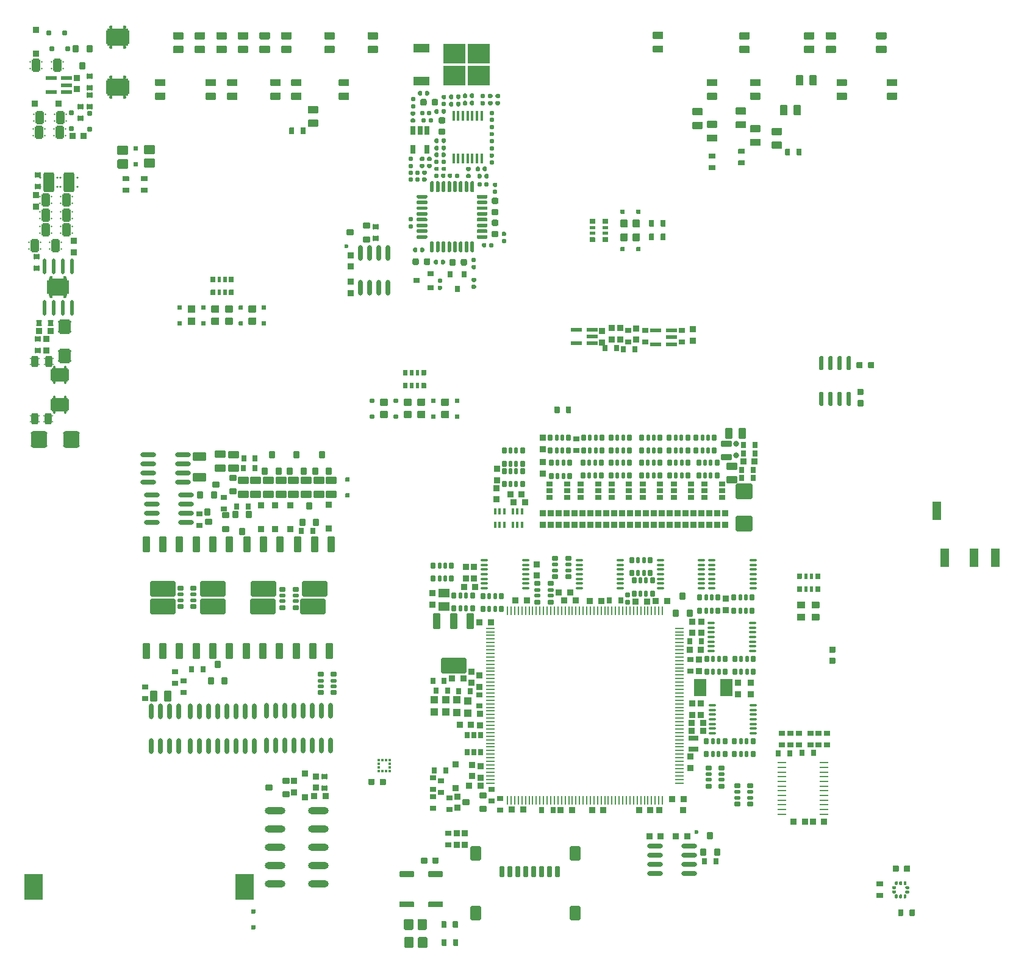
<source format=gtp>
G75*
G70*
%OFA0B0*%
%FSLAX25Y25*%
%IPPOS*%
%LPD*%
%AMOC8*
5,1,8,0,0,1.08239X$1,22.5*
%
%AMM146*
21,1,0.039370,0.049210,-0.000000,0.000000,180.000000*
21,1,0.031500,0.057090,-0.000000,0.000000,180.000000*
1,1,0.007870,0.024610,0.015750*
1,1,0.007870,0.024610,-0.015750*
1,1,0.007870,-0.024610,-0.015750*
1,1,0.007870,-0.024610,0.015750*
%
%AMM149*
21,1,0.027560,0.030710,-0.000000,0.000000,180.000000*
21,1,0.022050,0.036220,-0.000000,0.000000,180.000000*
1,1,0.005510,0.015350,0.011020*
1,1,0.005510,0.015350,-0.011020*
1,1,0.005510,-0.015350,-0.011020*
1,1,0.005510,-0.015350,0.011020*
%
%AMM153*
21,1,0.033470,0.026770,-0.000000,0.000000,0.000000*
21,1,0.026770,0.033470,-0.000000,0.000000,0.000000*
1,1,0.006690,-0.013390,-0.013390*
1,1,0.006690,-0.013390,0.013390*
1,1,0.006690,0.013390,0.013390*
1,1,0.006690,0.013390,-0.013390*
%
%AMM156*
21,1,0.027560,0.030710,-0.000000,0.000000,90.000000*
21,1,0.022050,0.036220,-0.000000,0.000000,90.000000*
1,1,0.005510,0.011020,-0.015350*
1,1,0.005510,-0.011020,-0.015350*
1,1,0.005510,-0.011020,0.015350*
1,1,0.005510,0.011020,0.015350*
%
%AMM158*
21,1,0.033470,0.026770,-0.000000,0.000000,270.000000*
21,1,0.026770,0.033470,-0.000000,0.000000,270.000000*
1,1,0.006690,-0.013390,0.013390*
1,1,0.006690,0.013390,0.013390*
1,1,0.006690,0.013390,-0.013390*
1,1,0.006690,-0.013390,-0.013390*
%
%AMM175*
21,1,0.035430,0.050000,-0.000000,-0.000000,90.000000*
21,1,0.028350,0.057090,-0.000000,-0.000000,90.000000*
1,1,0.007090,-0.025000,-0.014170*
1,1,0.007090,-0.025000,0.014170*
1,1,0.007090,0.025000,0.014170*
1,1,0.007090,0.025000,-0.014170*
%
%AMM176*
21,1,0.086610,0.073230,-0.000000,-0.000000,90.000000*
21,1,0.069290,0.090550,-0.000000,-0.000000,90.000000*
1,1,0.017320,-0.036610,-0.034650*
1,1,0.017320,-0.036610,0.034650*
1,1,0.017320,0.036610,0.034650*
1,1,0.017320,0.036610,-0.034650*
%
%AMM177*
21,1,0.027560,0.030710,-0.000000,-0.000000,270.000000*
21,1,0.022050,0.036220,-0.000000,-0.000000,270.000000*
1,1,0.005510,0.015350,0.011020*
1,1,0.005510,0.015350,-0.011020*
1,1,0.005510,-0.015350,-0.011020*
1,1,0.005510,-0.015350,0.011020*
%
%AMM179*
21,1,0.025590,0.026380,-0.000000,-0.000000,180.000000*
21,1,0.020470,0.031500,-0.000000,-0.000000,180.000000*
1,1,0.005120,0.010240,-0.013190*
1,1,0.005120,-0.010240,-0.013190*
1,1,0.005120,-0.010240,0.013190*
1,1,0.005120,0.010240,0.013190*
%
%AMM180*
21,1,0.023620,0.030710,-0.000000,-0.000000,270.000000*
21,1,0.018900,0.035430,-0.000000,-0.000000,270.000000*
1,1,0.004720,0.015350,0.009450*
1,1,0.004720,0.015350,-0.009450*
1,1,0.004720,-0.015350,-0.009450*
1,1,0.004720,-0.015350,0.009450*
%
%AMM181*
21,1,0.033470,0.026770,-0.000000,-0.000000,90.000000*
21,1,0.026770,0.033470,-0.000000,-0.000000,90.000000*
1,1,0.006690,-0.013390,-0.013390*
1,1,0.006690,-0.013390,0.013390*
1,1,0.006690,0.013390,0.013390*
1,1,0.006690,0.013390,-0.013390*
%
%AMM182*
21,1,0.017720,0.027950,-0.000000,-0.000000,180.000000*
21,1,0.014170,0.031500,-0.000000,-0.000000,180.000000*
1,1,0.003540,0.007090,-0.013980*
1,1,0.003540,-0.007090,-0.013980*
1,1,0.003540,-0.007090,0.013980*
1,1,0.003540,0.007090,0.013980*
%
%AMM183*
21,1,0.039370,0.049210,-0.000000,-0.000000,270.000000*
21,1,0.031500,0.057090,-0.000000,-0.000000,270.000000*
1,1,0.007870,0.024610,0.015750*
1,1,0.007870,0.024610,-0.015750*
1,1,0.007870,-0.024610,-0.015750*
1,1,0.007870,-0.024610,0.015750*
%
%AMM184*
21,1,0.027560,0.030710,-0.000000,-0.000000,180.000000*
21,1,0.022050,0.036220,-0.000000,-0.000000,180.000000*
1,1,0.005510,0.011020,-0.015350*
1,1,0.005510,-0.011020,-0.015350*
1,1,0.005510,-0.011020,0.015350*
1,1,0.005510,0.011020,0.015350*
%
%AMM185*
21,1,0.039370,0.049210,-0.000000,-0.000000,0.000000*
21,1,0.031500,0.057090,-0.000000,-0.000000,0.000000*
1,1,0.007870,-0.015750,0.024610*
1,1,0.007870,0.015750,0.024610*
1,1,0.007870,0.015750,-0.024610*
1,1,0.007870,-0.015750,-0.024610*
%
%AMM187*
21,1,0.033470,0.026770,-0.000000,-0.000000,0.000000*
21,1,0.026770,0.033470,-0.000000,-0.000000,0.000000*
1,1,0.006690,-0.013390,0.013390*
1,1,0.006690,0.013390,0.013390*
1,1,0.006690,0.013390,-0.013390*
1,1,0.006690,-0.013390,-0.013390*
%
%AMM205*
21,1,0.033470,0.026770,-0.000000,-0.000000,180.000000*
21,1,0.026770,0.033470,-0.000000,-0.000000,180.000000*
1,1,0.006690,0.013390,-0.013390*
1,1,0.006690,-0.013390,-0.013390*
1,1,0.006690,-0.013390,0.013390*
1,1,0.006690,0.013390,0.013390*
%
%AMM206*
21,1,0.027560,0.030710,-0.000000,-0.000000,90.000000*
21,1,0.022050,0.036220,-0.000000,-0.000000,90.000000*
1,1,0.005510,-0.015350,-0.011020*
1,1,0.005510,-0.015350,0.011020*
1,1,0.005510,0.015350,0.011020*
1,1,0.005510,0.015350,-0.011020*
%
%AMM227*
21,1,0.027560,0.030710,-0.000000,0.000000,270.000000*
21,1,0.022050,0.036220,-0.000000,0.000000,270.000000*
1,1,0.005510,-0.011020,0.015350*
1,1,0.005510,0.011020,0.015350*
1,1,0.005510,0.011020,-0.015350*
1,1,0.005510,-0.011020,-0.015350*
%
%AMM256*
21,1,0.027560,0.018900,-0.000000,-0.000000,0.000000*
21,1,0.022840,0.023620,-0.000000,-0.000000,0.000000*
1,1,0.004720,-0.011420,0.009450*
1,1,0.004720,0.011420,0.009450*
1,1,0.004720,0.011420,-0.009450*
1,1,0.004720,-0.011420,-0.009450*
%
%AMM257*
21,1,0.035430,0.030320,-0.000000,-0.000000,0.000000*
21,1,0.028350,0.037400,-0.000000,-0.000000,0.000000*
1,1,0.007090,-0.014170,0.015160*
1,1,0.007090,0.014170,0.015160*
1,1,0.007090,0.014170,-0.015160*
1,1,0.007090,-0.014170,-0.015160*
%
%AMM258*
21,1,0.025590,0.026380,-0.000000,-0.000000,90.000000*
21,1,0.020470,0.031500,-0.000000,-0.000000,90.000000*
1,1,0.005120,-0.013190,-0.010240*
1,1,0.005120,-0.013190,0.010240*
1,1,0.005120,0.013190,0.010240*
1,1,0.005120,0.013190,-0.010240*
%
%AMM259*
21,1,0.035830,0.026770,-0.000000,-0.000000,90.000000*
21,1,0.029130,0.033470,-0.000000,-0.000000,90.000000*
1,1,0.006690,-0.013390,-0.014570*
1,1,0.006690,-0.013390,0.014570*
1,1,0.006690,0.013390,0.014570*
1,1,0.006690,0.013390,-0.014570*
%
%AMM260*
21,1,0.137800,0.067720,-0.000000,-0.000000,180.000000*
21,1,0.120870,0.084650,-0.000000,-0.000000,180.000000*
1,1,0.016930,0.060430,-0.033860*
1,1,0.016930,-0.060430,-0.033860*
1,1,0.016930,-0.060430,0.033860*
1,1,0.016930,0.060430,0.033860*
%
%AMM261*
21,1,0.043310,0.075980,-0.000000,-0.000000,180.000000*
21,1,0.034650,0.084650,-0.000000,-0.000000,180.000000*
1,1,0.008660,0.017320,-0.037990*
1,1,0.008660,-0.017320,-0.037990*
1,1,0.008660,-0.017320,0.037990*
1,1,0.008660,0.017320,0.037990*
%
%AMM262*
21,1,0.035430,0.030320,-0.000000,-0.000000,90.000000*
21,1,0.028350,0.037400,-0.000000,-0.000000,90.000000*
1,1,0.007090,-0.015160,-0.014170*
1,1,0.007090,-0.015160,0.014170*
1,1,0.007090,0.015160,0.014170*
1,1,0.007090,0.015160,-0.014170*
%
%AMM268*
21,1,0.027560,0.030710,-0.000000,-0.000000,0.000000*
21,1,0.022050,0.036220,-0.000000,-0.000000,0.000000*
1,1,0.005510,-0.011020,0.015350*
1,1,0.005510,0.011020,0.015350*
1,1,0.005510,0.011020,-0.015350*
1,1,0.005510,-0.011020,-0.015350*
%
%AMM269*
21,1,0.039370,0.035430,-0.000000,-0.000000,90.000000*
21,1,0.031500,0.043310,-0.000000,-0.000000,90.000000*
1,1,0.007870,-0.017720,-0.015750*
1,1,0.007870,-0.017720,0.015750*
1,1,0.007870,0.017720,0.015750*
1,1,0.007870,0.017720,-0.015750*
%
%AMM271*
21,1,0.043310,0.075990,-0.000000,-0.000000,180.000000*
21,1,0.034650,0.084650,-0.000000,-0.000000,180.000000*
1,1,0.008660,0.017320,-0.037990*
1,1,0.008660,-0.017320,-0.037990*
1,1,0.008660,-0.017320,0.037990*
1,1,0.008660,0.017320,0.037990*
%
%AMM272*
21,1,0.023620,0.030710,-0.000000,-0.000000,0.000000*
21,1,0.018900,0.035430,-0.000000,-0.000000,0.000000*
1,1,0.004720,-0.009450,0.015350*
1,1,0.004720,0.009450,0.015350*
1,1,0.004720,0.009450,-0.015350*
1,1,0.004720,-0.009450,-0.015350*
%
%AMM273*
21,1,0.035830,0.026770,-0.000000,-0.000000,0.000000*
21,1,0.029130,0.033470,-0.000000,-0.000000,0.000000*
1,1,0.006690,-0.014570,0.013390*
1,1,0.006690,0.014570,0.013390*
1,1,0.006690,0.014570,-0.013390*
1,1,0.006690,-0.014570,-0.013390*
%
%AMM274*
21,1,0.027560,0.049610,-0.000000,-0.000000,90.000000*
21,1,0.022050,0.055120,-0.000000,-0.000000,90.000000*
1,1,0.005510,-0.024800,-0.011020*
1,1,0.005510,-0.024800,0.011020*
1,1,0.005510,0.024800,0.011020*
1,1,0.005510,0.024800,-0.011020*
%
%AMM275*
21,1,0.017720,0.027950,-0.000000,-0.000000,90.000000*
21,1,0.014170,0.031500,-0.000000,-0.000000,90.000000*
1,1,0.003540,-0.013980,-0.007090*
1,1,0.003540,-0.013980,0.007090*
1,1,0.003540,0.013980,0.007090*
1,1,0.003540,0.013980,-0.007090*
%
%AMM295*
21,1,0.035430,0.030320,-0.000000,0.000000,90.000000*
21,1,0.028350,0.037400,-0.000000,0.000000,90.000000*
1,1,0.007090,0.014170,-0.015160*
1,1,0.007090,-0.014170,-0.015160*
1,1,0.007090,-0.014170,0.015160*
1,1,0.007090,0.014170,0.015160*
%
%AMM296*
21,1,0.070870,0.036220,-0.000000,0.000000,90.000000*
21,1,0.061810,0.045280,-0.000000,0.000000,90.000000*
1,1,0.009060,0.030910,-0.018110*
1,1,0.009060,-0.030910,-0.018110*
1,1,0.009060,-0.030910,0.018110*
1,1,0.009060,0.030910,0.018110*
%
%AMM299*
21,1,0.035830,0.026770,-0.000000,0.000000,180.000000*
21,1,0.029130,0.033470,-0.000000,0.000000,180.000000*
1,1,0.006690,0.013390,0.014570*
1,1,0.006690,0.013390,-0.014570*
1,1,0.006690,-0.013390,-0.014570*
1,1,0.006690,-0.013390,0.014570*
%
%AMM302*
21,1,0.025590,0.026380,-0.000000,0.000000,180.000000*
21,1,0.020470,0.031500,-0.000000,0.000000,180.000000*
1,1,0.005120,0.013190,0.010240*
1,1,0.005120,0.013190,-0.010240*
1,1,0.005120,-0.013190,-0.010240*
1,1,0.005120,-0.013190,0.010240*
%
%AMM304*
21,1,0.017720,0.027950,-0.000000,0.000000,180.000000*
21,1,0.014170,0.031500,-0.000000,0.000000,180.000000*
1,1,0.003540,0.013980,0.007090*
1,1,0.003540,0.013980,-0.007090*
1,1,0.003540,-0.013980,-0.007090*
1,1,0.003540,-0.013980,0.007090*
%
%AMM31*
21,1,0.027560,0.030710,0.000000,0.000000,270.000000*
21,1,0.022050,0.036220,0.000000,0.000000,270.000000*
1,1,0.005510,-0.015350,-0.011020*
1,1,0.005510,-0.015350,0.011020*
1,1,0.005510,0.015350,0.011020*
1,1,0.005510,0.015350,-0.011020*
%
%AMM315*
21,1,0.035430,0.030320,-0.000000,-0.000000,180.000000*
21,1,0.028350,0.037400,-0.000000,-0.000000,180.000000*
1,1,0.007090,0.014170,-0.015160*
1,1,0.007090,-0.014170,-0.015160*
1,1,0.007090,-0.014170,0.015160*
1,1,0.007090,0.014170,0.015160*
%
%AMM318*
21,1,0.035830,0.026770,-0.000000,-0.000000,270.000000*
21,1,0.029130,0.033470,-0.000000,-0.000000,270.000000*
1,1,0.006690,0.013390,0.014570*
1,1,0.006690,0.013390,-0.014570*
1,1,0.006690,-0.013390,-0.014570*
1,1,0.006690,-0.013390,0.014570*
%
%AMM319*
21,1,0.043310,0.075990,-0.000000,-0.000000,0.000000*
21,1,0.034650,0.084650,-0.000000,-0.000000,0.000000*
1,1,0.008660,-0.017320,0.037990*
1,1,0.008660,0.017320,0.037990*
1,1,0.008660,0.017320,-0.037990*
1,1,0.008660,-0.017320,-0.037990*
%
%AMM320*
21,1,0.043310,0.075980,-0.000000,-0.000000,0.000000*
21,1,0.034650,0.084650,-0.000000,-0.000000,0.000000*
1,1,0.008660,-0.017320,0.037990*
1,1,0.008660,0.017320,0.037990*
1,1,0.008660,0.017320,-0.037990*
1,1,0.008660,-0.017320,-0.037990*
%
%AMM321*
21,1,0.025590,0.026380,-0.000000,-0.000000,270.000000*
21,1,0.020470,0.031500,-0.000000,-0.000000,270.000000*
1,1,0.005120,0.013190,0.010240*
1,1,0.005120,0.013190,-0.010240*
1,1,0.005120,-0.013190,-0.010240*
1,1,0.005120,-0.013190,0.010240*
%
%AMM322*
21,1,0.137800,0.067720,-0.000000,-0.000000,0.000000*
21,1,0.120870,0.084650,-0.000000,-0.000000,0.000000*
1,1,0.016930,-0.060430,0.033860*
1,1,0.016930,0.060430,0.033860*
1,1,0.016930,0.060430,-0.033860*
1,1,0.016930,-0.060430,-0.033860*
%
%AMM323*
21,1,0.017720,0.027950,-0.000000,-0.000000,270.000000*
21,1,0.014170,0.031500,-0.000000,-0.000000,270.000000*
1,1,0.003540,0.013980,0.007090*
1,1,0.003540,0.013980,-0.007090*
1,1,0.003540,-0.013980,-0.007090*
1,1,0.003540,-0.013980,0.007090*
%
%AMM324*
21,1,0.070870,0.036220,-0.000000,-0.000000,180.000000*
21,1,0.061810,0.045280,-0.000000,-0.000000,180.000000*
1,1,0.009060,0.030910,-0.018110*
1,1,0.009060,-0.030910,-0.018110*
1,1,0.009060,-0.030910,0.018110*
1,1,0.009060,0.030910,0.018110*
%
%AMM334*
21,1,0.012600,0.028980,-0.000000,0.000000,0.000000*
21,1,0.010080,0.031500,-0.000000,0.000000,0.000000*
1,1,0.002520,-0.014490,-0.005040*
1,1,0.002520,-0.014490,0.005040*
1,1,0.002520,0.014490,0.005040*
1,1,0.002520,0.014490,-0.005040*
%
%AMM344*
21,1,0.035830,0.026770,-0.000000,0.000000,90.000000*
21,1,0.029130,0.033470,-0.000000,0.000000,90.000000*
1,1,0.006690,0.014570,-0.013390*
1,1,0.006690,-0.014570,-0.013390*
1,1,0.006690,-0.014570,0.013390*
1,1,0.006690,0.014570,0.013390*
%
%AMM348*
21,1,0.035430,0.030320,0.000000,-0.000000,90.000000*
21,1,0.028350,0.037400,0.000000,-0.000000,90.000000*
1,1,0.007090,-0.014170,0.015160*
1,1,0.007090,0.014170,0.015160*
1,1,0.007090,0.014170,-0.015160*
1,1,0.007090,-0.014170,-0.015160*
%
%AMM349*
21,1,0.033470,0.026770,0.000000,-0.000000,270.000000*
21,1,0.026770,0.033470,0.000000,-0.000000,270.000000*
1,1,0.006690,0.013390,-0.013390*
1,1,0.006690,-0.013390,-0.013390*
1,1,0.006690,-0.013390,0.013390*
1,1,0.006690,0.013390,0.013390*
%
%AMM350*
21,1,0.027560,0.030710,0.000000,-0.000000,90.000000*
21,1,0.022050,0.036220,0.000000,-0.000000,90.000000*
1,1,0.005510,-0.011020,0.015350*
1,1,0.005510,0.011020,0.015350*
1,1,0.005510,0.011020,-0.015350*
1,1,0.005510,-0.011020,-0.015350*
%
%AMM356*
21,1,0.021650,0.052760,-0.000000,-0.000000,90.000000*
21,1,0.017320,0.057090,-0.000000,-0.000000,90.000000*
1,1,0.004330,-0.026380,-0.008660*
1,1,0.004330,-0.026380,0.008660*
1,1,0.004330,0.026380,0.008660*
1,1,0.004330,0.026380,-0.008660*
%
%AMM358*
21,1,0.035430,0.030320,-0.000000,0.000000,180.000000*
21,1,0.028350,0.037400,-0.000000,0.000000,180.000000*
1,1,0.007090,0.015160,0.014170*
1,1,0.007090,0.015160,-0.014170*
1,1,0.007090,-0.015160,-0.014170*
1,1,0.007090,-0.015160,0.014170*
%
%AMM360*
21,1,0.021650,0.052760,-0.000000,0.000000,90.000000*
21,1,0.017320,0.057090,-0.000000,0.000000,90.000000*
1,1,0.004330,0.008660,-0.026380*
1,1,0.004330,-0.008660,-0.026380*
1,1,0.004330,-0.008660,0.026380*
1,1,0.004330,0.008660,0.026380*
%
%AMM361*
21,1,0.023620,0.018900,-0.000000,0.000000,0.000000*
21,1,0.018900,0.023620,-0.000000,0.000000,0.000000*
1,1,0.004720,-0.009450,-0.009450*
1,1,0.004720,-0.009450,0.009450*
1,1,0.004720,0.009450,0.009450*
1,1,0.004720,0.009450,-0.009450*
%
%AMM362*
21,1,0.094490,0.111020,-0.000000,0.000000,270.000000*
21,1,0.075590,0.129920,-0.000000,0.000000,270.000000*
1,1,0.018900,-0.037800,0.055510*
1,1,0.018900,0.037800,0.055510*
1,1,0.018900,0.037800,-0.055510*
1,1,0.018900,-0.037800,-0.055510*
%
%AMM363*
21,1,0.023620,0.018900,-0.000000,0.000000,270.000000*
21,1,0.018900,0.023620,-0.000000,0.000000,270.000000*
1,1,0.004720,-0.009450,0.009450*
1,1,0.004720,0.009450,0.009450*
1,1,0.004720,0.009450,-0.009450*
1,1,0.004720,-0.009450,-0.009450*
%
%AMM364*
21,1,0.033470,0.026770,-0.000000,0.000000,180.000000*
21,1,0.026770,0.033470,-0.000000,0.000000,180.000000*
1,1,0.006690,0.013390,0.013390*
1,1,0.006690,0.013390,-0.013390*
1,1,0.006690,-0.013390,-0.013390*
1,1,0.006690,-0.013390,0.013390*
%
%AMM371*
21,1,0.106300,0.050390,-0.000000,0.000000,90.000000*
21,1,0.093700,0.062990,-0.000000,0.000000,90.000000*
1,1,0.012600,0.046850,-0.025200*
1,1,0.012600,-0.046850,-0.025200*
1,1,0.012600,-0.046850,0.025200*
1,1,0.012600,0.046850,0.025200*
%
%AMM372*
21,1,0.074800,0.083460,-0.000000,0.000000,270.000000*
21,1,0.059840,0.098430,-0.000000,0.000000,270.000000*
1,1,0.014960,-0.029920,0.041730*
1,1,0.014960,0.029920,0.041730*
1,1,0.014960,0.029920,-0.041730*
1,1,0.014960,-0.029920,-0.041730*
%
%AMM373*
21,1,0.078740,0.053540,-0.000000,0.000000,270.000000*
21,1,0.065350,0.066930,-0.000000,0.000000,270.000000*
1,1,0.013390,-0.032680,0.026770*
1,1,0.013390,0.032680,0.026770*
1,1,0.013390,0.032680,-0.026770*
1,1,0.013390,-0.032680,-0.026770*
%
%AMM374*
21,1,0.122050,0.075590,-0.000000,0.000000,0.000000*
21,1,0.103150,0.094490,-0.000000,0.000000,0.000000*
1,1,0.018900,-0.037800,-0.051580*
1,1,0.018900,-0.037800,0.051580*
1,1,0.018900,0.037800,0.051580*
1,1,0.018900,0.037800,-0.051580*
%
%AMM375*
21,1,0.086610,0.073230,-0.000000,0.000000,180.000000*
21,1,0.069290,0.090550,-0.000000,0.000000,180.000000*
1,1,0.017320,0.036610,0.034650*
1,1,0.017320,0.036610,-0.034650*
1,1,0.017320,-0.036610,-0.034650*
1,1,0.017320,-0.036610,0.034650*
%
%AMM376*
21,1,0.070870,0.036220,-0.000000,0.000000,270.000000*
21,1,0.061810,0.045280,-0.000000,0.000000,270.000000*
1,1,0.009060,-0.030910,0.018110*
1,1,0.009060,0.030910,0.018110*
1,1,0.009060,0.030910,-0.018110*
1,1,0.009060,-0.030910,-0.018110*
%
%AMM77*
21,1,0.078740,0.045670,0.000000,0.000000,270.000000*
21,1,0.067320,0.057090,0.000000,0.000000,270.000000*
1,1,0.011420,-0.022840,-0.033660*
1,1,0.011420,-0.022840,0.033660*
1,1,0.011420,0.022840,0.033660*
1,1,0.011420,0.022840,-0.033660*
%
%AMM78*
21,1,0.059060,0.020470,0.000000,0.000000,270.000000*
21,1,0.053940,0.025590,0.000000,0.000000,270.000000*
1,1,0.005120,-0.010240,-0.026970*
1,1,0.005120,-0.010240,0.026970*
1,1,0.005120,0.010240,0.026970*
1,1,0.005120,0.010240,-0.026970*
%
%AMM79*
21,1,0.033470,0.026770,0.000000,0.000000,90.000000*
21,1,0.026770,0.033470,0.000000,0.000000,90.000000*
1,1,0.006690,0.013390,0.013390*
1,1,0.006690,0.013390,-0.013390*
1,1,0.006690,-0.013390,-0.013390*
1,1,0.006690,-0.013390,0.013390*
%
%ADD113R,0.03543X0.03150*%
%ADD12O,0.05118X0.00866*%
%ADD132R,0.05906X0.05118*%
%ADD146C,0.02362*%
%ADD149O,0.02362X0.08661*%
%ADD160R,0.01476X0.01378*%
%ADD168M78*%
%ADD177O,0.00000X0.00000*%
%ADD20M79*%
%ADD203M31*%
%ADD247R,0.01378X0.01476*%
%ADD259R,0.10236X0.14173*%
%ADD263R,0.03150X0.03543*%
%ADD267R,0.06693X0.09449*%
%ADD281C,0.03150*%
%ADD285O,0.04961X0.00984*%
%ADD295O,0.03937X0.01968*%
%ADD326O,0.08661X0.02362*%
%ADD338O,0.00866X0.05118*%
%ADD355M146*%
%ADD358M149*%
%ADD362M153*%
%ADD365M156*%
%ADD367M158*%
%ADD384M175*%
%ADD385M176*%
%ADD386M177*%
%ADD388M179*%
%ADD389M180*%
%ADD390M181*%
%ADD391M182*%
%ADD392M183*%
%ADD393M184*%
%ADD394M185*%
%ADD396M187*%
%ADD418M205*%
%ADD419M206*%
%ADD440M227*%
%ADD45O,0.04331X0.01181*%
%ADD475M256*%
%ADD476M257*%
%ADD477M258*%
%ADD478M259*%
%ADD479M260*%
%ADD480M261*%
%ADD481M262*%
%ADD487M268*%
%ADD488M269*%
%ADD490M271*%
%ADD491M272*%
%ADD492M273*%
%ADD493M274*%
%ADD494M275*%
%ADD520M295*%
%ADD521M296*%
%ADD532M299*%
%ADD535M302*%
%ADD537M304*%
%ADD549M315*%
%ADD552M318*%
%ADD553M319*%
%ADD554M320*%
%ADD555M321*%
%ADD556M322*%
%ADD557M323*%
%ADD558M324*%
%ADD568M334*%
%ADD577O,0.11221X0.04016*%
%ADD579M344*%
%ADD584M348*%
%ADD585M349*%
%ADD586M350*%
%ADD592M356*%
%ADD594M358*%
%ADD596M360*%
%ADD597M361*%
%ADD598M362*%
%ADD599M363*%
%ADD600M364*%
%ADD611M371*%
%ADD612M372*%
%ADD613O,0.01968X0.08661*%
%ADD614M373*%
%ADD615M374*%
%ADD616M375*%
%ADD617M376*%
%ADD627R,0.02559X0.04803*%
%ADD628R,0.01772X0.05709*%
%ADD629R,0.08661X0.04724*%
%ADD631R,0.12008X0.10827*%
%ADD88R,0.04724X0.09843*%
%ADD94M77*%
X0000000Y0000000D02*
%LPD*%
G01*
G36*
G01*
X0199606Y0480945D02*
X0199606Y0484016D01*
G75*
G02*
X0199882Y0484291I0000276J0000000D01*
G01*
X0202087Y0484291D01*
G75*
G02*
X0202362Y0484016I0000000J-000276D01*
G01*
X0202362Y0480945D01*
G75*
G02*
X0202087Y0480669I-000276J0000000D01*
G01*
X0199882Y0480669D01*
G75*
G02*
X0199606Y0480945I0000000J0000276D01*
G01*
G37*
G36*
G01*
X0205906Y0480945D02*
X0205906Y0484016D01*
G75*
G02*
X0206181Y0484291I0000276J0000000D01*
G01*
X0208386Y0484291D01*
G75*
G02*
X0208661Y0484016I0000000J-000276D01*
G01*
X0208661Y0480945D01*
G75*
G02*
X0208386Y0480669I-000276J0000000D01*
G01*
X0206181Y0480669D01*
G75*
G02*
X0205906Y0480945I0000000J0000276D01*
G01*
G37*
G36*
G01*
X0448386Y0463583D02*
X0445315Y0463583D01*
G75*
G02*
X0445039Y0463858I0000000J0000276D01*
G01*
X0445039Y0466063D01*
G75*
G02*
X0445315Y0466339I0000276J0000000D01*
G01*
X0448386Y0466339D01*
G75*
G02*
X0448661Y0466063I0000000J-000276D01*
G01*
X0448661Y0463858D01*
G75*
G02*
X0448386Y0463583I-000276J0000000D01*
G01*
G37*
G36*
G01*
X0448386Y0469882D02*
X0445315Y0469882D01*
G75*
G02*
X0445039Y0470157I0000000J0000276D01*
G01*
X0445039Y0472362D01*
G75*
G02*
X0445315Y0472638I0000276J0000000D01*
G01*
X0448386Y0472638D01*
G75*
G02*
X0448661Y0472362I0000000J-000276D01*
G01*
X0448661Y0470157D01*
G75*
G02*
X0448386Y0469882I-000276J0000000D01*
G01*
G37*
G36*
G01*
X0432287Y0461024D02*
X0429216Y0461024D01*
G75*
G02*
X0428941Y0461299I0000000J0000276D01*
G01*
X0428941Y0463504D01*
G75*
G02*
X0429216Y0463780I0000276J0000000D01*
G01*
X0432287Y0463780D01*
G75*
G02*
X0432563Y0463504I0000000J-000276D01*
G01*
X0432563Y0461299D01*
G75*
G02*
X0432287Y0461024I-000276J0000000D01*
G01*
G37*
G36*
G01*
X0432287Y0467323D02*
X0429216Y0467323D01*
G75*
G02*
X0428941Y0467598I0000000J0000276D01*
G01*
X0428941Y0469803D01*
G75*
G02*
X0429216Y0470079I0000276J0000000D01*
G01*
X0432287Y0470079D01*
G75*
G02*
X0432563Y0469803I0000000J-000276D01*
G01*
X0432563Y0467598D01*
G75*
G02*
X0432287Y0467323I-000276J0000000D01*
G01*
G37*
D177*
X0354594Y0045826D03*
X0324082Y0099172D03*
X0327114Y0040806D03*
G36*
G01*
X0206007Y0499409D02*
X0201085Y0499409D01*
G75*
G02*
X0200692Y0499803I0000000J0000394D01*
G01*
X0200692Y0502953D01*
G75*
G02*
X0201085Y0503346I0000394J0000000D01*
G01*
X0206007Y0503346D01*
G75*
G02*
X0206400Y0502953I0000000J-000394D01*
G01*
X0206400Y0499803D01*
G75*
G02*
X0206007Y0499409I-000394J0000000D01*
G01*
G37*
G36*
G01*
X0206007Y0506890D02*
X0201085Y0506890D01*
G75*
G02*
X0200692Y0507284I0000000J0000394D01*
G01*
X0200692Y0510433D01*
G75*
G02*
X0201085Y0510827I0000394J0000000D01*
G01*
X0206007Y0510827D01*
G75*
G02*
X0206400Y0510433I0000000J-000394D01*
G01*
X0206400Y0507284D01*
G75*
G02*
X0206007Y0506890I-000394J0000000D01*
G01*
G37*
G36*
G01*
X0108842Y0457677D02*
X0111913Y0457677D01*
G75*
G02*
X0112189Y0457402I0000000J-000276D01*
G01*
X0112189Y0455197D01*
G75*
G02*
X0111913Y0454921I-000276J0000000D01*
G01*
X0108842Y0454921D01*
G75*
G02*
X0108567Y0455197I0000000J0000276D01*
G01*
X0108567Y0457402D01*
G75*
G02*
X0108842Y0457677I0000276J0000000D01*
G01*
G37*
G36*
G01*
X0108842Y0451378D02*
X0111913Y0451378D01*
G75*
G02*
X0112189Y0451102I0000000J-000276D01*
G01*
X0112189Y0448898D01*
G75*
G02*
X0111913Y0448622I-000276J0000000D01*
G01*
X0108842Y0448622D01*
G75*
G02*
X0108567Y0448898I0000000J0000276D01*
G01*
X0108567Y0451102D01*
G75*
G02*
X0108842Y0451378I0000276J0000000D01*
G01*
G37*
G36*
G01*
X0470669Y0469331D02*
X0470669Y0472402D01*
G75*
G02*
X0470945Y0472677I0000276J0000000D01*
G01*
X0473150Y0472677D01*
G75*
G02*
X0473425Y0472402I0000000J-000276D01*
G01*
X0473425Y0469331D01*
G75*
G02*
X0473150Y0469055I-000276J0000000D01*
G01*
X0470945Y0469055D01*
G75*
G02*
X0470669Y0469331I0000000J0000276D01*
G01*
G37*
G36*
G01*
X0476969Y0469331D02*
X0476969Y0472402D01*
G75*
G02*
X0477244Y0472677I0000276J0000000D01*
G01*
X0479449Y0472677D01*
G75*
G02*
X0479724Y0472402I0000000J-000276D01*
G01*
X0479724Y0469331D01*
G75*
G02*
X0479449Y0469055I-000276J0000000D01*
G01*
X0477244Y0469055D01*
G75*
G02*
X0476969Y0469331I0000000J0000276D01*
G01*
G37*
G36*
G01*
X0242894Y0125039D02*
X0242894Y0127717D01*
G75*
G02*
X0243228Y0128051I0000335J0000000D01*
G01*
X0245906Y0128051D01*
G75*
G02*
X0246240Y0127717I0000000J-000335D01*
G01*
X0246240Y0125039D01*
G75*
G02*
X0245906Y0124705I-000335J0000000D01*
G01*
X0243228Y0124705D01*
G75*
G02*
X0242894Y0125039I0000000J0000335D01*
G01*
G37*
G36*
G01*
X0249114Y0125039D02*
X0249114Y0127717D01*
G75*
G02*
X0249449Y0128051I0000335J0000000D01*
G01*
X0252126Y0128051D01*
G75*
G02*
X0252461Y0127717I0000000J-000335D01*
G01*
X0252461Y0125039D01*
G75*
G02*
X0252126Y0124705I-000335J0000000D01*
G01*
X0249449Y0124705D01*
G75*
G02*
X0249114Y0125039I0000000J0000335D01*
G01*
G37*
G36*
G01*
X0451913Y0485591D02*
X0456834Y0485591D01*
G75*
G02*
X0457228Y0485197I0000000J-000394D01*
G01*
X0457228Y0482047D01*
G75*
G02*
X0456834Y0481654I-000394J0000000D01*
G01*
X0451913Y0481654D01*
G75*
G02*
X0451520Y0482047I0000000J0000394D01*
G01*
X0451520Y0485197D01*
G75*
G02*
X0451913Y0485591I0000394J0000000D01*
G01*
G37*
G36*
G01*
X0451913Y0478110D02*
X0456834Y0478110D01*
G75*
G02*
X0457228Y0477716I0000000J-000394D01*
G01*
X0457228Y0474567D01*
G75*
G02*
X0456834Y0474173I-000394J0000000D01*
G01*
X0451913Y0474173D01*
G75*
G02*
X0451520Y0474567I0000000J0000394D01*
G01*
X0451520Y0477716D01*
G75*
G02*
X0451913Y0478110I0000394J0000000D01*
G01*
G37*
X0225761Y0291797D03*
G36*
G01*
X0165102Y0525000D02*
X0160181Y0525000D01*
G75*
G02*
X0159787Y0525394I0000000J0000394D01*
G01*
X0159787Y0528543D01*
G75*
G02*
X0160181Y0528937I0000394J0000000D01*
G01*
X0165102Y0528937D01*
G75*
G02*
X0165496Y0528543I0000000J-000394D01*
G01*
X0165496Y0525394D01*
G75*
G02*
X0165102Y0525000I-000394J0000000D01*
G01*
G37*
G36*
G01*
X0165102Y0532480D02*
X0160181Y0532480D01*
G75*
G02*
X0159787Y0532874I0000000J0000394D01*
G01*
X0159787Y0536024D01*
G75*
G02*
X0160181Y0536417I0000394J0000000D01*
G01*
X0165102Y0536417D01*
G75*
G02*
X0165496Y0536024I0000000J-000394D01*
G01*
X0165496Y0532874D01*
G75*
G02*
X0165102Y0532480I-000394J0000000D01*
G01*
G37*
G36*
G01*
X0267635Y0041043D02*
X0267635Y0036161D01*
G75*
G02*
X0267123Y0035649I-000512J0000000D01*
G01*
X0263029Y0035649D01*
G75*
G02*
X0262517Y0036161I0000000J0000512D01*
G01*
X0262517Y0041043D01*
G75*
G02*
X0263029Y0041555I0000512J0000000D01*
G01*
X0267123Y0041555D01*
G75*
G02*
X0267635Y0041043I0000000J-000512D01*
G01*
G37*
G36*
G01*
X0275116Y0041043D02*
X0275116Y0036161D01*
G75*
G02*
X0274604Y0035649I-000512J0000000D01*
G01*
X0270509Y0035649D01*
G75*
G02*
X0269997Y0036161I0000000J0000512D01*
G01*
X0269997Y0041043D01*
G75*
G02*
X0270509Y0041555I0000512J0000000D01*
G01*
X0274604Y0041555D01*
G75*
G02*
X0275116Y0041043I0000000J-000512D01*
G01*
G37*
G36*
G01*
X0433212Y0499390D02*
X0428291Y0499390D01*
G75*
G02*
X0427897Y0499783I0000000J0000394D01*
G01*
X0427897Y0502933D01*
G75*
G02*
X0428291Y0503327I0000394J0000000D01*
G01*
X0433212Y0503327D01*
G75*
G02*
X0433606Y0502933I0000000J-000394D01*
G01*
X0433606Y0499783D01*
G75*
G02*
X0433212Y0499390I-000394J0000000D01*
G01*
G37*
G36*
G01*
X0433212Y0506870D02*
X0428291Y0506870D01*
G75*
G02*
X0427897Y0507264I0000000J0000394D01*
G01*
X0427897Y0510413D01*
G75*
G02*
X0428291Y0510807I0000394J0000000D01*
G01*
X0433212Y0510807D01*
G75*
G02*
X0433606Y0510413I0000000J-000394D01*
G01*
X0433606Y0507264D01*
G75*
G02*
X0433212Y0506870I-000394J0000000D01*
G01*
G37*
G36*
G01*
X0246103Y0335790D02*
X0246103Y0333901D01*
G75*
G02*
X0245867Y0333664I-000236J0000000D01*
G01*
X0243977Y0333664D01*
G75*
G02*
X0243741Y0333901I0000000J0000236D01*
G01*
X0243741Y0335790D01*
G75*
G02*
X0243977Y0336027I0000236J0000000D01*
G01*
X0245867Y0336027D01*
G75*
G02*
X0246103Y0335790I0000000J-000236D01*
G01*
G37*
G36*
G01*
X0246103Y0327129D02*
X0246103Y0325239D01*
G75*
G02*
X0245867Y0325003I-000236J0000000D01*
G01*
X0243977Y0325003D01*
G75*
G02*
X0243741Y0325239I0000000J0000236D01*
G01*
X0243741Y0327129D01*
G75*
G02*
X0243977Y0327365I0000236J0000000D01*
G01*
X0245867Y0327365D01*
G75*
G02*
X0246103Y0327129I0000000J-000236D01*
G01*
G37*
G36*
G01*
X0271749Y0082145D02*
X0271749Y0084822D01*
G75*
G02*
X0272084Y0085157I0000335J0000000D01*
G01*
X0274761Y0085157D01*
G75*
G02*
X0275096Y0084822I0000000J-000335D01*
G01*
X0275096Y0082145D01*
G75*
G02*
X0274761Y0081811I-000335J0000000D01*
G01*
X0272084Y0081811D01*
G75*
G02*
X0271749Y0082145I0000000J0000335D01*
G01*
G37*
G36*
G01*
X0277970Y0082145D02*
X0277970Y0084822D01*
G75*
G02*
X0278305Y0085157I0000335J0000000D01*
G01*
X0280982Y0085157D01*
G75*
G02*
X0281316Y0084822I0000000J-000335D01*
G01*
X0281316Y0082145D01*
G75*
G02*
X0280982Y0081811I-000335J0000000D01*
G01*
X0278305Y0081811D01*
G75*
G02*
X0277970Y0082145I0000000J0000335D01*
G01*
G37*
G36*
G01*
X0260273Y0077578D02*
X0267517Y0077578D01*
G75*
G02*
X0267832Y0077263I0000000J-000315D01*
G01*
X0267832Y0074744D01*
G75*
G02*
X0267517Y0074429I-000315J0000000D01*
G01*
X0260273Y0074429D01*
G75*
G02*
X0259958Y0074744I0000000J0000315D01*
G01*
X0259958Y0077263D01*
G75*
G02*
X0260273Y0077578I0000315J0000000D01*
G01*
G37*
G36*
G01*
X0260273Y0061043D02*
X0267517Y0061043D01*
G75*
G02*
X0267832Y0060728I0000000J-000315D01*
G01*
X0267832Y0058208D01*
G75*
G02*
X0267517Y0057893I-000315J0000000D01*
G01*
X0260273Y0057893D01*
G75*
G02*
X0259958Y0058208I0000000J0000315D01*
G01*
X0259958Y0060728D01*
G75*
G02*
X0260273Y0061043I0000315J0000000D01*
G01*
G37*
G36*
G01*
X0283111Y0336027D02*
X0286654Y0336027D01*
G75*
G02*
X0287048Y0335633I0000000J-000394D01*
G01*
X0287048Y0332483D01*
G75*
G02*
X0286654Y0332090I-000394J0000000D01*
G01*
X0283111Y0332090D01*
G75*
G02*
X0282717Y0332483I0000000J0000394D01*
G01*
X0282717Y0335633D01*
G75*
G02*
X0283111Y0336027I0000394J0000000D01*
G01*
G37*
G36*
G01*
X0283111Y0329334D02*
X0286654Y0329334D01*
G75*
G02*
X0287048Y0328940I0000000J-000394D01*
G01*
X0287048Y0325790D01*
G75*
G02*
X0286654Y0325397I-000394J0000000D01*
G01*
X0283111Y0325397D01*
G75*
G02*
X0282717Y0325790I0000000J0000394D01*
G01*
X0282717Y0328940D01*
G75*
G02*
X0283111Y0329334I0000394J0000000D01*
G01*
G37*
G36*
G01*
X0519311Y0355669D02*
X0519311Y0352992D01*
G75*
G02*
X0518976Y0352657I-000335J0000000D01*
G01*
X0516299Y0352657D01*
G75*
G02*
X0515965Y0352992I0000000J0000335D01*
G01*
X0515965Y0355669D01*
G75*
G02*
X0516299Y0356004I0000335J0000000D01*
G01*
X0518976Y0356004D01*
G75*
G02*
X0519311Y0355669I0000000J-000335D01*
G01*
G37*
G36*
G01*
X0513091Y0355669D02*
X0513091Y0352992D01*
G75*
G02*
X0512756Y0352657I-000335J0000000D01*
G01*
X0510079Y0352657D01*
G75*
G02*
X0509744Y0352992I0000000J0000335D01*
G01*
X0509744Y0355669D01*
G75*
G02*
X0510079Y0356004I0000335J0000000D01*
G01*
X0512756Y0356004D01*
G75*
G02*
X0513091Y0355669I0000000J-000335D01*
G01*
G37*
G36*
G01*
X0425338Y0483445D02*
X0420417Y0483445D01*
G75*
G02*
X0420023Y0483839I0000000J0000394D01*
G01*
X0420023Y0486988D01*
G75*
G02*
X0420417Y0487382I0000394J0000000D01*
G01*
X0425338Y0487382D01*
G75*
G02*
X0425732Y0486988I0000000J-000394D01*
G01*
X0425732Y0483839D01*
G75*
G02*
X0425338Y0483445I-000394J0000000D01*
G01*
G37*
G36*
G01*
X0425338Y0490925D02*
X0420417Y0490925D01*
G75*
G02*
X0420023Y0491319I0000000J0000394D01*
G01*
X0420023Y0494469D01*
G75*
G02*
X0420417Y0494862I0000394J0000000D01*
G01*
X0425338Y0494862D01*
G75*
G02*
X0425732Y0494469I0000000J-000394D01*
G01*
X0425732Y0491319D01*
G75*
G02*
X0425338Y0490925I-000394J0000000D01*
G01*
G37*
G36*
G01*
X0188724Y0525000D02*
X0183803Y0525000D01*
G75*
G02*
X0183409Y0525394I0000000J0000394D01*
G01*
X0183409Y0528543D01*
G75*
G02*
X0183803Y0528937I0000394J0000000D01*
G01*
X0188724Y0528937D01*
G75*
G02*
X0189118Y0528543I0000000J-000394D01*
G01*
X0189118Y0525394D01*
G75*
G02*
X0188724Y0525000I-000394J0000000D01*
G01*
G37*
G36*
G01*
X0188724Y0532480D02*
X0183803Y0532480D01*
G75*
G02*
X0183409Y0532874I0000000J0000394D01*
G01*
X0183409Y0536024D01*
G75*
G02*
X0183803Y0536417I0000394J0000000D01*
G01*
X0188724Y0536417D01*
G75*
G02*
X0189118Y0536024I0000000J-000394D01*
G01*
X0189118Y0532874D01*
G75*
G02*
X0188724Y0532480I-000394J0000000D01*
G01*
G37*
G36*
G01*
X0292511Y0335784D02*
X0292511Y0333895D01*
G75*
G02*
X0292274Y0333658I-000236J0000000D01*
G01*
X0290385Y0333658D01*
G75*
G02*
X0290148Y0333895I0000000J0000236D01*
G01*
X0290148Y0335784D01*
G75*
G02*
X0290385Y0336021I0000236J0000000D01*
G01*
X0292274Y0336021D01*
G75*
G02*
X0292511Y0335784I0000000J-000236D01*
G01*
G37*
G36*
G01*
X0292511Y0327123D02*
X0292511Y0325233D01*
G75*
G02*
X0292274Y0324997I-000236J0000000D01*
G01*
X0290385Y0324997D01*
G75*
G02*
X0290148Y0325233I0000000J0000236D01*
G01*
X0290148Y0327123D01*
G75*
G02*
X0290385Y0327359I0000236J0000000D01*
G01*
X0292274Y0327359D01*
G75*
G02*
X0292511Y0327123I0000000J-000236D01*
G01*
G37*
G36*
G01*
X0131638Y0499409D02*
X0126716Y0499409D01*
G75*
G02*
X0126323Y0499803I0000000J0000394D01*
G01*
X0126323Y0502953D01*
G75*
G02*
X0126716Y0503346I0000394J0000000D01*
G01*
X0131638Y0503346D01*
G75*
G02*
X0132031Y0502953I0000000J-000394D01*
G01*
X0132031Y0499803D01*
G75*
G02*
X0131638Y0499409I-000394J0000000D01*
G01*
G37*
G36*
G01*
X0131638Y0506890D02*
X0126716Y0506890D01*
G75*
G02*
X0126323Y0507284I0000000J0000394D01*
G01*
X0126323Y0510433D01*
G75*
G02*
X0126716Y0510827I0000394J0000000D01*
G01*
X0131638Y0510827D01*
G75*
G02*
X0132031Y0510433I0000000J-000394D01*
G01*
X0132031Y0507284D01*
G75*
G02*
X0131638Y0506890I-000394J0000000D01*
G01*
G37*
G36*
G01*
X0153888Y0386766D02*
X0153888Y0384876D01*
G75*
G02*
X0153652Y0384640I-000236J0000000D01*
G01*
X0151762Y0384640D01*
G75*
G02*
X0151526Y0384876I0000000J0000236D01*
G01*
X0151526Y0386766D01*
G75*
G02*
X0151762Y0387002I0000236J0000000D01*
G01*
X0153652Y0387002D01*
G75*
G02*
X0153888Y0386766I0000000J-000236D01*
G01*
G37*
G36*
G01*
X0153888Y0378104D02*
X0153888Y0376215D01*
G75*
G02*
X0153652Y0375978I-000236J0000000D01*
G01*
X0151762Y0375978D01*
G75*
G02*
X0151526Y0376215I0000000J0000236D01*
G01*
X0151526Y0378104D01*
G75*
G02*
X0151762Y0378341I0000236J0000000D01*
G01*
X0153652Y0378341D01*
G75*
G02*
X0153888Y0378104I0000000J-000236D01*
G01*
G37*
G36*
G01*
X0125712Y0469685D02*
X0120831Y0469685D01*
G75*
G02*
X0120319Y0470197I0000000J0000512D01*
G01*
X0120319Y0474291D01*
G75*
G02*
X0120831Y0474803I0000512J0000000D01*
G01*
X0125712Y0474803D01*
G75*
G02*
X0126224Y0474291I0000000J-000512D01*
G01*
X0126224Y0470197D01*
G75*
G02*
X0125712Y0469685I-000512J0000000D01*
G01*
G37*
G36*
G01*
X0125712Y0462205D02*
X0120831Y0462205D01*
G75*
G02*
X0120319Y0462717I0000000J0000512D01*
G01*
X0120319Y0466811D01*
G75*
G02*
X0120831Y0467323I0000512J0000000D01*
G01*
X0125712Y0467323D01*
G75*
G02*
X0126224Y0466811I0000000J-000512D01*
G01*
X0126224Y0462717D01*
G75*
G02*
X0125712Y0462205I-000512J0000000D01*
G01*
G37*
G36*
G01*
X0274450Y0351519D02*
X0274450Y0348881D01*
G75*
G02*
X0274194Y0348625I-000256J0000000D01*
G01*
X0272146Y0348625D01*
G75*
G02*
X0271891Y0348881I0000000J0000256D01*
G01*
X0271891Y0351519D01*
G75*
G02*
X0272146Y0351775I0000256J0000000D01*
G01*
X0274194Y0351775D01*
G75*
G02*
X0274450Y0351519I0000000J-000256D01*
G01*
G37*
G36*
G01*
X0270611Y0351597D02*
X0270611Y0348802D01*
G75*
G02*
X0270434Y0348625I-000177J0000000D01*
G01*
X0269017Y0348625D01*
G75*
G02*
X0268839Y0348802I0000000J0000177D01*
G01*
X0268839Y0351597D01*
G75*
G02*
X0269017Y0351775I0000177J0000000D01*
G01*
X0270434Y0351775D01*
G75*
G02*
X0270611Y0351597I0000000J-000177D01*
G01*
G37*
G36*
G01*
X0267461Y0351597D02*
X0267461Y0348802D01*
G75*
G02*
X0267284Y0348625I-000177J0000000D01*
G01*
X0265867Y0348625D01*
G75*
G02*
X0265690Y0348802I0000000J0000177D01*
G01*
X0265690Y0351597D01*
G75*
G02*
X0265867Y0351775I0000177J0000000D01*
G01*
X0267284Y0351775D01*
G75*
G02*
X0267461Y0351597I0000000J-000177D01*
G01*
G37*
G36*
G01*
X0264410Y0351519D02*
X0264410Y0348881D01*
G75*
G02*
X0264154Y0348625I-000256J0000000D01*
G01*
X0262107Y0348625D01*
G75*
G02*
X0261851Y0348881I0000000J0000256D01*
G01*
X0261851Y0351519D01*
G75*
G02*
X0262107Y0351775I0000256J0000000D01*
G01*
X0264154Y0351775D01*
G75*
G02*
X0264410Y0351519I0000000J-000256D01*
G01*
G37*
G36*
G01*
X0264410Y0344432D02*
X0264410Y0341794D01*
G75*
G02*
X0264154Y0341538I-000256J0000000D01*
G01*
X0262107Y0341538D01*
G75*
G02*
X0261851Y0341794I0000000J0000256D01*
G01*
X0261851Y0344432D01*
G75*
G02*
X0262107Y0344688I0000256J0000000D01*
G01*
X0264154Y0344688D01*
G75*
G02*
X0264410Y0344432I0000000J-000256D01*
G01*
G37*
G36*
G01*
X0267461Y0344511D02*
X0267461Y0341716D01*
G75*
G02*
X0267284Y0341538I-000177J0000000D01*
G01*
X0265867Y0341538D01*
G75*
G02*
X0265690Y0341716I0000000J0000177D01*
G01*
X0265690Y0344511D01*
G75*
G02*
X0265867Y0344688I0000177J0000000D01*
G01*
X0267284Y0344688D01*
G75*
G02*
X0267461Y0344511I0000000J-000177D01*
G01*
G37*
G36*
G01*
X0270611Y0344511D02*
X0270611Y0341716D01*
G75*
G02*
X0270434Y0341538I-000177J0000000D01*
G01*
X0269017Y0341538D01*
G75*
G02*
X0268839Y0341716I0000000J0000177D01*
G01*
X0268839Y0344511D01*
G75*
G02*
X0269017Y0344688I0000177J0000000D01*
G01*
X0270434Y0344688D01*
G75*
G02*
X0270611Y0344511I0000000J-000177D01*
G01*
G37*
G36*
G01*
X0274450Y0344432D02*
X0274450Y0341794D01*
G75*
G02*
X0274194Y0341538I-000256J0000000D01*
G01*
X0272146Y0341538D01*
G75*
G02*
X0271891Y0341794I0000000J0000256D01*
G01*
X0271891Y0344432D01*
G75*
G02*
X0272146Y0344688I0000256J0000000D01*
G01*
X0274194Y0344688D01*
G75*
G02*
X0274450Y0344432I0000000J-000256D01*
G01*
G37*
G36*
G01*
X0486362Y0524980D02*
X0481441Y0524980D01*
G75*
G02*
X0481047Y0525374I0000000J0000394D01*
G01*
X0481047Y0528524D01*
G75*
G02*
X0481441Y0528917I0000394J0000000D01*
G01*
X0486362Y0528917D01*
G75*
G02*
X0486756Y0528524I0000000J-000394D01*
G01*
X0486756Y0525374D01*
G75*
G02*
X0486362Y0524980I-000394J0000000D01*
G01*
G37*
G36*
G01*
X0486362Y0532461D02*
X0481441Y0532461D01*
G75*
G02*
X0481047Y0532854I0000000J0000394D01*
G01*
X0481047Y0536004D01*
G75*
G02*
X0481441Y0536398I0000394J0000000D01*
G01*
X0486362Y0536398D01*
G75*
G02*
X0486756Y0536004I0000000J-000394D01*
G01*
X0486756Y0532854D01*
G75*
G02*
X0486362Y0532461I-000394J0000000D01*
G01*
G37*
G36*
G01*
X0380948Y0418876D02*
X0382837Y0418876D01*
G75*
G02*
X0383074Y0418640I0000000J-000236D01*
G01*
X0383074Y0416750D01*
G75*
G02*
X0382837Y0416514I-000236J0000000D01*
G01*
X0380948Y0416514D01*
G75*
G02*
X0380711Y0416750I0000000J0000236D01*
G01*
X0380711Y0418640D01*
G75*
G02*
X0380948Y0418876I0000236J0000000D01*
G01*
G37*
G36*
G01*
X0389609Y0418876D02*
X0391499Y0418876D01*
G75*
G02*
X0391735Y0418640I0000000J-000236D01*
G01*
X0391735Y0416750D01*
G75*
G02*
X0391499Y0416514I-000236J0000000D01*
G01*
X0389609Y0416514D01*
G75*
G02*
X0389373Y0416750I0000000J0000236D01*
G01*
X0389373Y0418640D01*
G75*
G02*
X0389609Y0418876I0000236J0000000D01*
G01*
G37*
G36*
G01*
X0468602Y0472657D02*
X0463681Y0472657D01*
G75*
G02*
X0463287Y0473051I0000000J0000394D01*
G01*
X0463287Y0476201D01*
G75*
G02*
X0463681Y0476594I0000394J0000000D01*
G01*
X0468602Y0476594D01*
G75*
G02*
X0468996Y0476201I0000000J-000394D01*
G01*
X0468996Y0473051D01*
G75*
G02*
X0468602Y0472657I-000394J0000000D01*
G01*
G37*
G36*
G01*
X0468602Y0480138D02*
X0463681Y0480138D01*
G75*
G02*
X0463287Y0480532I0000000J0000394D01*
G01*
X0463287Y0483681D01*
G75*
G02*
X0463681Y0484075I0000394J0000000D01*
G01*
X0468602Y0484075D01*
G75*
G02*
X0468996Y0483681I0000000J-000394D01*
G01*
X0468996Y0480532D01*
G75*
G02*
X0468602Y0480138I-000394J0000000D01*
G01*
G37*
X0230147Y0409427D03*
G36*
G01*
X0498173Y0524980D02*
X0493252Y0524980D01*
G75*
G02*
X0492858Y0525374I0000000J0000394D01*
G01*
X0492858Y0528524D01*
G75*
G02*
X0493252Y0528917I0000394J0000000D01*
G01*
X0498173Y0528917D01*
G75*
G02*
X0498567Y0528524I0000000J-000394D01*
G01*
X0498567Y0525374D01*
G75*
G02*
X0498173Y0524980I-000394J0000000D01*
G01*
G37*
G36*
G01*
X0498173Y0532461D02*
X0493252Y0532461D01*
G75*
G02*
X0492858Y0532854I0000000J0000394D01*
G01*
X0492858Y0536004D01*
G75*
G02*
X0493252Y0536398I0000394J0000000D01*
G01*
X0498173Y0536398D01*
G75*
G02*
X0498567Y0536004I0000000J-000394D01*
G01*
X0498567Y0532854D01*
G75*
G02*
X0498173Y0532461I-000394J0000000D01*
G01*
G37*
X0412271Y0099796D03*
G36*
G01*
X0276021Y0077578D02*
X0283265Y0077578D01*
G75*
G02*
X0283580Y0077263I0000000J-000315D01*
G01*
X0283580Y0074744D01*
G75*
G02*
X0283265Y0074429I-000315J0000000D01*
G01*
X0276021Y0074429D01*
G75*
G02*
X0275706Y0074744I0000000J0000315D01*
G01*
X0275706Y0077263D01*
G75*
G02*
X0276021Y0077578I0000315J0000000D01*
G01*
G37*
G36*
G01*
X0276021Y0061043D02*
X0283265Y0061043D01*
G75*
G02*
X0283580Y0060728I0000000J-000315D01*
G01*
X0283580Y0058208D01*
G75*
G02*
X0283265Y0057893I-000315J0000000D01*
G01*
X0276021Y0057893D01*
G75*
G02*
X0275706Y0058208I0000000J0000315D01*
G01*
X0275706Y0060728D01*
G75*
G02*
X0276021Y0061043I0000315J0000000D01*
G01*
G37*
G36*
G01*
X0224157Y0525000D02*
X0219236Y0525000D01*
G75*
G02*
X0218842Y0525394I0000000J0000394D01*
G01*
X0218842Y0528543D01*
G75*
G02*
X0219236Y0528937I0000394J0000000D01*
G01*
X0224157Y0528937D01*
G75*
G02*
X0224551Y0528543I0000000J-000394D01*
G01*
X0224551Y0525394D01*
G75*
G02*
X0224157Y0525000I-000394J0000000D01*
G01*
G37*
G36*
G01*
X0224157Y0532480D02*
X0219236Y0532480D01*
G75*
G02*
X0218842Y0532874I0000000J0000394D01*
G01*
X0218842Y0536024D01*
G75*
G02*
X0219236Y0536417I0000394J0000000D01*
G01*
X0224157Y0536417D01*
G75*
G02*
X0224551Y0536024I0000000J-000394D01*
G01*
X0224551Y0532874D01*
G75*
G02*
X0224157Y0532480I-000394J0000000D01*
G01*
G37*
G36*
G01*
X0141480Y0525000D02*
X0136559Y0525000D01*
G75*
G02*
X0136165Y0525394I0000000J0000394D01*
G01*
X0136165Y0528543D01*
G75*
G02*
X0136559Y0528937I0000394J0000000D01*
G01*
X0141480Y0528937D01*
G75*
G02*
X0141874Y0528543I0000000J-000394D01*
G01*
X0141874Y0525394D01*
G75*
G02*
X0141480Y0525000I-000394J0000000D01*
G01*
G37*
G36*
G01*
X0141480Y0532480D02*
X0136559Y0532480D01*
G75*
G02*
X0136165Y0532874I0000000J0000394D01*
G01*
X0136165Y0536024D01*
G75*
G02*
X0136559Y0536417I0000394J0000000D01*
G01*
X0141480Y0536417D01*
G75*
G02*
X0141874Y0536024I0000000J-000394D01*
G01*
X0141874Y0532874D01*
G75*
G02*
X0141480Y0532480I-000394J0000000D01*
G01*
G37*
G36*
G01*
X0140945Y0386772D02*
X0140945Y0384882D01*
G75*
G02*
X0140709Y0384646I-000236J0000000D01*
G01*
X0138819Y0384646D01*
G75*
G02*
X0138583Y0384882I0000000J0000236D01*
G01*
X0138583Y0386772D01*
G75*
G02*
X0138819Y0387008I0000236J0000000D01*
G01*
X0140709Y0387008D01*
G75*
G02*
X0140945Y0386772I0000000J-000236D01*
G01*
G37*
G36*
G01*
X0140945Y0378110D02*
X0140945Y0376220D01*
G75*
G02*
X0140709Y0375984I-000236J0000000D01*
G01*
X0138819Y0375984D01*
G75*
G02*
X0138583Y0376220I0000000J0000236D01*
G01*
X0138583Y0378110D01*
G75*
G02*
X0138819Y0378346I0000236J0000000D01*
G01*
X0140709Y0378346D01*
G75*
G02*
X0140945Y0378110I0000000J-000236D01*
G01*
G37*
G36*
G01*
X0380711Y0429949D02*
X0380711Y0433492D01*
G75*
G02*
X0381105Y0433886I0000394J0000000D01*
G01*
X0384255Y0433886D01*
G75*
G02*
X0384648Y0433492I0000000J-000394D01*
G01*
X0384648Y0429949D01*
G75*
G02*
X0384255Y0429555I-000394J0000000D01*
G01*
X0381105Y0429555D01*
G75*
G02*
X0380711Y0429949I0000000J0000394D01*
G01*
G37*
G36*
G01*
X0387404Y0429949D02*
X0387404Y0433492D01*
G75*
G02*
X0387798Y0433886I0000394J0000000D01*
G01*
X0390948Y0433886D01*
G75*
G02*
X0391341Y0433492I0000000J-000394D01*
G01*
X0391341Y0429949D01*
G75*
G02*
X0390948Y0429555I-000394J0000000D01*
G01*
X0387798Y0429555D01*
G75*
G02*
X0387404Y0429949I0000000J0000394D01*
G01*
G37*
G36*
G01*
X0364038Y0434280D02*
X0366676Y0434280D01*
G75*
G02*
X0366932Y0434024I0000000J-000256D01*
G01*
X0366932Y0431977D01*
G75*
G02*
X0366676Y0431721I-000256J0000000D01*
G01*
X0364038Y0431721D01*
G75*
G02*
X0363782Y0431977I0000000J0000256D01*
G01*
X0363782Y0434024D01*
G75*
G02*
X0364038Y0434280I0000256J0000000D01*
G01*
G37*
G36*
G01*
X0363959Y0430441D02*
X0366755Y0430441D01*
G75*
G02*
X0366932Y0430264I0000000J-000177D01*
G01*
X0366932Y0428847D01*
G75*
G02*
X0366755Y0428670I-000177J0000000D01*
G01*
X0363959Y0428670D01*
G75*
G02*
X0363782Y0428847I0000000J0000177D01*
G01*
X0363782Y0430264D01*
G75*
G02*
X0363959Y0430441I0000177J0000000D01*
G01*
G37*
G36*
G01*
X0363959Y0427292D02*
X0366755Y0427292D01*
G75*
G02*
X0366932Y0427114I0000000J-000177D01*
G01*
X0366932Y0425697D01*
G75*
G02*
X0366755Y0425520I-000177J0000000D01*
G01*
X0363959Y0425520D01*
G75*
G02*
X0363782Y0425697I0000000J0000177D01*
G01*
X0363782Y0427114D01*
G75*
G02*
X0363959Y0427292I0000177J0000000D01*
G01*
G37*
G36*
G01*
X0364038Y0424240D02*
X0366676Y0424240D01*
G75*
G02*
X0366932Y0423984I0000000J-000256D01*
G01*
X0366932Y0421937D01*
G75*
G02*
X0366676Y0421681I-000256J0000000D01*
G01*
X0364038Y0421681D01*
G75*
G02*
X0363782Y0421937I0000000J0000256D01*
G01*
X0363782Y0423984D01*
G75*
G02*
X0364038Y0424240I0000256J0000000D01*
G01*
G37*
G36*
G01*
X0371125Y0424240D02*
X0373763Y0424240D01*
G75*
G02*
X0374019Y0423984I0000000J-000256D01*
G01*
X0374019Y0421937D01*
G75*
G02*
X0373763Y0421681I-000256J0000000D01*
G01*
X0371125Y0421681D01*
G75*
G02*
X0370869Y0421937I0000000J0000256D01*
G01*
X0370869Y0423984D01*
G75*
G02*
X0371125Y0424240I0000256J0000000D01*
G01*
G37*
G36*
G01*
X0371046Y0427292D02*
X0373841Y0427292D01*
G75*
G02*
X0374019Y0427114I0000000J-000177D01*
G01*
X0374019Y0425697D01*
G75*
G02*
X0373841Y0425520I-000177J0000000D01*
G01*
X0371046Y0425520D01*
G75*
G02*
X0370869Y0425697I0000000J0000177D01*
G01*
X0370869Y0427114D01*
G75*
G02*
X0371046Y0427292I0000177J0000000D01*
G01*
G37*
G36*
G01*
X0371046Y0430441D02*
X0373841Y0430441D01*
G75*
G02*
X0374019Y0430264I0000000J-000177D01*
G01*
X0374019Y0428847D01*
G75*
G02*
X0373841Y0428670I-000177J0000000D01*
G01*
X0371046Y0428670D01*
G75*
G02*
X0370869Y0428847I0000000J0000177D01*
G01*
X0370869Y0430264D01*
G75*
G02*
X0371046Y0430441I0000177J0000000D01*
G01*
G37*
G36*
G01*
X0371125Y0434280D02*
X0373763Y0434280D01*
G75*
G02*
X0374019Y0434024I0000000J-000256D01*
G01*
X0374019Y0431977D01*
G75*
G02*
X0373763Y0431721I-000256J0000000D01*
G01*
X0371125Y0431721D01*
G75*
G02*
X0370869Y0431977I0000000J0000256D01*
G01*
X0370869Y0434024D01*
G75*
G02*
X0371125Y0434280I0000256J0000000D01*
G01*
G37*
G36*
G01*
X0249647Y0336027D02*
X0253190Y0336027D01*
G75*
G02*
X0253584Y0335633I0000000J-000394D01*
G01*
X0253584Y0332483D01*
G75*
G02*
X0253190Y0332090I-000394J0000000D01*
G01*
X0249647Y0332090D01*
G75*
G02*
X0249253Y0332483I0000000J0000394D01*
G01*
X0249253Y0335633D01*
G75*
G02*
X0249647Y0336027I0000394J0000000D01*
G01*
G37*
G36*
G01*
X0249647Y0329334D02*
X0253190Y0329334D01*
G75*
G02*
X0253584Y0328940I0000000J-000394D01*
G01*
X0253584Y0325790D01*
G75*
G02*
X0253190Y0325397I-000394J0000000D01*
G01*
X0249647Y0325397D01*
G75*
G02*
X0249253Y0325790I0000000J0000394D01*
G01*
X0249253Y0328940D01*
G75*
G02*
X0249647Y0329334I0000394J0000000D01*
G01*
G37*
G36*
G01*
X0262639Y0336027D02*
X0266182Y0336027D01*
G75*
G02*
X0266576Y0335633I0000000J-000394D01*
G01*
X0266576Y0332483D01*
G75*
G02*
X0266182Y0332090I-000394J0000000D01*
G01*
X0262639Y0332090D01*
G75*
G02*
X0262245Y0332483I0000000J0000394D01*
G01*
X0262245Y0335633D01*
G75*
G02*
X0262639Y0336027I0000394J0000000D01*
G01*
G37*
G36*
G01*
X0262639Y0329334D02*
X0266182Y0329334D01*
G75*
G02*
X0266576Y0328940I0000000J-000394D01*
G01*
X0266576Y0325790D01*
G75*
G02*
X0266182Y0325397I-000394J0000000D01*
G01*
X0262639Y0325397D01*
G75*
G02*
X0262245Y0325790I0000000J0000394D01*
G01*
X0262245Y0328940D01*
G75*
G02*
X0262639Y0329334I0000394J0000000D01*
G01*
G37*
G36*
G01*
X0541496Y0056457D02*
X0541496Y0053386D01*
G75*
G02*
X0541220Y0053110I-000276J0000000D01*
G01*
X0539016Y0053110D01*
G75*
G02*
X0538740Y0053386I0000000J0000276D01*
G01*
X0538740Y0056457D01*
G75*
G02*
X0539016Y0056732I0000276J0000000D01*
G01*
X0541220Y0056732D01*
G75*
G02*
X0541496Y0056457I0000000J-000276D01*
G01*
G37*
G36*
G01*
X0535197Y0056457D02*
X0535197Y0053386D01*
G75*
G02*
X0534921Y0053110I-000276J0000000D01*
G01*
X0532717Y0053110D01*
G75*
G02*
X0532441Y0053386I0000000J0000276D01*
G01*
X0532441Y0056457D01*
G75*
G02*
X0532717Y0056732I0000276J0000000D01*
G01*
X0534921Y0056732D01*
G75*
G02*
X0535197Y0056457I0000000J-000276D01*
G01*
G37*
G36*
G01*
X0259095Y0335790D02*
X0259095Y0333901D01*
G75*
G02*
X0258859Y0333664I-000236J0000000D01*
G01*
X0256969Y0333664D01*
G75*
G02*
X0256733Y0333901I0000000J0000236D01*
G01*
X0256733Y0335790D01*
G75*
G02*
X0256969Y0336027I0000236J0000000D01*
G01*
X0258859Y0336027D01*
G75*
G02*
X0259095Y0335790I0000000J-000236D01*
G01*
G37*
G36*
G01*
X0259095Y0327129D02*
X0259095Y0325239D01*
G75*
G02*
X0258859Y0325003I-000236J0000000D01*
G01*
X0256969Y0325003D01*
G75*
G02*
X0256733Y0325239I0000000J0000236D01*
G01*
X0256733Y0327129D01*
G75*
G02*
X0256969Y0327365I0000236J0000000D01*
G01*
X0258859Y0327365D01*
G75*
G02*
X0259095Y0327129I0000000J-000236D01*
G01*
G37*
G36*
G01*
X0380948Y0439398D02*
X0382837Y0439398D01*
G75*
G02*
X0383074Y0439162I0000000J-000236D01*
G01*
X0383074Y0437272D01*
G75*
G02*
X0382837Y0437036I-000236J0000000D01*
G01*
X0380948Y0437036D01*
G75*
G02*
X0380711Y0437272I0000000J0000236D01*
G01*
X0380711Y0439162D01*
G75*
G02*
X0380948Y0439398I0000236J0000000D01*
G01*
G37*
G36*
G01*
X0389609Y0439398D02*
X0391499Y0439398D01*
G75*
G02*
X0391735Y0439162I0000000J-000236D01*
G01*
X0391735Y0437272D01*
G75*
G02*
X0391499Y0437036I-000236J0000000D01*
G01*
X0389609Y0437036D01*
G75*
G02*
X0389373Y0437272I0000000J0000236D01*
G01*
X0389373Y0439162D01*
G75*
G02*
X0389609Y0439398I0000236J0000000D01*
G01*
G37*
D88*
X0573799Y0249016D03*
X0585610Y0249016D03*
X0553720Y0274606D03*
X0558051Y0249016D03*
G36*
G01*
X0153291Y0525000D02*
X0148370Y0525000D01*
G75*
G02*
X0147976Y0525394I0000000J0000394D01*
G01*
X0147976Y0528543D01*
G75*
G02*
X0148370Y0528937I0000394J0000000D01*
G01*
X0153291Y0528937D01*
G75*
G02*
X0153685Y0528543I0000000J-000394D01*
G01*
X0153685Y0525394D01*
G75*
G02*
X0153291Y0525000I-000394J0000000D01*
G01*
G37*
G36*
G01*
X0153291Y0532480D02*
X0148370Y0532480D01*
G75*
G02*
X0147976Y0532874I0000000J0000394D01*
G01*
X0147976Y0536024D01*
G75*
G02*
X0148370Y0536417I0000394J0000000D01*
G01*
X0153291Y0536417D01*
G75*
G02*
X0153685Y0536024I0000000J-000394D01*
G01*
X0153685Y0532874D01*
G75*
G02*
X0153291Y0532480I-000394J0000000D01*
G01*
G37*
G36*
G01*
X0476598Y0507579D02*
X0476598Y0512500D01*
G75*
G02*
X0476992Y0512894I0000394J0000000D01*
G01*
X0480142Y0512894D01*
G75*
G02*
X0480535Y0512500I0000000J-000394D01*
G01*
X0480535Y0507579D01*
G75*
G02*
X0480142Y0507185I-000394J0000000D01*
G01*
X0476992Y0507185D01*
G75*
G02*
X0476598Y0507579I0000000J0000394D01*
G01*
G37*
G36*
G01*
X0484079Y0507579D02*
X0484079Y0512500D01*
G75*
G02*
X0484472Y0512894I0000394J0000000D01*
G01*
X0487622Y0512894D01*
G75*
G02*
X0488016Y0512500I0000000J-000394D01*
G01*
X0488016Y0507579D01*
G75*
G02*
X0487622Y0507185I-000394J0000000D01*
G01*
X0484472Y0507185D01*
G75*
G02*
X0484079Y0507579I0000000J0000394D01*
G01*
G37*
G36*
G01*
X0177756Y0387036D02*
X0181299Y0387036D01*
G75*
G02*
X0181693Y0386642I0000000J-000394D01*
G01*
X0181693Y0383492D01*
G75*
G02*
X0181299Y0383099I-000394J0000000D01*
G01*
X0177756Y0383099D01*
G75*
G02*
X0177362Y0383492I0000000J0000394D01*
G01*
X0177362Y0386642D01*
G75*
G02*
X0177756Y0387036I0000394J0000000D01*
G01*
G37*
G36*
G01*
X0177756Y0380343D02*
X0181299Y0380343D01*
G75*
G02*
X0181693Y0379949I0000000J-000394D01*
G01*
X0181693Y0376799D01*
G75*
G02*
X0181299Y0376406I-000394J0000000D01*
G01*
X0177756Y0376406D01*
G75*
G02*
X0177362Y0376799I0000000J0000394D01*
G01*
X0177362Y0379949D01*
G75*
G02*
X0177756Y0380343I0000394J0000000D01*
G01*
G37*
G36*
G01*
X0344688Y0328414D02*
X0344688Y0331484D01*
G75*
G02*
X0344963Y0331760I0000276J0000000D01*
G01*
X0347168Y0331760D01*
G75*
G02*
X0347444Y0331484I0000000J-000276D01*
G01*
X0347444Y0328414D01*
G75*
G02*
X0347168Y0328138I-000276J0000000D01*
G01*
X0344963Y0328138D01*
G75*
G02*
X0344688Y0328414I0000000J0000276D01*
G01*
G37*
G36*
G01*
X0350987Y0328414D02*
X0350987Y0331484D01*
G75*
G02*
X0351263Y0331760I0000276J0000000D01*
G01*
X0353467Y0331760D01*
G75*
G02*
X0353743Y0331484I0000000J-000276D01*
G01*
X0353743Y0328414D01*
G75*
G02*
X0353467Y0328138I-000276J0000000D01*
G01*
X0351263Y0328138D01*
G75*
G02*
X0350987Y0328414I0000000J0000276D01*
G01*
G37*
G36*
G01*
X0144488Y0387008D02*
X0148032Y0387008D01*
G75*
G02*
X0148425Y0386614I0000000J-000394D01*
G01*
X0148425Y0383465D01*
G75*
G02*
X0148032Y0383071I-000394J0000000D01*
G01*
X0144488Y0383071D01*
G75*
G02*
X0144094Y0383465I0000000J0000394D01*
G01*
X0144094Y0386614D01*
G75*
G02*
X0144488Y0387008I0000394J0000000D01*
G01*
G37*
G36*
G01*
X0144488Y0380315D02*
X0148032Y0380315D01*
G75*
G02*
X0148425Y0379921I0000000J-000394D01*
G01*
X0148425Y0376772D01*
G75*
G02*
X0148032Y0376378I-000394J0000000D01*
G01*
X0144488Y0376378D01*
G75*
G02*
X0144094Y0376772I0000000J0000394D01*
G01*
X0144094Y0379921D01*
G75*
G02*
X0144488Y0380315I0000394J0000000D01*
G01*
G37*
G36*
G01*
X0232031Y0499409D02*
X0227110Y0499409D01*
G75*
G02*
X0226716Y0499803I0000000J0000394D01*
G01*
X0226716Y0502953D01*
G75*
G02*
X0227110Y0503346I0000394J0000000D01*
G01*
X0232031Y0503346D01*
G75*
G02*
X0232425Y0502953I0000000J-000394D01*
G01*
X0232425Y0499803D01*
G75*
G02*
X0232031Y0499409I-000394J0000000D01*
G01*
G37*
G36*
G01*
X0232031Y0506890D02*
X0227110Y0506890D01*
G75*
G02*
X0226716Y0507284I0000000J0000394D01*
G01*
X0226716Y0510433D01*
G75*
G02*
X0227110Y0510827I0000394J0000000D01*
G01*
X0232031Y0510827D01*
G75*
G02*
X0232425Y0510433I0000000J-000394D01*
G01*
X0232425Y0507284D01*
G75*
G02*
X0232031Y0506890I-000394J0000000D01*
G01*
G37*
G36*
G01*
X0174409Y0386772D02*
X0174409Y0384882D01*
G75*
G02*
X0174173Y0384646I-000236J0000000D01*
G01*
X0172283Y0384646D01*
G75*
G02*
X0172047Y0384882I0000000J0000236D01*
G01*
X0172047Y0386772D01*
G75*
G02*
X0172283Y0387008I0000236J0000000D01*
G01*
X0174173Y0387008D01*
G75*
G02*
X0174409Y0386772I0000000J-000236D01*
G01*
G37*
G36*
G01*
X0174409Y0378110D02*
X0174409Y0376220D01*
G75*
G02*
X0174173Y0375984I-000236J0000000D01*
G01*
X0172283Y0375984D01*
G75*
G02*
X0172047Y0376220I0000000J0000236D01*
G01*
X0172047Y0378110D01*
G75*
G02*
X0172283Y0378346I0000236J0000000D01*
G01*
X0174173Y0378346D01*
G75*
G02*
X0174409Y0378110I0000000J-000236D01*
G01*
G37*
G36*
G01*
X0200535Y0525000D02*
X0195614Y0525000D01*
G75*
G02*
X0195220Y0525394I0000000J0000394D01*
G01*
X0195220Y0528543D01*
G75*
G02*
X0195614Y0528937I0000394J0000000D01*
G01*
X0200535Y0528937D01*
G75*
G02*
X0200929Y0528543I0000000J-000394D01*
G01*
X0200929Y0525394D01*
G75*
G02*
X0200535Y0525000I-000394J0000000D01*
G01*
G37*
G36*
G01*
X0200535Y0532480D02*
X0195614Y0532480D01*
G75*
G02*
X0195220Y0532874I0000000J0000394D01*
G01*
X0195220Y0536024D01*
G75*
G02*
X0195614Y0536417I0000394J0000000D01*
G01*
X0200535Y0536417D01*
G75*
G02*
X0200929Y0536024I0000000J-000394D01*
G01*
X0200929Y0532874D01*
G75*
G02*
X0200535Y0532480I-000394J0000000D01*
G01*
G37*
D160*
X0254577Y0132480D03*
X0254577Y0134449D03*
X0254577Y0136417D03*
X0254577Y0138386D03*
D247*
X0252559Y0138435D03*
X0250591Y0138435D03*
D160*
X0248573Y0138386D03*
X0248573Y0136417D03*
X0248573Y0134449D03*
X0248573Y0132480D03*
D247*
X0250591Y0132431D03*
X0252559Y0132431D03*
D259*
X0175394Y0068898D03*
X0060039Y0068898D03*
G36*
G01*
X0118882Y0457677D02*
X0121953Y0457677D01*
G75*
G02*
X0122228Y0457402I0000000J-000276D01*
G01*
X0122228Y0455197D01*
G75*
G02*
X0121953Y0454921I-000276J0000000D01*
G01*
X0118882Y0454921D01*
G75*
G02*
X0118606Y0455197I0000000J0000276D01*
G01*
X0118606Y0457402D01*
G75*
G02*
X0118882Y0457677I0000276J0000000D01*
G01*
G37*
G36*
G01*
X0118882Y0451378D02*
X0121953Y0451378D01*
G75*
G02*
X0122228Y0451102I0000000J-000276D01*
G01*
X0122228Y0448898D01*
G75*
G02*
X0121953Y0448622I-000276J0000000D01*
G01*
X0118882Y0448622D01*
G75*
G02*
X0118606Y0448898I0000000J0000276D01*
G01*
X0118606Y0451102D01*
G75*
G02*
X0118882Y0451378I0000276J0000000D01*
G01*
G37*
G36*
G01*
X0267438Y0050885D02*
X0267438Y0046003D01*
G75*
G02*
X0266927Y0045492I-000512J0000000D01*
G01*
X0262832Y0045492D01*
G75*
G02*
X0262320Y0046003I0000000J0000512D01*
G01*
X0262320Y0050885D01*
G75*
G02*
X0262832Y0051397I0000512J0000000D01*
G01*
X0266927Y0051397D01*
G75*
G02*
X0267438Y0050885I0000000J-000512D01*
G01*
G37*
G36*
G01*
X0274919Y0050885D02*
X0274919Y0046003D01*
G75*
G02*
X0274407Y0045492I-000512J0000000D01*
G01*
X0270312Y0045492D01*
G75*
G02*
X0269801Y0046003I0000000J0000512D01*
G01*
X0269801Y0050885D01*
G75*
G02*
X0270312Y0051397I0000512J0000000D01*
G01*
X0274407Y0051397D01*
G75*
G02*
X0274919Y0050885I0000000J-000512D01*
G01*
G37*
G36*
G01*
X0520866Y0072047D02*
X0523937Y0072047D01*
G75*
G02*
X0524213Y0071772I0000000J-000276D01*
G01*
X0524213Y0069567D01*
G75*
G02*
X0523937Y0069291I-000276J0000000D01*
G01*
X0520866Y0069291D01*
G75*
G02*
X0520591Y0069567I0000000J0000276D01*
G01*
X0520591Y0071772D01*
G75*
G02*
X0520866Y0072047I0000276J0000000D01*
G01*
G37*
G36*
G01*
X0520866Y0065748D02*
X0523937Y0065748D01*
G75*
G02*
X0524213Y0065472I0000000J-000276D01*
G01*
X0524213Y0063268D01*
G75*
G02*
X0523937Y0062992I-000276J0000000D01*
G01*
X0520866Y0062992D01*
G75*
G02*
X0520591Y0063268I0000000J0000276D01*
G01*
X0520591Y0065472D01*
G75*
G02*
X0520866Y0065748I0000276J0000000D01*
G01*
G37*
G36*
G01*
X0111105Y0469291D02*
X0106223Y0469291D01*
G75*
G02*
X0105711Y0469803I0000000J0000512D01*
G01*
X0105711Y0473898D01*
G75*
G02*
X0106223Y0474410I0000512J0000000D01*
G01*
X0111105Y0474410D01*
G75*
G02*
X0111617Y0473898I0000000J-000512D01*
G01*
X0111617Y0469803D01*
G75*
G02*
X0111105Y0469291I-000512J0000000D01*
G01*
G37*
G36*
G01*
X0111105Y0461811D02*
X0106223Y0461811D01*
G75*
G02*
X0105711Y0462323I0000000J0000512D01*
G01*
X0105711Y0466417D01*
G75*
G02*
X0106223Y0466929I0000512J0000000D01*
G01*
X0111105Y0466929D01*
G75*
G02*
X0111617Y0466417I0000000J-000512D01*
G01*
X0111617Y0462323D01*
G75*
G02*
X0111105Y0461811I-000512J0000000D01*
G01*
G37*
D177*
X0076778Y0538007D03*
X0098442Y0537672D03*
G36*
G01*
X0115853Y0503263D02*
X0115853Y0503263D01*
X0115853Y0503263D01*
X0115853Y0503263D01*
X0115853Y0503263D01*
G37*
X0104042Y0501295D03*
G36*
G01*
X0164961Y0387008D02*
X0168504Y0387008D01*
G75*
G02*
X0168898Y0386614I0000000J-000394D01*
G01*
X0168898Y0383465D01*
G75*
G02*
X0168504Y0383071I-000394J0000000D01*
G01*
X0164961Y0383071D01*
G75*
G02*
X0164567Y0383465I0000000J0000394D01*
G01*
X0164567Y0386614D01*
G75*
G02*
X0164961Y0387008I0000394J0000000D01*
G01*
G37*
G36*
G01*
X0164961Y0380315D02*
X0168504Y0380315D01*
G75*
G02*
X0168898Y0379921I0000000J-000394D01*
G01*
X0168898Y0376772D01*
G75*
G02*
X0168504Y0376378I-000394J0000000D01*
G01*
X0164961Y0376378D01*
G75*
G02*
X0164567Y0376772I0000000J0000394D01*
G01*
X0164567Y0379921D01*
G75*
G02*
X0164961Y0380315I0000394J0000000D01*
G01*
G37*
G36*
G01*
X0489091Y0214510D02*
X0485548Y0214510D01*
G75*
G02*
X0485154Y0214904I0000000J0000394D01*
G01*
X0485154Y0218053D01*
G75*
G02*
X0485548Y0218447I0000394J0000000D01*
G01*
X0489091Y0218447D01*
G75*
G02*
X0489485Y0218053I0000000J-000394D01*
G01*
X0489485Y0214904D01*
G75*
G02*
X0489091Y0214510I-000394J0000000D01*
G01*
G37*
G36*
G01*
X0489091Y0221203D02*
X0485548Y0221203D01*
G75*
G02*
X0485154Y0221596I0000000J0000394D01*
G01*
X0485154Y0224746D01*
G75*
G02*
X0485548Y0225140I0000394J0000000D01*
G01*
X0489091Y0225140D01*
G75*
G02*
X0489485Y0224746I0000000J-000394D01*
G01*
X0489485Y0221596D01*
G75*
G02*
X0489091Y0221203I-000394J0000000D01*
G01*
G37*
G36*
G01*
X0504941Y0359252D02*
X0506122Y0359252D01*
G75*
G02*
X0506713Y0358661I0000000J-000591D01*
G01*
X0506713Y0352165D01*
G75*
G02*
X0506122Y0351575I-000591J0000000D01*
G01*
X0504941Y0351575D01*
G75*
G02*
X0504350Y0352165I0000000J0000591D01*
G01*
X0504350Y0358661D01*
G75*
G02*
X0504941Y0359252I0000591J0000000D01*
G01*
G37*
G36*
G01*
X0499941Y0359252D02*
X0501122Y0359252D01*
G75*
G02*
X0501713Y0358661I0000000J-000591D01*
G01*
X0501713Y0352165D01*
G75*
G02*
X0501122Y0351575I-000591J0000000D01*
G01*
X0499941Y0351575D01*
G75*
G02*
X0499350Y0352165I0000000J0000591D01*
G01*
X0499350Y0358661D01*
G75*
G02*
X0499941Y0359252I0000591J0000000D01*
G01*
G37*
G36*
G01*
X0494941Y0359252D02*
X0496122Y0359252D01*
G75*
G02*
X0496713Y0358661I0000000J-000591D01*
G01*
X0496713Y0352165D01*
G75*
G02*
X0496122Y0351575I-000591J0000000D01*
G01*
X0494941Y0351575D01*
G75*
G02*
X0494350Y0352165I0000000J0000591D01*
G01*
X0494350Y0358661D01*
G75*
G02*
X0494941Y0359252I0000591J0000000D01*
G01*
G37*
G36*
G01*
X0489941Y0359252D02*
X0491122Y0359252D01*
G75*
G02*
X0491713Y0358661I0000000J-000591D01*
G01*
X0491713Y0352165D01*
G75*
G02*
X0491122Y0351575I-000591J0000000D01*
G01*
X0489941Y0351575D01*
G75*
G02*
X0489350Y0352165I0000000J0000591D01*
G01*
X0489350Y0358661D01*
G75*
G02*
X0489941Y0359252I0000591J0000000D01*
G01*
G37*
G36*
G01*
X0489941Y0339764D02*
X0491122Y0339764D01*
G75*
G02*
X0491713Y0339173I0000000J-000591D01*
G01*
X0491713Y0332677D01*
G75*
G02*
X0491122Y0332087I-000591J0000000D01*
G01*
X0489941Y0332087D01*
G75*
G02*
X0489350Y0332677I0000000J0000591D01*
G01*
X0489350Y0339173D01*
G75*
G02*
X0489941Y0339764I0000591J0000000D01*
G01*
G37*
G36*
G01*
X0494941Y0339764D02*
X0496122Y0339764D01*
G75*
G02*
X0496713Y0339173I0000000J-000591D01*
G01*
X0496713Y0332677D01*
G75*
G02*
X0496122Y0332087I-000591J0000000D01*
G01*
X0494941Y0332087D01*
G75*
G02*
X0494350Y0332677I0000000J0000591D01*
G01*
X0494350Y0339173D01*
G75*
G02*
X0494941Y0339764I0000591J0000000D01*
G01*
G37*
G36*
G01*
X0499941Y0339764D02*
X0501122Y0339764D01*
G75*
G02*
X0501713Y0339173I0000000J-000591D01*
G01*
X0501713Y0332677D01*
G75*
G02*
X0501122Y0332087I-000591J0000000D01*
G01*
X0499941Y0332087D01*
G75*
G02*
X0499350Y0332677I0000000J0000591D01*
G01*
X0499350Y0339173D01*
G75*
G02*
X0499941Y0339764I0000591J0000000D01*
G01*
G37*
G36*
G01*
X0504941Y0339764D02*
X0506122Y0339764D01*
G75*
G02*
X0506713Y0339173I0000000J-000591D01*
G01*
X0506713Y0332677D01*
G75*
G02*
X0506122Y0332087I-000591J0000000D01*
G01*
X0504941Y0332087D01*
G75*
G02*
X0504350Y0332677I0000000J0000591D01*
G01*
X0504350Y0339173D01*
G75*
G02*
X0504941Y0339764I0000591J0000000D01*
G01*
G37*
G36*
G01*
X0529134Y0068209D02*
X0529134Y0068996D01*
G75*
G02*
X0529528Y0069390I0000394J0000000D01*
G01*
X0530906Y0069390D01*
G75*
G02*
X0531299Y0068996I0000000J-000394D01*
G01*
X0531299Y0068209D01*
G75*
G02*
X0530906Y0067815I-000394J0000000D01*
G01*
X0529528Y0067815D01*
G75*
G02*
X0529134Y0068209I0000000J0000394D01*
G01*
G37*
G36*
G01*
X0529134Y0065846D02*
X0529134Y0066634D01*
G75*
G02*
X0529528Y0067028I0000394J0000000D01*
G01*
X0530906Y0067028D01*
G75*
G02*
X0531299Y0066634I0000000J-000394D01*
G01*
X0531299Y0065846D01*
G75*
G02*
X0530906Y0065453I-000394J0000000D01*
G01*
X0529528Y0065453D01*
G75*
G02*
X0529134Y0065846I0000000J0000394D01*
G01*
G37*
G36*
G01*
X0530709Y0063091D02*
X0530709Y0064469D01*
G75*
G02*
X0531102Y0064862I0000394J0000000D01*
G01*
X0531890Y0064862D01*
G75*
G02*
X0532283Y0064469I0000000J-000394D01*
G01*
X0532283Y0063091D01*
G75*
G02*
X0531890Y0062697I-000394J0000000D01*
G01*
X0531102Y0062697D01*
G75*
G02*
X0530709Y0063091I0000000J0000394D01*
G01*
G37*
G36*
G01*
X0533071Y0063091D02*
X0533071Y0064469D01*
G75*
G02*
X0533465Y0064862I0000394J0000000D01*
G01*
X0534252Y0064862D01*
G75*
G02*
X0534646Y0064469I0000000J-000394D01*
G01*
X0534646Y0063091D01*
G75*
G02*
X0534252Y0062697I-000394J0000000D01*
G01*
X0533465Y0062697D01*
G75*
G02*
X0533071Y0063091I0000000J0000394D01*
G01*
G37*
G36*
G01*
X0535433Y0063091D02*
X0535433Y0064469D01*
G75*
G02*
X0535827Y0064862I0000394J0000000D01*
G01*
X0536614Y0064862D01*
G75*
G02*
X0537008Y0064469I0000000J-000394D01*
G01*
X0537008Y0063091D01*
G75*
G02*
X0536614Y0062697I-000394J0000000D01*
G01*
X0535827Y0062697D01*
G75*
G02*
X0535433Y0063091I0000000J0000394D01*
G01*
G37*
G36*
G01*
X0536417Y0065846D02*
X0536417Y0066634D01*
G75*
G02*
X0536811Y0067028I0000394J0000000D01*
G01*
X0538189Y0067028D01*
G75*
G02*
X0538583Y0066634I0000000J-000394D01*
G01*
X0538583Y0065846D01*
G75*
G02*
X0538189Y0065453I-000394J0000000D01*
G01*
X0536811Y0065453D01*
G75*
G02*
X0536417Y0065846I0000000J0000394D01*
G01*
G37*
G36*
G01*
X0536417Y0068209D02*
X0536417Y0068996D01*
G75*
G02*
X0536811Y0069390I0000394J0000000D01*
G01*
X0538189Y0069390D01*
G75*
G02*
X0538583Y0068996I0000000J-000394D01*
G01*
X0538583Y0068209D01*
G75*
G02*
X0538189Y0067815I-000394J0000000D01*
G01*
X0536811Y0067815D01*
G75*
G02*
X0536417Y0068209I0000000J0000394D01*
G01*
G37*
G36*
G01*
X0535433Y0070374D02*
X0535433Y0071752D01*
G75*
G02*
X0535827Y0072146I0000394J0000000D01*
G01*
X0536614Y0072146D01*
G75*
G02*
X0537008Y0071752I0000000J-000394D01*
G01*
X0537008Y0070374D01*
G75*
G02*
X0536614Y0069980I-000394J0000000D01*
G01*
X0535827Y0069980D01*
G75*
G02*
X0535433Y0070374I0000000J0000394D01*
G01*
G37*
G36*
G01*
X0533071Y0070374D02*
X0533071Y0071752D01*
G75*
G02*
X0533465Y0072146I0000394J0000000D01*
G01*
X0534252Y0072146D01*
G75*
G02*
X0534646Y0071752I0000000J-000394D01*
G01*
X0534646Y0070374D01*
G75*
G02*
X0534252Y0069980I-000394J0000000D01*
G01*
X0533465Y0069980D01*
G75*
G02*
X0533071Y0070374I0000000J0000394D01*
G01*
G37*
G36*
G01*
X0530709Y0070374D02*
X0530709Y0071752D01*
G75*
G02*
X0531102Y0072146I0000394J0000000D01*
G01*
X0531890Y0072146D01*
G75*
G02*
X0532283Y0071752I0000000J-000394D01*
G01*
X0532283Y0070374D01*
G75*
G02*
X0531890Y0069980I-000394J0000000D01*
G01*
X0531102Y0069980D01*
G75*
G02*
X0530709Y0070374I0000000J0000394D01*
G01*
G37*
G36*
G01*
X0456834Y0499390D02*
X0451913Y0499390D01*
G75*
G02*
X0451520Y0499783I0000000J0000394D01*
G01*
X0451520Y0502933D01*
G75*
G02*
X0451913Y0503327I0000394J0000000D01*
G01*
X0456834Y0503327D01*
G75*
G02*
X0457228Y0502933I0000000J-000394D01*
G01*
X0457228Y0499783D01*
G75*
G02*
X0456834Y0499390I-000394J0000000D01*
G01*
G37*
G36*
G01*
X0456834Y0506870D02*
X0451913Y0506870D01*
G75*
G02*
X0451520Y0507264I0000000J0000394D01*
G01*
X0451520Y0510413D01*
G75*
G02*
X0451913Y0510807I0000394J0000000D01*
G01*
X0456834Y0510807D01*
G75*
G02*
X0457228Y0510413I0000000J-000394D01*
G01*
X0457228Y0507264D01*
G75*
G02*
X0456834Y0506870I-000394J0000000D01*
G01*
G37*
G36*
G01*
X0405318Y0433453D02*
X0405318Y0430382D01*
G75*
G02*
X0405042Y0430107I-000276J0000000D01*
G01*
X0402837Y0430107D01*
G75*
G02*
X0402562Y0430382I0000000J0000276D01*
G01*
X0402562Y0433453D01*
G75*
G02*
X0402837Y0433729I0000276J0000000D01*
G01*
X0405042Y0433729D01*
G75*
G02*
X0405318Y0433453I0000000J-000276D01*
G01*
G37*
G36*
G01*
X0399019Y0433453D02*
X0399019Y0430382D01*
G75*
G02*
X0398743Y0430107I-000276J0000000D01*
G01*
X0396538Y0430107D01*
G75*
G02*
X0396263Y0430382I0000000J0000276D01*
G01*
X0396263Y0433453D01*
G75*
G02*
X0396538Y0433729I0000276J0000000D01*
G01*
X0398743Y0433729D01*
G75*
G02*
X0399019Y0433453I0000000J-000276D01*
G01*
G37*
G36*
G01*
X0116972Y0473780D02*
X0116972Y0471890D01*
G75*
G02*
X0116736Y0471654I-000236J0000000D01*
G01*
X0114846Y0471654D01*
G75*
G02*
X0114610Y0471890I0000000J0000236D01*
G01*
X0114610Y0473780D01*
G75*
G02*
X0114846Y0474016I0000236J0000000D01*
G01*
X0116736Y0474016D01*
G75*
G02*
X0116972Y0473780I0000000J-000236D01*
G01*
G37*
G36*
G01*
X0116972Y0465118D02*
X0116972Y0463228D01*
G75*
G02*
X0116736Y0462992I-000236J0000000D01*
G01*
X0114846Y0462992D01*
G75*
G02*
X0114610Y0463228I0000000J0000236D01*
G01*
X0114610Y0465118D01*
G75*
G02*
X0114846Y0465354I0000236J0000000D01*
G01*
X0116736Y0465354D01*
G75*
G02*
X0116972Y0465118I0000000J-000236D01*
G01*
G37*
G36*
G01*
X0194630Y0499409D02*
X0189709Y0499409D01*
G75*
G02*
X0189315Y0499803I0000000J0000394D01*
G01*
X0189315Y0502953D01*
G75*
G02*
X0189709Y0503346I0000394J0000000D01*
G01*
X0194630Y0503346D01*
G75*
G02*
X0195023Y0502953I0000000J-000394D01*
G01*
X0195023Y0499803D01*
G75*
G02*
X0194630Y0499409I-000394J0000000D01*
G01*
G37*
G36*
G01*
X0194630Y0506890D02*
X0189709Y0506890D01*
G75*
G02*
X0189315Y0507284I0000000J0000394D01*
G01*
X0189315Y0510433D01*
G75*
G02*
X0189709Y0510827I0000394J0000000D01*
G01*
X0194630Y0510827D01*
G75*
G02*
X0195023Y0510433I0000000J-000394D01*
G01*
X0195023Y0507284D01*
G75*
G02*
X0194630Y0506890I-000394J0000000D01*
G01*
G37*
G36*
G01*
X0176913Y0525000D02*
X0171992Y0525000D01*
G75*
G02*
X0171598Y0525394I0000000J0000394D01*
G01*
X0171598Y0528543D01*
G75*
G02*
X0171992Y0528937I0000394J0000000D01*
G01*
X0176913Y0528937D01*
G75*
G02*
X0177307Y0528543I0000000J-000394D01*
G01*
X0177307Y0525394D01*
G75*
G02*
X0176913Y0525000I-000394J0000000D01*
G01*
G37*
G36*
G01*
X0176913Y0532480D02*
X0171992Y0532480D01*
G75*
G02*
X0171598Y0532874I0000000J0000394D01*
G01*
X0171598Y0536024D01*
G75*
G02*
X0171992Y0536417I0000394J0000000D01*
G01*
X0176913Y0536417D01*
G75*
G02*
X0177307Y0536024I0000000J-000394D01*
G01*
X0177307Y0532874D01*
G75*
G02*
X0176913Y0532480I-000394J0000000D01*
G01*
G37*
G36*
G01*
X0157480Y0387008D02*
X0161024Y0387008D01*
G75*
G02*
X0161417Y0386614I0000000J-000394D01*
G01*
X0161417Y0383465D01*
G75*
G02*
X0161024Y0383071I-000394J0000000D01*
G01*
X0157480Y0383071D01*
G75*
G02*
X0157087Y0383465I0000000J0000394D01*
G01*
X0157087Y0386614D01*
G75*
G02*
X0157480Y0387008I0000394J0000000D01*
G01*
G37*
G36*
G01*
X0157480Y0380315D02*
X0161024Y0380315D01*
G75*
G02*
X0161417Y0379921I0000000J-000394D01*
G01*
X0161417Y0376772D01*
G75*
G02*
X0161024Y0376378I-000394J0000000D01*
G01*
X0157480Y0376378D01*
G75*
G02*
X0157087Y0376772I0000000J0000394D01*
G01*
X0157087Y0379921D01*
G75*
G02*
X0157480Y0380315I0000394J0000000D01*
G01*
G37*
G36*
G01*
X0187008Y0386794D02*
X0187008Y0384904D01*
G75*
G02*
X0186772Y0384668I-000236J0000000D01*
G01*
X0184882Y0384668D01*
G75*
G02*
X0184646Y0384904I0000000J0000236D01*
G01*
X0184646Y0386794D01*
G75*
G02*
X0184882Y0387030I0000236J0000000D01*
G01*
X0186772Y0387030D01*
G75*
G02*
X0187008Y0386794I0000000J-000236D01*
G01*
G37*
G36*
G01*
X0187008Y0378132D02*
X0187008Y0376242D01*
G75*
G02*
X0186772Y0376006I-000236J0000000D01*
G01*
X0184882Y0376006D01*
G75*
G02*
X0184646Y0376242I0000000J0000236D01*
G01*
X0184646Y0378132D01*
G75*
G02*
X0184882Y0378368I0000236J0000000D01*
G01*
X0186772Y0378368D01*
G75*
G02*
X0187008Y0378132I0000000J-000236D01*
G01*
G37*
G36*
G01*
X0380711Y0422469D02*
X0380711Y0426012D01*
G75*
G02*
X0381105Y0426406I0000394J0000000D01*
G01*
X0384255Y0426406D01*
G75*
G02*
X0384648Y0426012I0000000J-000394D01*
G01*
X0384648Y0422469D01*
G75*
G02*
X0384255Y0422075I-000394J0000000D01*
G01*
X0381105Y0422075D01*
G75*
G02*
X0380711Y0422469I0000000J0000394D01*
G01*
G37*
G36*
G01*
X0387404Y0422469D02*
X0387404Y0426012D01*
G75*
G02*
X0387798Y0426406I0000394J0000000D01*
G01*
X0390948Y0426406D01*
G75*
G02*
X0391341Y0426012I0000000J-000394D01*
G01*
X0391341Y0422469D01*
G75*
G02*
X0390948Y0422075I-000394J0000000D01*
G01*
X0387798Y0422075D01*
G75*
G02*
X0387404Y0422469I0000000J0000394D01*
G01*
G37*
G36*
G01*
X0171008Y0499409D02*
X0166086Y0499409D01*
G75*
G02*
X0165693Y0499803I0000000J0000394D01*
G01*
X0165693Y0502953D01*
G75*
G02*
X0166086Y0503346I0000394J0000000D01*
G01*
X0171008Y0503346D01*
G75*
G02*
X0171401Y0502953I0000000J-000394D01*
G01*
X0171401Y0499803D01*
G75*
G02*
X0171008Y0499409I-000394J0000000D01*
G01*
G37*
G36*
G01*
X0171008Y0506890D02*
X0166086Y0506890D01*
G75*
G02*
X0165693Y0507284I0000000J0000394D01*
G01*
X0165693Y0510433D01*
G75*
G02*
X0166086Y0510827I0000394J0000000D01*
G01*
X0171008Y0510827D01*
G75*
G02*
X0171401Y0510433I0000000J-000394D01*
G01*
X0171401Y0507284D01*
G75*
G02*
X0171008Y0506890I-000394J0000000D01*
G01*
G37*
G36*
G01*
X0247779Y0525000D02*
X0242858Y0525000D01*
G75*
G02*
X0242464Y0525394I0000000J0000394D01*
G01*
X0242464Y0528543D01*
G75*
G02*
X0242858Y0528937I0000394J0000000D01*
G01*
X0247779Y0528937D01*
G75*
G02*
X0248173Y0528543I0000000J-000394D01*
G01*
X0248173Y0525394D01*
G75*
G02*
X0247779Y0525000I-000394J0000000D01*
G01*
G37*
G36*
G01*
X0247779Y0532480D02*
X0242858Y0532480D01*
G75*
G02*
X0242464Y0532874I0000000J0000394D01*
G01*
X0242464Y0536024D01*
G75*
G02*
X0242858Y0536417I0000394J0000000D01*
G01*
X0247779Y0536417D01*
G75*
G02*
X0248173Y0536024I0000000J-000394D01*
G01*
X0248173Y0532874D01*
G75*
G02*
X0247779Y0532480I-000394J0000000D01*
G01*
G37*
G36*
G01*
X0531638Y0499390D02*
X0526716Y0499390D01*
G75*
G02*
X0526323Y0499783I0000000J0000394D01*
G01*
X0526323Y0502933D01*
G75*
G02*
X0526716Y0503327I0000394J0000000D01*
G01*
X0531638Y0503327D01*
G75*
G02*
X0532031Y0502933I0000000J-000394D01*
G01*
X0532031Y0499783D01*
G75*
G02*
X0531638Y0499390I-000394J0000000D01*
G01*
G37*
G36*
G01*
X0531638Y0506870D02*
X0526716Y0506870D01*
G75*
G02*
X0526323Y0507264I0000000J0000394D01*
G01*
X0526323Y0510413D01*
G75*
G02*
X0526716Y0510807I0000394J0000000D01*
G01*
X0531638Y0510807D01*
G75*
G02*
X0532031Y0510413I0000000J-000394D01*
G01*
X0532031Y0507264D01*
G75*
G02*
X0531638Y0506870I-000394J0000000D01*
G01*
G37*
G36*
G01*
X0178789Y0045911D02*
X0178789Y0047801D01*
G75*
G02*
X0179026Y0048037I0000236J0000000D01*
G01*
X0180915Y0048037D01*
G75*
G02*
X0181152Y0047801I0000000J-000236D01*
G01*
X0181152Y0045911D01*
G75*
G02*
X0180915Y0045675I-000236J0000000D01*
G01*
X0179026Y0045675D01*
G75*
G02*
X0178789Y0045911I0000000J0000236D01*
G01*
G37*
G36*
G01*
X0178789Y0054573D02*
X0178789Y0056463D01*
G75*
G02*
X0179026Y0056699I0000236J0000000D01*
G01*
X0180915Y0056699D01*
G75*
G02*
X0181152Y0056463I0000000J-000236D01*
G01*
X0181152Y0054573D01*
G75*
G02*
X0180915Y0054337I-000236J0000000D01*
G01*
X0179026Y0054337D01*
G75*
G02*
X0178789Y0054573I0000000J0000236D01*
G01*
G37*
G36*
G01*
X0525732Y0525000D02*
X0520811Y0525000D01*
G75*
G02*
X0520417Y0525394I0000000J0000394D01*
G01*
X0520417Y0528543D01*
G75*
G02*
X0520811Y0528937I0000394J0000000D01*
G01*
X0525732Y0528937D01*
G75*
G02*
X0526126Y0528543I0000000J-000394D01*
G01*
X0526126Y0525394D01*
G75*
G02*
X0525732Y0525000I-000394J0000000D01*
G01*
G37*
G36*
G01*
X0525732Y0532480D02*
X0520811Y0532480D01*
G75*
G02*
X0520417Y0532874I0000000J0000394D01*
G01*
X0520417Y0536024D01*
G75*
G02*
X0520811Y0536417I0000394J0000000D01*
G01*
X0525732Y0536417D01*
G75*
G02*
X0526126Y0536024I0000000J-000394D01*
G01*
X0526126Y0532874D01*
G75*
G02*
X0525732Y0532480I-000394J0000000D01*
G01*
G37*
G36*
G01*
X0428291Y0487972D02*
X0433212Y0487972D01*
G75*
G02*
X0433606Y0487579I0000000J-000394D01*
G01*
X0433606Y0484429D01*
G75*
G02*
X0433212Y0484035I-000394J0000000D01*
G01*
X0428291Y0484035D01*
G75*
G02*
X0427897Y0484429I0000000J0000394D01*
G01*
X0427897Y0487579D01*
G75*
G02*
X0428291Y0487972I0000394J0000000D01*
G01*
G37*
G36*
G01*
X0428291Y0480492D02*
X0433212Y0480492D01*
G75*
G02*
X0433606Y0480098I0000000J-000394D01*
G01*
X0433606Y0476949D01*
G75*
G02*
X0433212Y0476555I-000394J0000000D01*
G01*
X0428291Y0476555D01*
G75*
G02*
X0427897Y0476949I0000000J0000394D01*
G01*
X0427897Y0480098D01*
G75*
G02*
X0428291Y0480492I0000394J0000000D01*
G01*
G37*
G36*
G01*
X0282793Y0046909D02*
X0282793Y0049980D01*
G75*
G02*
X0283068Y0050255I0000276J0000000D01*
G01*
X0285273Y0050255D01*
G75*
G02*
X0285549Y0049980I0000000J-000276D01*
G01*
X0285549Y0046909D01*
G75*
G02*
X0285273Y0046633I-000276J0000000D01*
G01*
X0283068Y0046633D01*
G75*
G02*
X0282793Y0046909I0000000J0000276D01*
G01*
G37*
G36*
G01*
X0289092Y0046909D02*
X0289092Y0049980D01*
G75*
G02*
X0289368Y0050255I0000276J0000000D01*
G01*
X0291572Y0050255D01*
G75*
G02*
X0291848Y0049980I0000000J-000276D01*
G01*
X0291848Y0046909D01*
G75*
G02*
X0291572Y0046633I-000276J0000000D01*
G01*
X0289368Y0046633D01*
G75*
G02*
X0289092Y0046909I0000000J0000276D01*
G01*
G37*
G36*
G01*
X0538996Y0080276D02*
X0538996Y0077598D01*
G75*
G02*
X0538661Y0077264I-000335J0000000D01*
G01*
X0535984Y0077264D01*
G75*
G02*
X0535650Y0077598I0000000J0000335D01*
G01*
X0535650Y0080276D01*
G75*
G02*
X0535984Y0080610I0000335J0000000D01*
G01*
X0538661Y0080610D01*
G75*
G02*
X0538996Y0080276I0000000J-000335D01*
G01*
G37*
G36*
G01*
X0532776Y0080276D02*
X0532776Y0077598D01*
G75*
G02*
X0532441Y0077264I-000335J0000000D01*
G01*
X0529764Y0077264D01*
G75*
G02*
X0529429Y0077598I0000000J0000335D01*
G01*
X0529429Y0080276D01*
G75*
G02*
X0529764Y0080610I0000335J0000000D01*
G01*
X0532441Y0080610D01*
G75*
G02*
X0532776Y0080276I0000000J-000335D01*
G01*
G37*
G36*
G01*
X0405318Y0425973D02*
X0405318Y0422902D01*
G75*
G02*
X0405042Y0422626I-000276J0000000D01*
G01*
X0402837Y0422626D01*
G75*
G02*
X0402562Y0422902I0000000J0000276D01*
G01*
X0402562Y0425973D01*
G75*
G02*
X0402837Y0426248I0000276J0000000D01*
G01*
X0405042Y0426248D01*
G75*
G02*
X0405318Y0425973I0000000J-000276D01*
G01*
G37*
G36*
G01*
X0399019Y0425973D02*
X0399019Y0422902D01*
G75*
G02*
X0398743Y0422626I-000276J0000000D01*
G01*
X0396538Y0422626D01*
G75*
G02*
X0396263Y0422902I0000000J0000276D01*
G01*
X0396263Y0425973D01*
G75*
G02*
X0396538Y0426248I0000276J0000000D01*
G01*
X0398743Y0426248D01*
G75*
G02*
X0399019Y0425973I0000000J-000276D01*
G01*
G37*
G36*
G01*
X0159197Y0499409D02*
X0154275Y0499409D01*
G75*
G02*
X0153882Y0499803I0000000J0000394D01*
G01*
X0153882Y0502953D01*
G75*
G02*
X0154275Y0503346I0000394J0000000D01*
G01*
X0159197Y0503346D01*
G75*
G02*
X0159590Y0502953I0000000J-000394D01*
G01*
X0159590Y0499803D01*
G75*
G02*
X0159197Y0499409I-000394J0000000D01*
G01*
G37*
G36*
G01*
X0159197Y0506890D02*
X0154275Y0506890D01*
G75*
G02*
X0153882Y0507284I0000000J0000394D01*
G01*
X0153882Y0510433D01*
G75*
G02*
X0154275Y0510827I0000394J0000000D01*
G01*
X0159197Y0510827D01*
G75*
G02*
X0159590Y0510433I0000000J-000394D01*
G01*
X0159590Y0507284D01*
G75*
G02*
X0159197Y0506890I-000394J0000000D01*
G01*
G37*
G36*
G01*
X0403685Y0525174D02*
X0398764Y0525174D01*
G75*
G02*
X0398370Y0525567I0000000J0000394D01*
G01*
X0398370Y0528717D01*
G75*
G02*
X0398764Y0529111I0000394J0000000D01*
G01*
X0403685Y0529111D01*
G75*
G02*
X0404079Y0528717I0000000J-000394D01*
G01*
X0404079Y0525567D01*
G75*
G02*
X0403685Y0525174I-000394J0000000D01*
G01*
G37*
G36*
G01*
X0403685Y0532654D02*
X0398764Y0532654D01*
G75*
G02*
X0398370Y0533048I0000000J0000394D01*
G01*
X0398370Y0536197D01*
G75*
G02*
X0398764Y0536591I0000394J0000000D01*
G01*
X0403685Y0536591D01*
G75*
G02*
X0404079Y0536197I0000000J-000394D01*
G01*
X0404079Y0533048D01*
G75*
G02*
X0403685Y0532654I-000394J0000000D01*
G01*
G37*
G36*
G01*
X0481217Y0214510D02*
X0477674Y0214510D01*
G75*
G02*
X0477280Y0214904I0000000J0000394D01*
G01*
X0477280Y0218053D01*
G75*
G02*
X0477674Y0218447I0000394J0000000D01*
G01*
X0481217Y0218447D01*
G75*
G02*
X0481611Y0218053I0000000J-000394D01*
G01*
X0481611Y0214904D01*
G75*
G02*
X0481217Y0214510I-000394J0000000D01*
G01*
G37*
G36*
G01*
X0481217Y0221203D02*
X0477674Y0221203D01*
G75*
G02*
X0477280Y0221596I0000000J0000394D01*
G01*
X0477280Y0224746D01*
G75*
G02*
X0477674Y0225140I0000394J0000000D01*
G01*
X0481217Y0225140D01*
G75*
G02*
X0481611Y0224746I0000000J-000394D01*
G01*
X0481611Y0221596D01*
G75*
G02*
X0481217Y0221203I-000394J0000000D01*
G01*
G37*
G36*
G01*
X0270119Y0336027D02*
X0273662Y0336027D01*
G75*
G02*
X0274056Y0335633I0000000J-000394D01*
G01*
X0274056Y0332483D01*
G75*
G02*
X0273662Y0332090I-000394J0000000D01*
G01*
X0270119Y0332090D01*
G75*
G02*
X0269725Y0332483I0000000J0000394D01*
G01*
X0269725Y0335633D01*
G75*
G02*
X0270119Y0336027I0000394J0000000D01*
G01*
G37*
G36*
G01*
X0270119Y0329334D02*
X0273662Y0329334D01*
G75*
G02*
X0274056Y0328940I0000000J-000394D01*
G01*
X0274056Y0325790D01*
G75*
G02*
X0273662Y0325397I-000394J0000000D01*
G01*
X0270119Y0325397D01*
G75*
G02*
X0269725Y0325790I0000000J0000394D01*
G01*
X0269725Y0328940D01*
G75*
G02*
X0270119Y0329334I0000394J0000000D01*
G01*
G37*
G36*
G01*
X0510472Y0341398D02*
X0513150Y0341398D01*
G75*
G02*
X0513484Y0341063I0000000J-000335D01*
G01*
X0513484Y0338386D01*
G75*
G02*
X0513150Y0338051I-000335J0000000D01*
G01*
X0510472Y0338051D01*
G75*
G02*
X0510138Y0338386I0000000J0000335D01*
G01*
X0510138Y0341063D01*
G75*
G02*
X0510472Y0341398I0000335J0000000D01*
G01*
G37*
G36*
G01*
X0510472Y0335177D02*
X0513150Y0335177D01*
G75*
G02*
X0513484Y0334843I0000000J-000335D01*
G01*
X0513484Y0332165D01*
G75*
G02*
X0513150Y0331831I-000335J0000000D01*
G01*
X0510472Y0331831D01*
G75*
G02*
X0510138Y0332165I0000000J0000335D01*
G01*
X0510138Y0334843D01*
G75*
G02*
X0510472Y0335177I0000335J0000000D01*
G01*
G37*
G36*
G01*
X0489879Y0240238D02*
X0489879Y0237600D01*
G75*
G02*
X0489623Y0237345I-000256J0000000D01*
G01*
X0487575Y0237345D01*
G75*
G02*
X0487319Y0237600I0000000J0000256D01*
G01*
X0487319Y0240238D01*
G75*
G02*
X0487575Y0240494I0000256J0000000D01*
G01*
X0489623Y0240494D01*
G75*
G02*
X0489879Y0240238I0000000J-000256D01*
G01*
G37*
G36*
G01*
X0486040Y0240317D02*
X0486040Y0237522D01*
G75*
G02*
X0485863Y0237345I-000177J0000000D01*
G01*
X0484445Y0237345D01*
G75*
G02*
X0484268Y0237522I0000000J0000177D01*
G01*
X0484268Y0240317D01*
G75*
G02*
X0484445Y0240494I0000177J0000000D01*
G01*
X0485863Y0240494D01*
G75*
G02*
X0486040Y0240317I0000000J-000177D01*
G01*
G37*
G36*
G01*
X0482890Y0240317D02*
X0482890Y0237522D01*
G75*
G02*
X0482713Y0237345I-000177J0000000D01*
G01*
X0481296Y0237345D01*
G75*
G02*
X0481119Y0237522I0000000J0000177D01*
G01*
X0481119Y0240317D01*
G75*
G02*
X0481296Y0240494I0000177J0000000D01*
G01*
X0482713Y0240494D01*
G75*
G02*
X0482890Y0240317I0000000J-000177D01*
G01*
G37*
G36*
G01*
X0479839Y0240238D02*
X0479839Y0237600D01*
G75*
G02*
X0479583Y0237345I-000256J0000000D01*
G01*
X0477536Y0237345D01*
G75*
G02*
X0477280Y0237600I0000000J0000256D01*
G01*
X0477280Y0240238D01*
G75*
G02*
X0477536Y0240494I0000256J0000000D01*
G01*
X0479583Y0240494D01*
G75*
G02*
X0479839Y0240238I0000000J-000256D01*
G01*
G37*
G36*
G01*
X0479839Y0233152D02*
X0479839Y0230514D01*
G75*
G02*
X0479583Y0230258I-000256J0000000D01*
G01*
X0477536Y0230258D01*
G75*
G02*
X0477280Y0230514I0000000J0000256D01*
G01*
X0477280Y0233152D01*
G75*
G02*
X0477536Y0233408I0000256J0000000D01*
G01*
X0479583Y0233408D01*
G75*
G02*
X0479839Y0233152I0000000J-000256D01*
G01*
G37*
G36*
G01*
X0482890Y0233230D02*
X0482890Y0230435D01*
G75*
G02*
X0482713Y0230258I-000177J0000000D01*
G01*
X0481296Y0230258D01*
G75*
G02*
X0481119Y0230435I0000000J0000177D01*
G01*
X0481119Y0233230D01*
G75*
G02*
X0481296Y0233408I0000177J0000000D01*
G01*
X0482713Y0233408D01*
G75*
G02*
X0482890Y0233230I0000000J-000177D01*
G01*
G37*
G36*
G01*
X0486040Y0233230D02*
X0486040Y0230435D01*
G75*
G02*
X0485863Y0230258I-000177J0000000D01*
G01*
X0484445Y0230258D01*
G75*
G02*
X0484268Y0230435I0000000J0000177D01*
G01*
X0484268Y0233230D01*
G75*
G02*
X0484445Y0233408I0000177J0000000D01*
G01*
X0485863Y0233408D01*
G75*
G02*
X0486040Y0233230I0000000J-000177D01*
G01*
G37*
G36*
G01*
X0489879Y0233152D02*
X0489879Y0230514D01*
G75*
G02*
X0489623Y0230258I-000256J0000000D01*
G01*
X0487575Y0230258D01*
G75*
G02*
X0487319Y0230514I0000000J0000256D01*
G01*
X0487319Y0233152D01*
G75*
G02*
X0487575Y0233408I0000256J0000000D01*
G01*
X0489623Y0233408D01*
G75*
G02*
X0489879Y0233152I0000000J-000256D01*
G01*
G37*
G36*
G01*
X0232628Y0292671D02*
X0232628Y0290782D01*
G75*
G02*
X0232392Y0290545I-000236J0000000D01*
G01*
X0230502Y0290545D01*
G75*
G02*
X0230266Y0290782I0000000J0000236D01*
G01*
X0230266Y0292671D01*
G75*
G02*
X0230502Y0292907I0000236J0000000D01*
G01*
X0232392Y0292907D01*
G75*
G02*
X0232628Y0292671I0000000J-000236D01*
G01*
G37*
G36*
G01*
X0232628Y0284010D02*
X0232628Y0282120D01*
G75*
G02*
X0232392Y0281884I-000236J0000000D01*
G01*
X0230502Y0281884D01*
G75*
G02*
X0230266Y0282120I0000000J0000236D01*
G01*
X0230266Y0284010D01*
G75*
G02*
X0230502Y0284246I0000236J0000000D01*
G01*
X0232392Y0284246D01*
G75*
G02*
X0232628Y0284010I0000000J-000236D01*
G01*
G37*
G36*
G01*
X0169291Y0402500D02*
X0169291Y0399862D01*
G75*
G02*
X0169035Y0399606I-000256J0000000D01*
G01*
X0166988Y0399606D01*
G75*
G02*
X0166732Y0399862I0000000J0000256D01*
G01*
X0166732Y0402500D01*
G75*
G02*
X0166988Y0402756I0000256J0000000D01*
G01*
X0169035Y0402756D01*
G75*
G02*
X0169291Y0402500I0000000J-000256D01*
G01*
G37*
G36*
G01*
X0165453Y0402579D02*
X0165453Y0399783D01*
G75*
G02*
X0165276Y0399606I-000177J0000000D01*
G01*
X0163858Y0399606D01*
G75*
G02*
X0163681Y0399783I0000000J0000177D01*
G01*
X0163681Y0402579D01*
G75*
G02*
X0163858Y0402756I0000177J0000000D01*
G01*
X0165276Y0402756D01*
G75*
G02*
X0165453Y0402579I0000000J-000177D01*
G01*
G37*
G36*
G01*
X0162303Y0402579D02*
X0162303Y0399783D01*
G75*
G02*
X0162126Y0399606I-000177J0000000D01*
G01*
X0160709Y0399606D01*
G75*
G02*
X0160531Y0399783I0000000J0000177D01*
G01*
X0160531Y0402579D01*
G75*
G02*
X0160709Y0402756I0000177J0000000D01*
G01*
X0162126Y0402756D01*
G75*
G02*
X0162303Y0402579I0000000J-000177D01*
G01*
G37*
G36*
G01*
X0159252Y0402500D02*
X0159252Y0399862D01*
G75*
G02*
X0158996Y0399606I-000256J0000000D01*
G01*
X0156949Y0399606D01*
G75*
G02*
X0156693Y0399862I0000000J0000256D01*
G01*
X0156693Y0402500D01*
G75*
G02*
X0156949Y0402756I0000256J0000000D01*
G01*
X0158996Y0402756D01*
G75*
G02*
X0159252Y0402500I0000000J-000256D01*
G01*
G37*
G36*
G01*
X0159252Y0395413D02*
X0159252Y0392776D01*
G75*
G02*
X0158996Y0392520I-000256J0000000D01*
G01*
X0156949Y0392520D01*
G75*
G02*
X0156693Y0392776I0000000J0000256D01*
G01*
X0156693Y0395413D01*
G75*
G02*
X0156949Y0395669I0000256J0000000D01*
G01*
X0158996Y0395669D01*
G75*
G02*
X0159252Y0395413I0000000J-000256D01*
G01*
G37*
G36*
G01*
X0162303Y0395492D02*
X0162303Y0392697D01*
G75*
G02*
X0162126Y0392520I-000177J0000000D01*
G01*
X0160709Y0392520D01*
G75*
G02*
X0160531Y0392697I0000000J0000177D01*
G01*
X0160531Y0395492D01*
G75*
G02*
X0160709Y0395669I0000177J0000000D01*
G01*
X0162126Y0395669D01*
G75*
G02*
X0162303Y0395492I0000000J-000177D01*
G01*
G37*
G36*
G01*
X0165453Y0395492D02*
X0165453Y0392697D01*
G75*
G02*
X0165276Y0392520I-000177J0000000D01*
G01*
X0163858Y0392520D01*
G75*
G02*
X0163681Y0392697I0000000J0000177D01*
G01*
X0163681Y0395492D01*
G75*
G02*
X0163858Y0395669I0000177J0000000D01*
G01*
X0165276Y0395669D01*
G75*
G02*
X0165453Y0395492I0000000J-000177D01*
G01*
G37*
G36*
G01*
X0169291Y0395413D02*
X0169291Y0392776D01*
G75*
G02*
X0169035Y0392520I-000256J0000000D01*
G01*
X0166988Y0392520D01*
G75*
G02*
X0166732Y0392776I0000000J0000256D01*
G01*
X0166732Y0395413D01*
G75*
G02*
X0166988Y0395669I0000256J0000000D01*
G01*
X0169035Y0395669D01*
G75*
G02*
X0169291Y0395413I0000000J-000256D01*
G01*
G37*
G36*
G01*
X0282990Y0037066D02*
X0282990Y0040137D01*
G75*
G02*
X0283265Y0040413I0000276J0000000D01*
G01*
X0285470Y0040413D01*
G75*
G02*
X0285746Y0040137I0000000J-000276D01*
G01*
X0285746Y0037066D01*
G75*
G02*
X0285470Y0036791I-000276J0000000D01*
G01*
X0283265Y0036791D01*
G75*
G02*
X0282990Y0037066I0000000J0000276D01*
G01*
G37*
G36*
G01*
X0289289Y0037066D02*
X0289289Y0040137D01*
G75*
G02*
X0289564Y0040413I0000276J0000000D01*
G01*
X0291769Y0040413D01*
G75*
G02*
X0292045Y0040137I0000000J-000276D01*
G01*
X0292045Y0037066D01*
G75*
G02*
X0291769Y0036791I-000276J0000000D01*
G01*
X0289564Y0036791D01*
G75*
G02*
X0289289Y0037066I0000000J0000276D01*
G01*
G37*
G36*
G01*
X0215104Y0484570D02*
X0210183Y0484570D01*
G75*
G02*
X0209789Y0484964I0000000J0000394D01*
G01*
X0209789Y0488114D01*
G75*
G02*
X0210183Y0488507I0000394J0000000D01*
G01*
X0215104Y0488507D01*
G75*
G02*
X0215497Y0488114I0000000J-000394D01*
G01*
X0215497Y0484964D01*
G75*
G02*
X0215104Y0484570I-000394J0000000D01*
G01*
G37*
G36*
G01*
X0215104Y0492051D02*
X0210183Y0492051D01*
G75*
G02*
X0209789Y0492444I0000000J0000394D01*
G01*
X0209789Y0495594D01*
G75*
G02*
X0210183Y0495988I0000394J0000000D01*
G01*
X0215104Y0495988D01*
G75*
G02*
X0215497Y0495594I0000000J-000394D01*
G01*
X0215497Y0492444D01*
G75*
G02*
X0215104Y0492051I-000394J0000000D01*
G01*
G37*
G36*
G01*
X0450929Y0524980D02*
X0446008Y0524980D01*
G75*
G02*
X0445614Y0525374I0000000J0000394D01*
G01*
X0445614Y0528524D01*
G75*
G02*
X0446008Y0528917I0000394J0000000D01*
G01*
X0450929Y0528917D01*
G75*
G02*
X0451323Y0528524I0000000J-000394D01*
G01*
X0451323Y0525374D01*
G75*
G02*
X0450929Y0524980I-000394J0000000D01*
G01*
G37*
G36*
G01*
X0450929Y0532461D02*
X0446008Y0532461D01*
G75*
G02*
X0445614Y0532854I0000000J0000394D01*
G01*
X0445614Y0536004D01*
G75*
G02*
X0446008Y0536398I0000394J0000000D01*
G01*
X0450929Y0536398D01*
G75*
G02*
X0451323Y0536004I0000000J-000394D01*
G01*
X0451323Y0532854D01*
G75*
G02*
X0450929Y0532461I-000394J0000000D01*
G01*
G37*
G36*
G01*
X0495121Y0200481D02*
X0497798Y0200481D01*
G75*
G02*
X0498133Y0200146I0000000J-000335D01*
G01*
X0498133Y0197469D01*
G75*
G02*
X0497798Y0197134I-000335J0000000D01*
G01*
X0495121Y0197134D01*
G75*
G02*
X0494786Y0197469I0000000J0000335D01*
G01*
X0494786Y0200146D01*
G75*
G02*
X0495121Y0200481I0000335J0000000D01*
G01*
G37*
G36*
G01*
X0495121Y0194260D02*
X0497798Y0194260D01*
G75*
G02*
X0498133Y0193925I0000000J-000335D01*
G01*
X0498133Y0191248D01*
G75*
G02*
X0497798Y0190914I-000335J0000000D01*
G01*
X0495121Y0190914D01*
G75*
G02*
X0494786Y0191248I0000000J0000335D01*
G01*
X0494786Y0193925D01*
G75*
G02*
X0495121Y0194260I0000335J0000000D01*
G01*
G37*
G36*
G01*
X0504079Y0499390D02*
X0499157Y0499390D01*
G75*
G02*
X0498764Y0499783I0000000J0000394D01*
G01*
X0498764Y0502933D01*
G75*
G02*
X0499157Y0503327I0000394J0000000D01*
G01*
X0504079Y0503327D01*
G75*
G02*
X0504472Y0502933I0000000J-000394D01*
G01*
X0504472Y0499783D01*
G75*
G02*
X0504079Y0499390I-000394J0000000D01*
G01*
G37*
G36*
G01*
X0504079Y0506870D02*
X0499157Y0506870D01*
G75*
G02*
X0498764Y0507264I0000000J0000394D01*
G01*
X0498764Y0510413D01*
G75*
G02*
X0499157Y0510807I0000394J0000000D01*
G01*
X0504079Y0510807D01*
G75*
G02*
X0504472Y0510413I0000000J-000394D01*
G01*
X0504472Y0507264D01*
G75*
G02*
X0504079Y0506870I-000394J0000000D01*
G01*
G37*
G36*
G01*
X0448960Y0483838D02*
X0444039Y0483838D01*
G75*
G02*
X0443646Y0484232I0000000J0000394D01*
G01*
X0443646Y0487382D01*
G75*
G02*
X0444039Y0487776I0000394J0000000D01*
G01*
X0448960Y0487776D01*
G75*
G02*
X0449354Y0487382I0000000J-000394D01*
G01*
X0449354Y0484232D01*
G75*
G02*
X0448960Y0483838I-000394J0000000D01*
G01*
G37*
G36*
G01*
X0448960Y0491319D02*
X0444039Y0491319D01*
G75*
G02*
X0443646Y0491713I0000000J0000394D01*
G01*
X0443646Y0494862D01*
G75*
G02*
X0444039Y0495256I0000394J0000000D01*
G01*
X0448960Y0495256D01*
G75*
G02*
X0449354Y0494862I0000000J-000394D01*
G01*
X0449354Y0491713D01*
G75*
G02*
X0448960Y0491319I-000394J0000000D01*
G01*
G37*
G36*
G01*
X0479350Y0496161D02*
X0479350Y0491240D01*
G75*
G02*
X0478957Y0490846I-000394J0000000D01*
G01*
X0475807Y0490846D01*
G75*
G02*
X0475413Y0491240I0000000J0000394D01*
G01*
X0475413Y0496161D01*
G75*
G02*
X0475807Y0496555I0000394J0000000D01*
G01*
X0478957Y0496555D01*
G75*
G02*
X0479350Y0496161I0000000J-000394D01*
G01*
G37*
G36*
G01*
X0471870Y0496161D02*
X0471870Y0491240D01*
G75*
G02*
X0471476Y0490846I-000394J0000000D01*
G01*
X0468327Y0490846D01*
G75*
G02*
X0467933Y0491240I0000000J0000394D01*
G01*
X0467933Y0496161D01*
G75*
G02*
X0468327Y0496555I0000394J0000000D01*
G01*
X0471476Y0496555D01*
G75*
G02*
X0471870Y0496161I0000000J-000394D01*
G01*
G37*
G36*
G01*
X0279519Y0335784D02*
X0279519Y0333895D01*
G75*
G02*
X0279282Y0333658I-000236J0000000D01*
G01*
X0277393Y0333658D01*
G75*
G02*
X0277156Y0333895I0000000J0000236D01*
G01*
X0277156Y0335784D01*
G75*
G02*
X0277393Y0336021I0000236J0000000D01*
G01*
X0279282Y0336021D01*
G75*
G02*
X0279519Y0335784I0000000J-000236D01*
G01*
G37*
G36*
G01*
X0279519Y0327123D02*
X0279519Y0325233D01*
G75*
G02*
X0279282Y0324997I-000236J0000000D01*
G01*
X0277393Y0324997D01*
G75*
G02*
X0277156Y0325233I0000000J0000236D01*
G01*
X0277156Y0327123D01*
G75*
G02*
X0277393Y0327359I0000236J0000000D01*
G01*
X0279282Y0327359D01*
G75*
G02*
X0279519Y0327123I0000000J-000236D01*
G01*
G37*
X0071670Y0306742D03*
X0058262Y0365305D03*
X0073813Y0459085D03*
X0066332Y0459085D03*
X0079552Y0313435D03*
X0456834Y0320392D02*
G01*
G75*
D384*
X0438527Y0303857D02*
D03*
X0438527Y0311337D02*
D03*
D385*
X0448173Y0267734D02*
D03*
X0448173Y0285451D02*
D03*
D386*
X0356539Y0314093D02*
D03*
X0356539Y0307794D02*
D03*
D394*
X0439806Y0316849D02*
D03*
X0447287Y0316849D02*
D03*
D281*
X0444039Y0305038D02*
D03*
X0444039Y0311337D02*
D03*
D389*
X0342070Y0289388D02*
D03*
X0342070Y0285648D02*
D03*
X0342070Y0281908D02*
D03*
X0351519Y0281908D02*
D03*
X0351519Y0285648D02*
D03*
X0351519Y0289388D02*
D03*
X0419236Y0289388D02*
D03*
X0419236Y0285648D02*
D03*
X0419236Y0281908D02*
D03*
X0409787Y0281908D02*
D03*
X0409787Y0285648D02*
D03*
X0409787Y0289388D02*
D03*
X0426716Y0289388D02*
D03*
X0426716Y0285648D02*
D03*
X0426716Y0281908D02*
D03*
X0436165Y0281908D02*
D03*
X0436165Y0285648D02*
D03*
X0436165Y0289388D02*
D03*
X0402306Y0289388D02*
D03*
X0402306Y0285648D02*
D03*
X0402306Y0281908D02*
D03*
X0392858Y0281908D02*
D03*
X0392858Y0285648D02*
D03*
X0392858Y0289388D02*
D03*
X0375929Y0289388D02*
D03*
X0375929Y0285648D02*
D03*
X0375929Y0281908D02*
D03*
X0385377Y0281908D02*
D03*
X0385377Y0285648D02*
D03*
X0385377Y0289388D02*
D03*
X0368448Y0289388D02*
D03*
X0368448Y0285648D02*
D03*
X0368448Y0281908D02*
D03*
X0358999Y0281908D02*
D03*
X0358999Y0285648D02*
D03*
X0358999Y0289388D02*
D03*
D388*
X0342365Y0314782D02*
D03*
X0342365Y0307695D02*
D03*
X0352405Y0307695D02*
D03*
X0352405Y0314782D02*
D03*
X0417464Y0314782D02*
D03*
X0417464Y0307695D02*
D03*
X0407425Y0307695D02*
D03*
X0407425Y0314782D02*
D03*
X0421991Y0314782D02*
D03*
X0421991Y0307695D02*
D03*
X0432031Y0307695D02*
D03*
X0432031Y0314782D02*
D03*
X0402405Y0314782D02*
D03*
X0402405Y0307695D02*
D03*
X0392366Y0307695D02*
D03*
X0392366Y0314782D02*
D03*
X0375535Y0314782D02*
D03*
X0375535Y0307695D02*
D03*
X0385574Y0307695D02*
D03*
X0385574Y0314782D02*
D03*
X0370613Y0314782D02*
D03*
X0370613Y0307695D02*
D03*
X0360574Y0307695D02*
D03*
X0360574Y0314782D02*
D03*
X0407523Y0301002D02*
D03*
X0407523Y0293916D02*
D03*
X0417562Y0293916D02*
D03*
X0417562Y0301002D02*
D03*
X0433507Y0301002D02*
D03*
X0433507Y0293916D02*
D03*
X0423468Y0293916D02*
D03*
X0423468Y0301002D02*
D03*
X0392267Y0301002D02*
D03*
X0392267Y0293916D02*
D03*
X0402306Y0293916D02*
D03*
X0402306Y0301002D02*
D03*
X0385574Y0301002D02*
D03*
X0385574Y0293916D02*
D03*
X0375535Y0293916D02*
D03*
X0375535Y0301002D02*
D03*
X0360279Y0301002D02*
D03*
X0360279Y0293916D02*
D03*
X0370318Y0293916D02*
D03*
X0370318Y0301002D02*
D03*
X0352897Y0300904D02*
D03*
X0352897Y0293817D02*
D03*
X0342858Y0293817D02*
D03*
X0342858Y0300904D02*
D03*
D391*
X0348960Y0307695D02*
D03*
X0345810Y0307695D02*
D03*
X0345810Y0314782D02*
D03*
X0348960Y0314782D02*
D03*
X0414019Y0314782D02*
D03*
X0410869Y0314782D02*
D03*
X0410869Y0307695D02*
D03*
X0414019Y0307695D02*
D03*
X0428586Y0307695D02*
D03*
X0425436Y0307695D02*
D03*
X0425436Y0314782D02*
D03*
X0428586Y0314782D02*
D03*
X0398960Y0314782D02*
D03*
X0395810Y0314782D02*
D03*
X0395810Y0307695D02*
D03*
X0398960Y0307695D02*
D03*
X0382129Y0307695D02*
D03*
X0378980Y0307695D02*
D03*
X0378980Y0314782D02*
D03*
X0382129Y0314782D02*
D03*
X0367169Y0314782D02*
D03*
X0364019Y0314782D02*
D03*
X0364019Y0307695D02*
D03*
X0367169Y0307695D02*
D03*
X0414117Y0293916D02*
D03*
X0410968Y0293916D02*
D03*
X0410968Y0301002D02*
D03*
X0414117Y0301002D02*
D03*
X0430062Y0301002D02*
D03*
X0426913Y0301002D02*
D03*
X0426913Y0293916D02*
D03*
X0430062Y0293916D02*
D03*
X0398861Y0293916D02*
D03*
X0395712Y0293916D02*
D03*
X0395712Y0301002D02*
D03*
X0398861Y0301002D02*
D03*
X0382129Y0301002D02*
D03*
X0378980Y0301002D02*
D03*
X0378980Y0293916D02*
D03*
X0382129Y0293916D02*
D03*
X0366873Y0293916D02*
D03*
X0363724Y0293916D02*
D03*
X0363724Y0301002D02*
D03*
X0366873Y0301002D02*
D03*
X0349452Y0300904D02*
D03*
X0346303Y0300904D02*
D03*
X0346303Y0293817D02*
D03*
X0349452Y0293817D02*
D03*
D390*
X0338330Y0314644D02*
D03*
X0338330Y0308423D02*
D03*
X0372877Y0273207D02*
D03*
X0372877Y0266986D02*
D03*
X0377208Y0266986D02*
D03*
X0377208Y0273207D02*
D03*
X0381539Y0273207D02*
D03*
X0381539Y0266986D02*
D03*
X0385869Y0266986D02*
D03*
X0385869Y0273207D02*
D03*
X0368547Y0273207D02*
D03*
X0368547Y0266986D02*
D03*
X0364216Y0266986D02*
D03*
X0364216Y0273207D02*
D03*
X0359885Y0273207D02*
D03*
X0359885Y0266986D02*
D03*
X0355555Y0266986D02*
D03*
X0355555Y0273207D02*
D03*
X0403192Y0273207D02*
D03*
X0403192Y0266986D02*
D03*
X0398861Y0266986D02*
D03*
X0398861Y0273207D02*
D03*
X0394531Y0273207D02*
D03*
X0394531Y0266986D02*
D03*
X0390200Y0266986D02*
D03*
X0390200Y0273207D02*
D03*
X0437838Y0273207D02*
D03*
X0437838Y0266986D02*
D03*
X0433507Y0266986D02*
D03*
X0433507Y0273207D02*
D03*
X0429177Y0273207D02*
D03*
X0429177Y0266986D02*
D03*
X0424846Y0266986D02*
D03*
X0424846Y0273207D02*
D03*
X0420515Y0273207D02*
D03*
X0420515Y0266986D02*
D03*
X0416184Y0266986D02*
D03*
X0416184Y0273207D02*
D03*
X0411854Y0273207D02*
D03*
X0411854Y0266986D02*
D03*
X0407523Y0266986D02*
D03*
X0407523Y0273207D02*
D03*
X0338330Y0301258D02*
D03*
X0338330Y0295038D02*
D03*
X0351224Y0273207D02*
D03*
X0351224Y0266986D02*
D03*
X0346893Y0266986D02*
D03*
X0346893Y0273207D02*
D03*
X0342562Y0273207D02*
D03*
X0342562Y0266986D02*
D03*
X0338232Y0266986D02*
D03*
X0338232Y0273207D02*
D03*
D393*
X0454275Y0306120D02*
D03*
X0447976Y0306120D02*
D03*
X0447976Y0310648D02*
D03*
X0454275Y0310648D02*
D03*
X0446991Y0297164D02*
D03*
X0453291Y0297164D02*
D03*
X0446991Y0292538D02*
D03*
X0453291Y0292538D02*
D03*
D392*
X0441677Y0291652D02*
D03*
X0441677Y0299132D02*
D03*
D396*
X0454039Y0301593D02*
D03*
X0447818Y0301593D02*
D03*
X0496061Y0155578D02*
G01*
G75*
D285*
X0469013Y0136877D02*
D03*
X0469013Y0134318D02*
D03*
X0469013Y0131759D02*
D03*
X0469013Y0129200D02*
D03*
X0469013Y0126641D02*
D03*
X0469013Y0124082D02*
D03*
X0469013Y0121523D02*
D03*
X0469013Y0118964D02*
D03*
X0469013Y0116405D02*
D03*
X0469013Y0113846D02*
D03*
X0469013Y0111287D02*
D03*
X0469013Y0108728D02*
D03*
X0492006Y0136877D02*
D03*
X0492006Y0134318D02*
D03*
X0492006Y0131759D02*
D03*
X0492006Y0129200D02*
D03*
X0492006Y0126641D02*
D03*
X0492006Y0124082D02*
D03*
X0492006Y0121523D02*
D03*
X0492006Y0118964D02*
D03*
X0492006Y0116405D02*
D03*
X0492006Y0113846D02*
D03*
X0492006Y0111287D02*
D03*
X0492006Y0108728D02*
D03*
D418*
X0491986Y0104791D02*
D03*
X0485765Y0104791D02*
D03*
X0475234Y0104791D02*
D03*
X0481455Y0104791D02*
D03*
D393*
X0473226Y0141995D02*
D03*
X0466927Y0141995D02*
D03*
X0486218Y0142389D02*
D03*
X0479919Y0142389D02*
D03*
D419*
X0478143Y0153019D02*
D03*
X0478143Y0146720D02*
D03*
X0484466Y0146720D02*
D03*
X0484466Y0153019D02*
D03*
X0489092Y0153019D02*
D03*
X0489092Y0146720D02*
D03*
X0468915Y0146818D02*
D03*
X0468915Y0153117D02*
D03*
X0493718Y0146720D02*
D03*
X0493718Y0153019D02*
D03*
X0473521Y0146720D02*
D03*
X0473521Y0153019D02*
D03*
X0457350Y0252986D02*
G01*
G75*
D475*
X0384515Y0228773D02*
D03*
X0384515Y0224836D02*
D03*
D479*
X0289437Y0189994D02*
D03*
D480*
X0280381Y0214403D02*
D03*
X0298492Y0214403D02*
D03*
D490*
X0289437Y0214403D02*
D03*
D45*
X0306366Y0247671D02*
D03*
X0306366Y0245112D02*
D03*
X0306366Y0242553D02*
D03*
X0306366Y0239994D02*
D03*
X0306366Y0237435D02*
D03*
X0306366Y0234876D02*
D03*
X0306366Y0232317D02*
D03*
X0328807Y0247671D02*
D03*
X0328807Y0245112D02*
D03*
X0328807Y0242553D02*
D03*
X0328807Y0239994D02*
D03*
X0328807Y0237435D02*
D03*
X0328807Y0234876D02*
D03*
X0328807Y0232317D02*
D03*
X0430381Y0213321D02*
D03*
X0430381Y0210762D02*
D03*
X0430381Y0208203D02*
D03*
X0430381Y0205643D02*
D03*
X0430381Y0203084D02*
D03*
X0430381Y0200525D02*
D03*
X0430381Y0197966D02*
D03*
X0452823Y0213321D02*
D03*
X0452823Y0210762D02*
D03*
X0452823Y0208203D02*
D03*
X0452823Y0205643D02*
D03*
X0452823Y0203084D02*
D03*
X0452823Y0200525D02*
D03*
X0452823Y0197966D02*
D03*
X0430874Y0168340D02*
D03*
X0430874Y0165781D02*
D03*
X0430874Y0163222D02*
D03*
X0430874Y0160663D02*
D03*
X0430874Y0158104D02*
D03*
X0430874Y0155545D02*
D03*
X0430874Y0152986D02*
D03*
X0453315Y0168340D02*
D03*
X0453315Y0165781D02*
D03*
X0453315Y0163222D02*
D03*
X0453315Y0160663D02*
D03*
X0453315Y0158104D02*
D03*
X0453315Y0155545D02*
D03*
X0453315Y0152986D02*
D03*
X0425066Y0232317D02*
D03*
X0425066Y0234876D02*
D03*
X0425066Y0237435D02*
D03*
X0425066Y0239994D02*
D03*
X0425066Y0242553D02*
D03*
X0425066Y0245112D02*
D03*
X0425066Y0247671D02*
D03*
X0402626Y0232317D02*
D03*
X0402626Y0234876D02*
D03*
X0402626Y0237435D02*
D03*
X0402626Y0239994D02*
D03*
X0402626Y0242553D02*
D03*
X0402626Y0245112D02*
D03*
X0402626Y0247671D02*
D03*
X0380677Y0232317D02*
D03*
X0380677Y0234876D02*
D03*
X0380677Y0237435D02*
D03*
X0380677Y0239994D02*
D03*
X0380677Y0242553D02*
D03*
X0380677Y0245112D02*
D03*
X0380677Y0247671D02*
D03*
X0358236Y0232317D02*
D03*
X0358236Y0234876D02*
D03*
X0358236Y0237435D02*
D03*
X0358236Y0239994D02*
D03*
X0358236Y0242553D02*
D03*
X0358236Y0245112D02*
D03*
X0358236Y0247671D02*
D03*
X0430677Y0247671D02*
D03*
X0430677Y0245112D02*
D03*
X0430677Y0242553D02*
D03*
X0430677Y0239994D02*
D03*
X0430677Y0237435D02*
D03*
X0430677Y0234876D02*
D03*
X0430677Y0232317D02*
D03*
X0453118Y0247671D02*
D03*
X0453118Y0245112D02*
D03*
X0453118Y0242553D02*
D03*
X0453118Y0239994D02*
D03*
X0453118Y0237435D02*
D03*
X0453118Y0234876D02*
D03*
X0453118Y0232317D02*
D03*
D338*
X0403610Y0116372D02*
D03*
X0401641Y0116372D02*
D03*
X0399673Y0116372D02*
D03*
X0397704Y0116372D02*
D03*
X0395736Y0116372D02*
D03*
X0393767Y0116372D02*
D03*
X0391799Y0116372D02*
D03*
X0389830Y0116372D02*
D03*
X0387862Y0116372D02*
D03*
X0385893Y0116372D02*
D03*
X0383925Y0116372D02*
D03*
X0381956Y0116372D02*
D03*
X0379988Y0116372D02*
D03*
X0378019Y0116372D02*
D03*
X0376051Y0116372D02*
D03*
X0374082Y0116372D02*
D03*
X0372114Y0116372D02*
D03*
X0370145Y0116372D02*
D03*
X0368177Y0116372D02*
D03*
X0366208Y0116372D02*
D03*
X0364240Y0116372D02*
D03*
X0362271Y0116372D02*
D03*
X0360303Y0116372D02*
D03*
X0358334Y0116372D02*
D03*
X0356366Y0116372D02*
D03*
X0354397Y0116372D02*
D03*
X0352429Y0116372D02*
D03*
X0350460Y0116372D02*
D03*
X0348492Y0116372D02*
D03*
X0346523Y0116372D02*
D03*
X0344555Y0116372D02*
D03*
X0342586Y0116372D02*
D03*
X0340618Y0116372D02*
D03*
X0338649Y0116372D02*
D03*
X0336681Y0116372D02*
D03*
X0334712Y0116372D02*
D03*
X0332744Y0116372D02*
D03*
X0330775Y0116372D02*
D03*
X0328807Y0116372D02*
D03*
X0326838Y0116372D02*
D03*
X0324870Y0116372D02*
D03*
X0322901Y0116372D02*
D03*
X0320933Y0116372D02*
D03*
X0318964Y0116372D02*
D03*
X0318964Y0219915D02*
D03*
X0320933Y0219915D02*
D03*
X0322901Y0219915D02*
D03*
X0324870Y0219915D02*
D03*
X0326838Y0219915D02*
D03*
X0328807Y0219915D02*
D03*
X0330775Y0219915D02*
D03*
X0332744Y0219915D02*
D03*
X0334712Y0219915D02*
D03*
X0336681Y0219915D02*
D03*
X0338649Y0219915D02*
D03*
X0340618Y0219915D02*
D03*
X0342586Y0219915D02*
D03*
X0344555Y0219915D02*
D03*
X0346523Y0219915D02*
D03*
X0348492Y0219915D02*
D03*
X0350460Y0219915D02*
D03*
X0352429Y0219915D02*
D03*
X0354397Y0219915D02*
D03*
X0356366Y0219915D02*
D03*
X0358334Y0219915D02*
D03*
X0360303Y0219915D02*
D03*
X0362271Y0219915D02*
D03*
X0364240Y0219915D02*
D03*
X0366208Y0219915D02*
D03*
X0368177Y0219915D02*
D03*
X0370145Y0219915D02*
D03*
X0372114Y0219915D02*
D03*
X0374082Y0219915D02*
D03*
X0376051Y0219915D02*
D03*
X0378019Y0219915D02*
D03*
X0379988Y0219915D02*
D03*
X0381956Y0219915D02*
D03*
X0383925Y0219915D02*
D03*
X0385893Y0219915D02*
D03*
X0387862Y0219915D02*
D03*
X0389830Y0219915D02*
D03*
X0391799Y0219915D02*
D03*
X0393767Y0219915D02*
D03*
X0395736Y0219915D02*
D03*
X0397704Y0219915D02*
D03*
X0399673Y0219915D02*
D03*
X0401641Y0219915D02*
D03*
X0403610Y0219915D02*
D03*
D12*
X0309515Y0125821D02*
D03*
X0309515Y0127789D02*
D03*
X0309515Y0129758D02*
D03*
X0309515Y0131726D02*
D03*
X0309515Y0133695D02*
D03*
X0309515Y0135663D02*
D03*
X0309515Y0137632D02*
D03*
X0309515Y0139600D02*
D03*
X0309515Y0141569D02*
D03*
X0309515Y0143537D02*
D03*
X0309515Y0145506D02*
D03*
X0309515Y0147474D02*
D03*
X0309515Y0149443D02*
D03*
X0309515Y0151411D02*
D03*
X0309515Y0153380D02*
D03*
X0309515Y0155348D02*
D03*
X0309515Y0157317D02*
D03*
X0309515Y0159285D02*
D03*
X0309515Y0161254D02*
D03*
X0309515Y0163222D02*
D03*
X0309515Y0165191D02*
D03*
X0309515Y0167159D02*
D03*
X0309515Y0169128D02*
D03*
X0309515Y0171096D02*
D03*
X0309515Y0173065D02*
D03*
X0309515Y0175033D02*
D03*
X0309515Y0177002D02*
D03*
X0309515Y0178970D02*
D03*
X0309515Y0180939D02*
D03*
X0309515Y0182907D02*
D03*
X0309515Y0184876D02*
D03*
X0309515Y0186844D02*
D03*
X0309515Y0188813D02*
D03*
X0309515Y0190781D02*
D03*
X0309515Y0192750D02*
D03*
X0309515Y0194718D02*
D03*
X0309515Y0196687D02*
D03*
X0309515Y0198655D02*
D03*
X0309515Y0200624D02*
D03*
X0309515Y0202592D02*
D03*
X0309515Y0204561D02*
D03*
X0309515Y0206529D02*
D03*
X0309515Y0208498D02*
D03*
X0309515Y0210466D02*
D03*
X0413059Y0210466D02*
D03*
X0413059Y0208498D02*
D03*
X0413059Y0206529D02*
D03*
X0413059Y0204561D02*
D03*
X0413059Y0202592D02*
D03*
X0413059Y0200624D02*
D03*
X0413059Y0198655D02*
D03*
X0413059Y0196687D02*
D03*
X0413059Y0194718D02*
D03*
X0413059Y0192750D02*
D03*
X0413059Y0190781D02*
D03*
X0413059Y0188813D02*
D03*
X0413059Y0186844D02*
D03*
X0413059Y0184876D02*
D03*
X0413059Y0182907D02*
D03*
X0413059Y0180939D02*
D03*
X0413059Y0178970D02*
D03*
X0413059Y0177002D02*
D03*
X0413059Y0175033D02*
D03*
X0413059Y0173065D02*
D03*
X0413059Y0171096D02*
D03*
X0413059Y0169128D02*
D03*
X0413059Y0167159D02*
D03*
X0413059Y0165191D02*
D03*
X0413059Y0163222D02*
D03*
X0413059Y0161254D02*
D03*
X0413059Y0159285D02*
D03*
X0413059Y0157317D02*
D03*
X0413059Y0155348D02*
D03*
X0413059Y0153380D02*
D03*
X0413059Y0151411D02*
D03*
X0413059Y0149443D02*
D03*
X0413059Y0147474D02*
D03*
X0413059Y0145506D02*
D03*
X0413059Y0143537D02*
D03*
X0413059Y0141569D02*
D03*
X0413059Y0139600D02*
D03*
X0413059Y0137632D02*
D03*
X0413059Y0135663D02*
D03*
X0413059Y0133695D02*
D03*
X0413059Y0131726D02*
D03*
X0413059Y0129758D02*
D03*
X0413059Y0127789D02*
D03*
X0413059Y0125821D02*
D03*
D396*
X0295185Y0232907D02*
D03*
X0301405Y0232907D02*
D03*
X0297941Y0124246D02*
D03*
X0304161Y0124246D02*
D03*
X0288590Y0183104D02*
D03*
X0294811Y0183104D02*
D03*
X0388964Y0225132D02*
D03*
X0395185Y0225132D02*
D03*
X0327626Y0111175D02*
D03*
X0321405Y0111175D02*
D03*
X0323236Y0225821D02*
D03*
X0329456Y0225821D02*
D03*
X0409063Y0117159D02*
D03*
X0415283Y0117159D02*
D03*
X0292823Y0157809D02*
D03*
X0299043Y0157809D02*
D03*
X0399909Y0225230D02*
D03*
X0406130Y0225230D02*
D03*
X0346956Y0229955D02*
D03*
X0353177Y0229955D02*
D03*
X0425814Y0158793D02*
D03*
X0419594Y0158793D02*
D03*
X0397074Y0111057D02*
D03*
X0390854Y0111057D02*
D03*
X0365165Y0111155D02*
D03*
X0371385Y0111155D02*
D03*
X0348039Y0111155D02*
D03*
X0354259Y0111155D02*
D03*
X0309968Y0213714D02*
D03*
X0303748Y0213714D02*
D03*
X0363885Y0225230D02*
D03*
X0370106Y0225230D02*
D03*
X0356129Y0225525D02*
D03*
X0349909Y0225525D02*
D03*
X0425913Y0154463D02*
D03*
X0419693Y0154463D02*
D03*
X0418511Y0198754D02*
D03*
X0424732Y0198754D02*
D03*
D390*
X0291700Y0118498D02*
D03*
X0291700Y0112277D02*
D03*
X0277921Y0223498D02*
D03*
X0277921Y0229718D02*
D03*
X0304102Y0128813D02*
D03*
X0304102Y0135033D02*
D03*
X0420047Y0163163D02*
D03*
X0420047Y0169384D02*
D03*
X0299574Y0129600D02*
D03*
X0299574Y0135821D02*
D03*
X0335007Y0239246D02*
D03*
X0335007Y0245466D02*
D03*
X0300559Y0237769D02*
D03*
X0300559Y0243990D02*
D03*
X0296129Y0243990D02*
D03*
X0296129Y0237770D02*
D03*
X0444850Y0180506D02*
D03*
X0444850Y0174285D02*
D03*
X0424574Y0163163D02*
D03*
X0424574Y0169384D02*
D03*
X0419948Y0207848D02*
D03*
X0419948Y0214069D02*
D03*
X0299181Y0186805D02*
D03*
X0299181Y0180584D02*
D03*
X0424771Y0207947D02*
D03*
X0424771Y0214167D02*
D03*
X0438354Y0220348D02*
D03*
X0438354Y0226569D02*
D03*
X0451937Y0174384D02*
D03*
X0451937Y0180604D02*
D03*
X0303807Y0157455D02*
D03*
X0303807Y0163675D02*
D03*
X0303708Y0184639D02*
D03*
X0303708Y0178419D02*
D03*
X0423590Y0187081D02*
D03*
X0423590Y0193301D02*
D03*
X0418866Y0140250D02*
D03*
X0418866Y0134029D02*
D03*
D488*
X0278905Y0171293D02*
D03*
X0278905Y0164600D02*
D03*
X0291405Y0164502D02*
D03*
X0291405Y0171195D02*
D03*
X0285204Y0171293D02*
D03*
X0285204Y0164600D02*
D03*
X0297330Y0163911D02*
D03*
X0297330Y0170604D02*
D03*
D132*
X0284122Y0222179D02*
D03*
X0284122Y0229659D02*
D03*
D487*
X0374476Y0225722D02*
D03*
X0380775Y0225722D02*
D03*
X0292193Y0176018D02*
D03*
X0298492Y0176018D02*
D03*
X0343866Y0110958D02*
D03*
X0337566Y0110958D02*
D03*
X0286287Y0176214D02*
D03*
X0279988Y0176214D02*
D03*
X0284417Y0181726D02*
D03*
X0278118Y0181726D02*
D03*
X0418472Y0203281D02*
D03*
X0424771Y0203281D02*
D03*
X0278807Y0132809D02*
D03*
X0285106Y0132809D02*
D03*
D386*
X0310106Y0115880D02*
D03*
X0310106Y0122179D02*
D03*
X0314830Y0111057D02*
D03*
X0314830Y0117356D02*
D03*
X0303708Y0174147D02*
D03*
X0303708Y0167848D02*
D03*
X0287173Y0117750D02*
D03*
X0287173Y0111451D02*
D03*
X0278118Y0128577D02*
D03*
X0278118Y0122277D02*
D03*
X0278118Y0118439D02*
D03*
X0278118Y0112140D02*
D03*
X0282744Y0127002D02*
D03*
X0282744Y0120703D02*
D03*
X0418767Y0186943D02*
D03*
X0418767Y0193242D02*
D03*
D481*
X0305500Y0111647D02*
D03*
X0296248Y0115387D02*
D03*
D481*
X0305500Y0119128D02*
D03*
D267*
X0424181Y0177887D02*
D03*
X0438748Y0177887D02*
D03*
D491*
X0296819Y0142553D02*
D03*
X0300559Y0142553D02*
D03*
X0304299Y0142553D02*
D03*
X0304299Y0152002D02*
D03*
X0300559Y0152002D02*
D03*
X0296819Y0152002D02*
D03*
D388*
X0288354Y0244817D02*
D03*
X0288354Y0237730D02*
D03*
X0278315Y0237730D02*
D03*
X0278315Y0244817D02*
D03*
X0289732Y0228281D02*
D03*
X0289732Y0221195D02*
D03*
X0299771Y0221195D02*
D03*
X0299771Y0228281D02*
D03*
X0437960Y0193833D02*
D03*
X0437960Y0186746D02*
D03*
X0427921Y0186746D02*
D03*
X0427921Y0193833D02*
D03*
X0443177Y0193832D02*
D03*
X0443177Y0186746D02*
D03*
X0453216Y0186746D02*
D03*
X0453216Y0193832D02*
D03*
X0434023Y0227199D02*
D03*
X0434023Y0220112D02*
D03*
X0423984Y0220112D02*
D03*
X0423984Y0227199D02*
D03*
X0442685Y0227199D02*
D03*
X0442685Y0220112D02*
D03*
X0452724Y0220112D02*
D03*
X0452724Y0227199D02*
D03*
X0437763Y0148655D02*
D03*
X0437763Y0141569D02*
D03*
X0427724Y0141569D02*
D03*
X0427724Y0148655D02*
D03*
X0305578Y0227986D02*
D03*
X0305578Y0220899D02*
D03*
X0315618Y0220899D02*
D03*
X0315618Y0227986D02*
D03*
X0453118Y0148655D02*
D03*
X0453118Y0141569D02*
D03*
X0443078Y0141569D02*
D03*
X0443078Y0148655D02*
D03*
X0398197Y0229462D02*
D03*
X0398197Y0236549D02*
D03*
X0388157Y0236549D02*
D03*
X0388157Y0229462D02*
D03*
X0386976Y0247769D02*
D03*
X0386976Y0240683D02*
D03*
X0397015Y0240683D02*
D03*
X0397015Y0247769D02*
D03*
D391*
X0284909Y0244817D02*
D03*
X0281759Y0244817D02*
D03*
X0281759Y0237730D02*
D03*
X0284909Y0237730D02*
D03*
X0296326Y0221195D02*
D03*
X0293177Y0221195D02*
D03*
X0293177Y0228281D02*
D03*
X0296326Y0228281D02*
D03*
X0434515Y0193833D02*
D03*
X0431366Y0193833D02*
D03*
X0431366Y0186746D02*
D03*
X0434515Y0186746D02*
D03*
X0449771Y0186746D02*
D03*
X0446622Y0186746D02*
D03*
X0446622Y0193832D02*
D03*
X0449771Y0193832D02*
D03*
X0430578Y0227199D02*
D03*
X0427429Y0227199D02*
D03*
X0427429Y0220112D02*
D03*
X0430578Y0220112D02*
D03*
X0449279Y0220112D02*
D03*
X0446129Y0220112D02*
D03*
X0446129Y0227199D02*
D03*
X0449279Y0227199D02*
D03*
X0434318Y0148655D02*
D03*
X0431169Y0148655D02*
D03*
X0431169Y0141569D02*
D03*
X0434318Y0141569D02*
D03*
X0312173Y0220899D02*
D03*
X0309023Y0220899D02*
D03*
X0309023Y0227986D02*
D03*
X0312173Y0227986D02*
D03*
X0449673Y0148655D02*
D03*
X0446523Y0148655D02*
D03*
X0446523Y0141569D02*
D03*
X0449673Y0141569D02*
D03*
X0391602Y0236549D02*
D03*
X0394752Y0236549D02*
D03*
X0394752Y0229462D02*
D03*
X0391602Y0229462D02*
D03*
X0393570Y0240683D02*
D03*
X0390421Y0240683D02*
D03*
X0390421Y0247769D02*
D03*
X0393570Y0247769D02*
D03*
D478*
X0290618Y0123065D02*
D03*
X0290618Y0136057D02*
D03*
D476*
X0414732Y0227907D02*
D03*
X0410992Y0218655D02*
D03*
D476*
X0418472Y0218655D02*
D03*
D477*
X0352133Y0248754D02*
D03*
X0345047Y0248754D02*
D03*
X0345047Y0238714D02*
D03*
X0352133Y0238714D02*
D03*
X0342488Y0234876D02*
D03*
X0335401Y0234876D02*
D03*
X0335401Y0224836D02*
D03*
X0342488Y0224836D02*
D03*
X0428846Y0134109D02*
D03*
X0435933Y0134109D02*
D03*
X0435933Y0124069D02*
D03*
X0428846Y0124069D02*
D03*
X0444456Y0124344D02*
D03*
X0451543Y0124344D02*
D03*
X0451543Y0114305D02*
D03*
X0444456Y0114305D02*
D03*
D494*
X0345047Y0242159D02*
D03*
X0345047Y0245309D02*
D03*
X0352133Y0245309D02*
D03*
X0352133Y0242159D02*
D03*
X0335401Y0228281D02*
D03*
X0335401Y0231431D02*
D03*
X0342488Y0231431D02*
D03*
X0342488Y0228281D02*
D03*
X0428846Y0130664D02*
D03*
X0428846Y0127514D02*
D03*
X0435933Y0127514D02*
D03*
X0435933Y0130664D02*
D03*
X0444456Y0120899D02*
D03*
X0444456Y0117750D02*
D03*
X0451543Y0117750D02*
D03*
X0451543Y0120899D02*
D03*
D493*
X0420736Y0150230D02*
D03*
X0420736Y0144325D02*
D03*
D492*
X0415027Y0111155D02*
D03*
X0402035Y0111155D02*
D03*
X0284023Y0039428D02*
G01*
G75*
D94*
X0301641Y0087459D02*
D03*
X0301641Y0054782D02*
D03*
X0355775Y0054782D02*
D03*
X0355775Y0087459D02*
D03*
D168*
X0346405Y0077223D02*
D03*
X0342074Y0077223D02*
D03*
X0337743Y0077223D02*
D03*
X0333413Y0077223D02*
D03*
X0329082Y0077223D02*
D03*
X0324751Y0077223D02*
D03*
X0320421Y0077223D02*
D03*
X0316090Y0077223D02*
D03*
D20*
X0295736Y0092026D02*
D03*
X0295736Y0098247D02*
D03*
X0291110Y0092026D02*
D03*
X0291110Y0098247D02*
D03*
D203*
X0286582Y0098286D02*
D03*
X0286582Y0091987D02*
D03*
X0227618Y0308864D02*
G01*
G75*
D481*
X0164842Y0264770D02*
D03*
X0155590Y0268510D02*
D03*
X0159527Y0289081D02*
D03*
X0168779Y0285340D02*
D03*
D481*
X0164842Y0272250D02*
D03*
X0168779Y0292821D02*
D03*
D549*
X0158523Y0283391D02*
D03*
X0154783Y0274140D02*
D03*
X0156850Y0181580D02*
D03*
X0160591Y0190832D02*
D03*
X0199961Y0296187D02*
D03*
X0203701Y0305439D02*
D03*
X0217677Y0305439D02*
D03*
X0213937Y0296187D02*
D03*
X0190118Y0305439D02*
D03*
X0186378Y0296187D02*
D03*
X0177618Y0272702D02*
D03*
X0173878Y0263450D02*
D03*
X0210590Y0277486D02*
D03*
X0206850Y0268234D02*
D03*
D549*
X0151043Y0283391D02*
D03*
X0164331Y0181580D02*
D03*
X0207441Y0296187D02*
D03*
X0221417Y0296187D02*
D03*
X0193858Y0296187D02*
D03*
X0170138Y0272702D02*
D03*
X0214331Y0268234D02*
D03*
D386*
X0150650Y0272939D02*
D03*
X0150650Y0266640D02*
D03*
X0163937Y0275793D02*
D03*
X0163937Y0282092D02*
D03*
X0120827Y0178391D02*
D03*
X0120827Y0172092D02*
D03*
X0141791Y0175399D02*
D03*
X0141791Y0181699D02*
D03*
X0137165Y0186521D02*
D03*
X0137165Y0180222D02*
D03*
D558*
X0150453Y0292919D02*
D03*
X0150453Y0304337D02*
D03*
D554*
X0148878Y0198077D02*
D03*
X0166988Y0198077D02*
D03*
X0148878Y0256344D02*
D03*
X0166988Y0256344D02*
D03*
X0139626Y0256344D02*
D03*
X0121516Y0256344D02*
D03*
X0139626Y0198077D02*
D03*
X0121516Y0198077D02*
D03*
X0176240Y0198077D02*
D03*
X0194350Y0198077D02*
D03*
X0221712Y0198077D02*
D03*
X0203602Y0198077D02*
D03*
X0194744Y0256344D02*
D03*
X0176634Y0256344D02*
D03*
X0204390Y0256344D02*
D03*
X0222500Y0256344D02*
D03*
D553*
X0157933Y0198077D02*
D03*
X0157933Y0256344D02*
D03*
X0130571Y0256344D02*
D03*
X0130571Y0198077D02*
D03*
X0185295Y0198077D02*
D03*
X0212657Y0198077D02*
D03*
X0185689Y0256344D02*
D03*
X0213445Y0256344D02*
D03*
D556*
X0157933Y0222486D02*
D03*
X0157933Y0231935D02*
D03*
X0130571Y0231935D02*
D03*
X0130571Y0222486D02*
D03*
X0185295Y0222486D02*
D03*
X0212657Y0222486D02*
D03*
X0185689Y0231935D02*
D03*
X0213445Y0231935D02*
D03*
D555*
X0196024Y0231836D02*
D03*
X0203110Y0231836D02*
D03*
X0203110Y0221797D02*
D03*
X0196024Y0221797D02*
D03*
X0216988Y0185281D02*
D03*
X0224075Y0185281D02*
D03*
X0224075Y0175242D02*
D03*
X0216988Y0175242D02*
D03*
X0140315Y0222289D02*
D03*
X0147402Y0222289D02*
D03*
X0147402Y0232329D02*
D03*
X0140315Y0232329D02*
D03*
D557*
X0196024Y0228392D02*
D03*
X0196024Y0225242D02*
D03*
X0203110Y0225242D02*
D03*
X0203110Y0228392D02*
D03*
X0216988Y0181836D02*
D03*
X0216988Y0178687D02*
D03*
X0224075Y0178687D02*
D03*
X0224075Y0181836D02*
D03*
X0147402Y0228884D02*
D03*
X0147402Y0225734D02*
D03*
X0140315Y0225734D02*
D03*
X0140315Y0228884D02*
D03*
D149*
X0222185Y0165203D02*
D03*
X0217185Y0165203D02*
D03*
X0212185Y0165203D02*
D03*
X0207185Y0165203D02*
D03*
X0202185Y0165203D02*
D03*
X0197185Y0165203D02*
D03*
X0192185Y0165203D02*
D03*
X0187185Y0165203D02*
D03*
X0222185Y0146305D02*
D03*
X0217185Y0146305D02*
D03*
X0212185Y0146305D02*
D03*
X0207185Y0146305D02*
D03*
X0202185Y0146305D02*
D03*
X0197185Y0146305D02*
D03*
X0192185Y0146305D02*
D03*
X0187185Y0146305D02*
D03*
X0145748Y0146108D02*
D03*
X0150748Y0146108D02*
D03*
X0155748Y0146108D02*
D03*
X0160748Y0146108D02*
D03*
X0165748Y0146108D02*
D03*
X0170748Y0146108D02*
D03*
X0175748Y0146108D02*
D03*
X0180748Y0146108D02*
D03*
X0145748Y0165006D02*
D03*
X0150748Y0165006D02*
D03*
X0155748Y0165006D02*
D03*
X0160748Y0165006D02*
D03*
X0165748Y0165006D02*
D03*
X0170748Y0165006D02*
D03*
X0175748Y0165006D02*
D03*
X0180748Y0165006D02*
D03*
X0139153Y0165006D02*
D03*
X0134153Y0165006D02*
D03*
X0129153Y0165006D02*
D03*
X0124153Y0165006D02*
D03*
X0139153Y0146108D02*
D03*
X0134153Y0146108D02*
D03*
X0129153Y0146108D02*
D03*
X0124153Y0146108D02*
D03*
D326*
X0141594Y0290183D02*
D03*
X0141594Y0295183D02*
D03*
X0141594Y0300183D02*
D03*
X0141594Y0305183D02*
D03*
X0122696Y0290183D02*
D03*
X0122696Y0295183D02*
D03*
X0122696Y0300183D02*
D03*
X0122696Y0305183D02*
D03*
X0124468Y0283332D02*
D03*
X0124468Y0278333D02*
D03*
X0124468Y0273333D02*
D03*
X0124468Y0268332D02*
D03*
X0143366Y0283332D02*
D03*
X0143366Y0278333D02*
D03*
X0143366Y0273333D02*
D03*
X0143366Y0268332D02*
D03*
D392*
X0222697Y0283805D02*
D03*
X0222697Y0291285D02*
D03*
X0215807Y0291285D02*
D03*
X0215807Y0283805D02*
D03*
X0208917Y0283805D02*
D03*
X0208917Y0291285D02*
D03*
X0202027Y0291285D02*
D03*
X0202027Y0283805D02*
D03*
X0195138Y0283805D02*
D03*
X0195138Y0291285D02*
D03*
X0188248Y0291285D02*
D03*
X0188248Y0283805D02*
D03*
X0181358Y0283805D02*
D03*
X0181358Y0291285D02*
D03*
X0174468Y0291285D02*
D03*
X0174468Y0283805D02*
D03*
X0161968Y0305557D02*
D03*
X0161968Y0298077D02*
D03*
X0169153Y0297978D02*
D03*
X0169153Y0305459D02*
D03*
D552*
X0184212Y0277506D02*
D03*
X0184212Y0264514D02*
D03*
X0221417Y0264907D02*
D03*
X0221417Y0277899D02*
D03*
X0200256Y0277506D02*
D03*
X0200256Y0264514D02*
D03*
X0192087Y0264514D02*
D03*
X0192087Y0277506D02*
D03*
D487*
X0174665Y0297880D02*
D03*
X0180964Y0297880D02*
D03*
X0181063Y0303490D02*
D03*
X0174764Y0303490D02*
D03*
X0177126Y0276915D02*
D03*
X0170827Y0276915D02*
D03*
X0146251Y0187844D02*
D03*
X0152550Y0187844D02*
D03*
X0206260Y0263529D02*
D03*
X0212559Y0263529D02*
D03*
D394*
X0133228Y0173372D02*
D03*
X0125748Y0173372D02*
D03*
X0330413Y0264370D02*
G01*
G75*
D568*
X0321850Y0266929D02*
D03*
X0324409Y0266929D02*
D03*
X0326968Y0266929D02*
D03*
X0321850Y0274409D02*
D03*
X0324409Y0274409D02*
D03*
X0326968Y0274409D02*
D03*
X0317224Y0274409D02*
D03*
X0314665Y0274409D02*
D03*
X0312106Y0274409D02*
D03*
X0317224Y0266929D02*
D03*
X0314665Y0266929D02*
D03*
X0312106Y0266929D02*
D03*
D367*
X0313090Y0287165D02*
D03*
X0313090Y0280945D02*
D03*
X0313189Y0297697D02*
D03*
X0313189Y0291476D02*
D03*
D362*
X0322381Y0279331D02*
D03*
X0328602Y0279331D02*
D03*
X0326732Y0283661D02*
D03*
X0320511Y0283661D02*
D03*
D535*
X0317126Y0296358D02*
D03*
X0317126Y0289272D02*
D03*
X0327165Y0289272D02*
D03*
X0327165Y0296358D02*
D03*
X0317126Y0307579D02*
D03*
X0317126Y0300492D02*
D03*
X0327165Y0300492D02*
D03*
X0327165Y0307579D02*
D03*
D537*
X0323720Y0289272D02*
D03*
X0320571Y0289272D02*
D03*
X0320571Y0296358D02*
D03*
X0323720Y0296358D02*
D03*
X0323720Y0300492D02*
D03*
X0320571Y0300492D02*
D03*
X0320571Y0307579D02*
D03*
X0323720Y0307579D02*
D03*
X0226092Y0062948D02*
G01*
G75*
D577*
X0215462Y0110605D02*
D03*
X0192037Y0110605D02*
D03*
X0215462Y0100605D02*
D03*
X0192037Y0100605D02*
D03*
X0215462Y0090605D02*
D03*
X0192037Y0090605D02*
D03*
X0215462Y0080605D02*
D03*
X0192037Y0080605D02*
D03*
X0215462Y0070605D02*
D03*
X0192037Y0070605D02*
D03*
D367*
X0202372Y0120664D02*
D03*
X0202372Y0126885D02*
D03*
X0214379Y0123223D02*
D03*
X0214379Y0129444D02*
D03*
D579*
X0208375Y0130861D02*
D03*
X0208375Y0117869D02*
D03*
D365*
X0219005Y0129385D02*
D03*
X0219005Y0123086D02*
D03*
D520*
X0188513Y0123381D02*
D03*
X0197765Y0119641D02*
D03*
D520*
X0197765Y0127121D02*
D03*
D362*
X0219556Y0118755D02*
D03*
X0213336Y0118755D02*
D03*
X0229064Y0434526D02*
G01*
G75*
D584*
X0242076Y0423109D02*
D03*
X0232824Y0426849D02*
D03*
D584*
X0242076Y0430589D02*
D03*
D149*
X0253690Y0415550D02*
D03*
X0248690Y0415550D02*
D03*
X0243690Y0415550D02*
D03*
X0238690Y0415550D02*
D03*
X0253690Y0396652D02*
D03*
X0248690Y0396652D02*
D03*
X0243690Y0396652D02*
D03*
X0238690Y0396652D02*
D03*
D585*
X0233395Y0399841D02*
D03*
X0233395Y0393621D02*
D03*
X0233395Y0408187D02*
D03*
X0233395Y0414408D02*
D03*
D586*
X0246977Y0429999D02*
D03*
X0246977Y0423699D02*
D03*
D146*
X0230934Y0419369D02*
D03*
X0423267Y0376824D02*
G01*
G75*
D390*
X0375924Y0368497D02*
D03*
X0375924Y0374718D02*
D03*
X0370609Y0372848D02*
D03*
X0370609Y0366627D02*
D03*
X0380452Y0374718D02*
D03*
X0380452Y0368497D02*
D03*
X0420314Y0367710D02*
D03*
X0420314Y0373930D02*
D03*
X0389409Y0374422D02*
D03*
X0389409Y0368202D02*
D03*
D592*
X0356633Y0366293D02*
D03*
X0356633Y0373773D02*
D03*
X0365098Y0373773D02*
D03*
X0365098Y0370033D02*
D03*
X0399999Y0365800D02*
D03*
X0399999Y0373281D02*
D03*
X0408464Y0373281D02*
D03*
X0408464Y0369541D02*
D03*
D592*
X0365098Y0366293D02*
D03*
X0408464Y0365800D02*
D03*
D487*
X0372381Y0363733D02*
D03*
X0378680Y0363733D02*
D03*
X0382420Y0362946D02*
D03*
X0388720Y0362946D02*
D03*
D419*
X0384881Y0367080D02*
D03*
X0384881Y0373379D02*
D03*
X0414212Y0367080D02*
D03*
X0414212Y0373379D02*
D03*
X0394330Y0367080D02*
D03*
X0394330Y0373379D02*
D03*
X0118904Y0476098D02*
G01*
G75*
D521*
X0063097Y0489681D02*
D03*
X0074514Y0489681D02*
D03*
X0062999Y0481610D02*
D03*
X0074416Y0481610D02*
D03*
X0061424Y0518421D02*
D03*
X0072841Y0518421D02*
D03*
D367*
X0083471Y0511492D02*
D03*
X0083471Y0505271D02*
D03*
D594*
X0090459Y0527299D02*
D03*
X0086719Y0518047D02*
D03*
D594*
X0082979Y0527299D02*
D03*
D596*
X0069455Y0503755D02*
D03*
X0069455Y0511236D02*
D03*
X0077920Y0511236D02*
D03*
X0077920Y0507496D02*
D03*
D596*
X0077920Y0503755D02*
D03*
D598*
X0105813Y0533578D02*
D03*
X0105813Y0506216D02*
D03*
D597*
X0090754Y0492043D02*
D03*
X0090754Y0483381D02*
D03*
X0080715Y0483677D02*
D03*
X0080715Y0492338D02*
D03*
D579*
X0061424Y0524720D02*
D03*
X0061424Y0537712D02*
D03*
D599*
X0076778Y0536137D02*
D03*
X0068117Y0536137D02*
D03*
X0078461Y0527466D02*
D03*
X0069800Y0527466D02*
D03*
D365*
X0090558Y0495685D02*
D03*
X0090558Y0501984D02*
D03*
X0085735Y0495783D02*
D03*
X0085735Y0489484D02*
D03*
X0090754Y0506019D02*
D03*
X0090754Y0512318D02*
D03*
D600*
X0087408Y0479740D02*
D03*
X0081188Y0479740D02*
D03*
D532*
X0060735Y0497259D02*
D03*
X0073727Y0497259D02*
D03*
X0086313Y0305463D02*
G01*
G75*
D355*
X0067907Y0325050D02*
D03*
X0060427Y0325050D02*
D03*
X0068104Y0356447D02*
D03*
X0060624Y0356447D02*
D03*
D611*
X0068203Y0454380D02*
D03*
X0079226Y0454380D02*
D03*
D612*
X0074207Y0332727D02*
D03*
X0074207Y0348869D02*
D03*
D440*
X0062297Y0458219D02*
D03*
X0062297Y0451920D02*
D03*
X0061707Y0407333D02*
D03*
X0061707Y0413632D02*
D03*
X0062297Y0368652D02*
D03*
X0062297Y0362353D02*
D03*
D367*
X0061411Y0447353D02*
D03*
X0061411Y0441132D02*
D03*
X0066825Y0362294D02*
D03*
X0066825Y0368514D02*
D03*
X0081884Y0416132D02*
D03*
X0081884Y0422353D02*
D03*
D362*
X0063026Y0372884D02*
D03*
X0069246Y0372884D02*
D03*
D613*
X0065919Y0385778D02*
D03*
X0070919Y0385778D02*
D03*
X0075919Y0385778D02*
D03*
X0080919Y0385778D02*
D03*
X0065919Y0408416D02*
D03*
X0070919Y0408416D02*
D03*
X0075919Y0408416D02*
D03*
X0080919Y0408416D02*
D03*
D615*
X0073419Y0397097D02*
D03*
D614*
X0076766Y0375247D02*
D03*
X0076766Y0359498D02*
D03*
D617*
X0066530Y0436467D02*
D03*
X0077947Y0436467D02*
D03*
X0060427Y0419538D02*
D03*
X0071844Y0419538D02*
D03*
X0077848Y0428298D02*
D03*
X0066431Y0428298D02*
D03*
X0078045Y0444538D02*
D03*
X0066628Y0444538D02*
D03*
D616*
X0062888Y0313534D02*
D03*
X0080604Y0313534D02*
D03*
D358*
X0062986Y0377313D02*
D03*
X0069285Y0377313D02*
D03*
D295*
X0060427Y0313534D02*
D03*
X0321361Y0389988D02*
%LPD*%
G01*
G36*
G01*
X0285062Y0458581D02*
X0285062Y0457222D01*
G75*
G02*
X0284481Y0456642I-000581J0000000D01*
G01*
X0283320Y0456642D01*
G75*
G02*
X0282739Y0457222I0000000J0000581D01*
G01*
X0282739Y0458581D01*
G75*
G02*
X0283320Y0459161I0000581J0000000D01*
G01*
X0284481Y0459161D01*
G75*
G02*
X0285062Y0458581I0000000J-000581D01*
G01*
G37*
G36*
G01*
X0281243Y0458581D02*
X0281243Y0457222D01*
G75*
G02*
X0280662Y0456642I-000581J0000000D01*
G01*
X0279501Y0456642D01*
G75*
G02*
X0278920Y0457222I0000000J0000581D01*
G01*
X0278920Y0458581D01*
G75*
G02*
X0279501Y0459161I0000581J0000000D01*
G01*
X0280662Y0459161D01*
G75*
G02*
X0281243Y0458581I0000000J-000581D01*
G01*
G37*
G36*
G01*
X0309719Y0493403D02*
X0311078Y0493403D01*
G75*
G02*
X0311658Y0492823I0000000J-000581D01*
G01*
X0311658Y0491661D01*
G75*
G02*
X0311078Y0491081I-000581J0000000D01*
G01*
X0309719Y0491081D01*
G75*
G02*
X0309139Y0491661I0000000J0000581D01*
G01*
X0309139Y0492823D01*
G75*
G02*
X0309719Y0493403I0000581J0000000D01*
G01*
G37*
G36*
G01*
X0309719Y0489584D02*
X0311078Y0489584D01*
G75*
G02*
X0311658Y0489004I0000000J-000581D01*
G01*
X0311658Y0487842D01*
G75*
G02*
X0311078Y0487262I-000581J0000000D01*
G01*
X0309719Y0487262D01*
G75*
G02*
X0309139Y0487842I0000000J0000581D01*
G01*
X0309139Y0489004D01*
G75*
G02*
X0309719Y0489584I0000581J0000000D01*
G01*
G37*
G36*
G01*
X0284828Y0496012D02*
X0283469Y0496012D01*
G75*
G02*
X0282889Y0496592I0000000J0000581D01*
G01*
X0282889Y0497754D01*
G75*
G02*
X0283469Y0498334I0000581J0000000D01*
G01*
X0284828Y0498334D01*
G75*
G02*
X0285408Y0497754I0000000J-000581D01*
G01*
X0285408Y0496592D01*
G75*
G02*
X0284828Y0496012I-000581J0000000D01*
G01*
G37*
G36*
G01*
X0284828Y0499831D02*
X0283469Y0499831D01*
G75*
G02*
X0282889Y0500411I0000000J0000581D01*
G01*
X0282889Y0501573D01*
G75*
G02*
X0283469Y0502153I0000581J0000000D01*
G01*
X0284828Y0502153D01*
G75*
G02*
X0285408Y0501573I0000000J-000581D01*
G01*
X0285408Y0500411D01*
G75*
G02*
X0284828Y0499831I-000581J0000000D01*
G01*
G37*
G36*
G01*
X0301209Y0395988D02*
X0299851Y0395988D01*
G75*
G02*
X0299270Y0396569I0000000J0000581D01*
G01*
X0299270Y0397730D01*
G75*
G02*
X0299851Y0398311I0000581J0000000D01*
G01*
X0301209Y0398311D01*
G75*
G02*
X0301790Y0397730I0000000J-000581D01*
G01*
X0301790Y0396569D01*
G75*
G02*
X0301209Y0395988I-000581J0000000D01*
G01*
G37*
G36*
G01*
X0301209Y0399807D02*
X0299851Y0399807D01*
G75*
G02*
X0299270Y0400388I0000000J0000581D01*
G01*
X0299270Y0401549D01*
G75*
G02*
X0299851Y0402130I0000581J0000000D01*
G01*
X0301209Y0402130D01*
G75*
G02*
X0301790Y0401549I0000000J-000581D01*
G01*
X0301790Y0400388D01*
G75*
G02*
X0301209Y0399807I-000581J0000000D01*
G01*
G37*
G36*
G01*
X0287207Y0409550D02*
X0287207Y0411568D01*
G75*
G02*
X0288069Y0412429I0000861J0000000D01*
G01*
X0289791Y0412429D01*
G75*
G02*
X0290652Y0411568I0000000J-000861D01*
G01*
X0290652Y0409550D01*
G75*
G02*
X0289791Y0408689I-000861J0000000D01*
G01*
X0288069Y0408689D01*
G75*
G02*
X0287207Y0409550I0000000J0000861D01*
G01*
G37*
G36*
G01*
X0293408Y0409550D02*
X0293408Y0411568D01*
G75*
G02*
X0294269Y0412429I0000861J0000000D01*
G01*
X0295992Y0412429D01*
G75*
G02*
X0296853Y0411568I0000000J-000861D01*
G01*
X0296853Y0409550D01*
G75*
G02*
X0295992Y0408689I-000861J0000000D01*
G01*
X0294269Y0408689D01*
G75*
G02*
X0293408Y0409550I0000000J0000861D01*
G01*
G37*
G36*
G01*
X0284157Y0480260D02*
X0282140Y0480260D01*
G75*
G02*
X0281278Y0481121I0000000J0000861D01*
G01*
X0281278Y0482843D01*
G75*
G02*
X0282140Y0483705I0000861J0000000D01*
G01*
X0284157Y0483705D01*
G75*
G02*
X0285018Y0482843I0000000J-000861D01*
G01*
X0285018Y0481121D01*
G75*
G02*
X0284157Y0480260I-000861J0000000D01*
G01*
G37*
G36*
G01*
X0284157Y0486460D02*
X0282140Y0486460D01*
G75*
G02*
X0281278Y0487322I0000000J0000861D01*
G01*
X0281278Y0489044D01*
G75*
G02*
X0282140Y0489905I0000861J0000000D01*
G01*
X0284157Y0489905D01*
G75*
G02*
X0285018Y0489044I0000000J-000861D01*
G01*
X0285018Y0487322D01*
G75*
G02*
X0284157Y0486460I-000861J0000000D01*
G01*
G37*
G36*
G01*
X0309719Y0485653D02*
X0311078Y0485653D01*
G75*
G02*
X0311658Y0485073I0000000J-000581D01*
G01*
X0311658Y0483911D01*
G75*
G02*
X0311078Y0483331I-000581J0000000D01*
G01*
X0309719Y0483331D01*
G75*
G02*
X0309139Y0483911I0000000J0000581D01*
G01*
X0309139Y0485073D01*
G75*
G02*
X0309719Y0485653I0000581J0000000D01*
G01*
G37*
G36*
G01*
X0309719Y0481834D02*
X0311078Y0481834D01*
G75*
G02*
X0311658Y0481254I0000000J-000581D01*
G01*
X0311658Y0480092D01*
G75*
G02*
X0311078Y0479512I-000581J0000000D01*
G01*
X0309719Y0479512D01*
G75*
G02*
X0309139Y0480092I0000000J0000581D01*
G01*
X0309139Y0481254D01*
G75*
G02*
X0309719Y0481834I0000581J0000000D01*
G01*
G37*
G36*
G01*
X0293219Y0497762D02*
X0293219Y0496403D01*
G75*
G02*
X0292639Y0495823I-000581J0000000D01*
G01*
X0291477Y0495823D01*
G75*
G02*
X0290896Y0496403I0000000J0000581D01*
G01*
X0290896Y0497762D01*
G75*
G02*
X0291477Y0498342I0000581J0000000D01*
G01*
X0292639Y0498342D01*
G75*
G02*
X0293219Y0497762I0000000J-000581D01*
G01*
G37*
G36*
G01*
X0289400Y0497762D02*
X0289400Y0496403D01*
G75*
G02*
X0288820Y0495823I-000581J0000000D01*
G01*
X0287658Y0495823D01*
G75*
G02*
X0287078Y0496403I0000000J0000581D01*
G01*
X0287078Y0497762D01*
G75*
G02*
X0287658Y0498342I0000581J0000000D01*
G01*
X0288820Y0498342D01*
G75*
G02*
X0289400Y0497762I0000000J-000581D01*
G01*
G37*
G36*
G01*
X0271243Y0491474D02*
X0271243Y0492832D01*
G75*
G02*
X0271824Y0493413I0000581J0000000D01*
G01*
X0272985Y0493413D01*
G75*
G02*
X0273566Y0492832I0000000J-000581D01*
G01*
X0273566Y0491474D01*
G75*
G02*
X0272985Y0490894I-000581J0000000D01*
G01*
X0271824Y0490894D01*
G75*
G02*
X0271243Y0491474I0000000J0000581D01*
G01*
G37*
G36*
G01*
X0275062Y0491474D02*
X0275062Y0492832D01*
G75*
G02*
X0275642Y0493413I0000581J0000000D01*
G01*
X0276804Y0493413D01*
G75*
G02*
X0277385Y0492832I0000000J-000581D01*
G01*
X0277385Y0491474D01*
G75*
G02*
X0276804Y0490894I-000581J0000000D01*
G01*
X0275642Y0490894D01*
G75*
G02*
X0275062Y0491474I0000000J0000581D01*
G01*
G37*
G36*
G01*
X0267906Y0486917D02*
X0266548Y0486917D01*
G75*
G02*
X0265967Y0487498I0000000J0000581D01*
G01*
X0265967Y0488659D01*
G75*
G02*
X0266548Y0489240I0000581J0000000D01*
G01*
X0267906Y0489240D01*
G75*
G02*
X0268487Y0488659I0000000J-000581D01*
G01*
X0268487Y0487498D01*
G75*
G02*
X0267906Y0486917I-000581J0000000D01*
G01*
G37*
G36*
G01*
X0267906Y0490736D02*
X0266548Y0490736D01*
G75*
G02*
X0265967Y0491317I0000000J0000581D01*
G01*
X0265967Y0492478D01*
G75*
G02*
X0266548Y0493059I0000581J0000000D01*
G01*
X0267906Y0493059D01*
G75*
G02*
X0268487Y0492478I0000000J-000581D01*
G01*
X0268487Y0491317D01*
G75*
G02*
X0267906Y0490736I-000581J0000000D01*
G01*
G37*
G36*
G01*
X0266725Y0462114D02*
X0265367Y0462114D01*
G75*
G02*
X0264786Y0462695I0000000J0000581D01*
G01*
X0264786Y0463856D01*
G75*
G02*
X0265367Y0464437I0000581J0000000D01*
G01*
X0266725Y0464437D01*
G75*
G02*
X0267306Y0463856I0000000J-000581D01*
G01*
X0267306Y0462695D01*
G75*
G02*
X0266725Y0462114I-000581J0000000D01*
G01*
G37*
G36*
G01*
X0266725Y0465933D02*
X0265367Y0465933D01*
G75*
G02*
X0264786Y0466514I0000000J0000581D01*
G01*
X0264786Y0467675D01*
G75*
G02*
X0265367Y0468256I0000581J0000000D01*
G01*
X0266725Y0468256D01*
G75*
G02*
X0267306Y0467675I0000000J-000581D01*
G01*
X0267306Y0466514D01*
G75*
G02*
X0266725Y0465933I-000581J0000000D01*
G01*
G37*
G36*
G01*
X0309719Y0477903D02*
X0311078Y0477903D01*
G75*
G02*
X0311658Y0477323I0000000J-000581D01*
G01*
X0311658Y0476161D01*
G75*
G02*
X0311078Y0475581I-000581J0000000D01*
G01*
X0309719Y0475581D01*
G75*
G02*
X0309139Y0476161I0000000J0000581D01*
G01*
X0309139Y0477323D01*
G75*
G02*
X0309719Y0477903I0000581J0000000D01*
G01*
G37*
G36*
G01*
X0309719Y0474084D02*
X0311078Y0474084D01*
G75*
G02*
X0311658Y0473504I0000000J-000581D01*
G01*
X0311658Y0472342D01*
G75*
G02*
X0311078Y0471762I-000581J0000000D01*
G01*
X0309719Y0471762D01*
G75*
G02*
X0309139Y0472342I0000000J0000581D01*
G01*
X0309139Y0473504D01*
G75*
G02*
X0309719Y0474084I0000581J0000000D01*
G01*
G37*
G36*
G01*
X0309719Y0470153D02*
X0311078Y0470153D01*
G75*
G02*
X0311658Y0469573I0000000J-000581D01*
G01*
X0311658Y0468411D01*
G75*
G02*
X0311078Y0467831I-000581J0000000D01*
G01*
X0309719Y0467831D01*
G75*
G02*
X0309139Y0468411I0000000J0000581D01*
G01*
X0309139Y0469573D01*
G75*
G02*
X0309719Y0470153I0000581J0000000D01*
G01*
G37*
G36*
G01*
X0309719Y0466334D02*
X0311078Y0466334D01*
G75*
G02*
X0311658Y0465754I0000000J-000581D01*
G01*
X0311658Y0464592D01*
G75*
G02*
X0311078Y0464012I-000581J0000000D01*
G01*
X0309719Y0464012D01*
G75*
G02*
X0309139Y0464592I0000000J0000581D01*
G01*
X0309139Y0465754D01*
G75*
G02*
X0309719Y0466334I0000581J0000000D01*
G01*
G37*
G36*
G01*
X0285219Y0493762D02*
X0285219Y0492403D01*
G75*
G02*
X0284639Y0491823I-000581J0000000D01*
G01*
X0283477Y0491823D01*
G75*
G02*
X0282896Y0492403I0000000J0000581D01*
G01*
X0282896Y0493762D01*
G75*
G02*
X0283477Y0494342I0000581J0000000D01*
G01*
X0284639Y0494342D01*
G75*
G02*
X0285219Y0493762I0000000J-000581D01*
G01*
G37*
G36*
G01*
X0281400Y0493762D02*
X0281400Y0492403D01*
G75*
G02*
X0280820Y0491823I-000581J0000000D01*
G01*
X0279658Y0491823D01*
G75*
G02*
X0279078Y0492403I0000000J0000581D01*
G01*
X0279078Y0493762D01*
G75*
G02*
X0279658Y0494342I0000581J0000000D01*
G01*
X0280820Y0494342D01*
G75*
G02*
X0281400Y0493762I0000000J-000581D01*
G01*
G37*
D263*
X0295170Y0403996D03*
X0287690Y0403996D03*
X0291430Y0396122D03*
D628*
X0289471Y0467468D03*
X0292030Y0467468D03*
X0294589Y0467468D03*
X0297148Y0467468D03*
X0299707Y0467468D03*
X0302267Y0467468D03*
X0304826Y0467468D03*
X0304826Y0490697D03*
X0302267Y0490697D03*
X0299707Y0490697D03*
X0297148Y0490697D03*
X0294589Y0490697D03*
X0292030Y0490697D03*
X0289471Y0490697D03*
G36*
G01*
X0293219Y0501762D02*
X0293219Y0500403D01*
G75*
G02*
X0292639Y0499823I-000581J0000000D01*
G01*
X0291477Y0499823D01*
G75*
G02*
X0290896Y0500403I0000000J0000581D01*
G01*
X0290896Y0501762D01*
G75*
G02*
X0291477Y0502342I0000581J0000000D01*
G01*
X0292639Y0502342D01*
G75*
G02*
X0293219Y0501762I0000000J-000581D01*
G01*
G37*
G36*
G01*
X0289400Y0501762D02*
X0289400Y0500403D01*
G75*
G02*
X0288820Y0499823I-000581J0000000D01*
G01*
X0287658Y0499823D01*
G75*
G02*
X0287078Y0500403I0000000J0000581D01*
G01*
X0287078Y0501762D01*
G75*
G02*
X0287658Y0502342I0000581J0000000D01*
G01*
X0288820Y0502342D01*
G75*
G02*
X0289400Y0501762I0000000J-000581D01*
G01*
G37*
G36*
G01*
X0270465Y0454634D02*
X0269107Y0454634D01*
G75*
G02*
X0268526Y0455214I0000000J0000581D01*
G01*
X0268526Y0456376D01*
G75*
G02*
X0269107Y0456957I0000581J0000000D01*
G01*
X0270465Y0456957D01*
G75*
G02*
X0271046Y0456376I0000000J-000581D01*
G01*
X0271046Y0455214D01*
G75*
G02*
X0270465Y0454634I-000581J0000000D01*
G01*
G37*
G36*
G01*
X0270465Y0458453D02*
X0269107Y0458453D01*
G75*
G02*
X0268526Y0459033I0000000J0000581D01*
G01*
X0268526Y0460195D01*
G75*
G02*
X0269107Y0460775I0000581J0000000D01*
G01*
X0270465Y0460775D01*
G75*
G02*
X0271046Y0460195I0000000J-000581D01*
G01*
X0271046Y0459033D01*
G75*
G02*
X0270465Y0458453I-000581J0000000D01*
G01*
G37*
G36*
G01*
X0265367Y0460775D02*
X0266725Y0460775D01*
G75*
G02*
X0267306Y0460195I0000000J-000581D01*
G01*
X0267306Y0459033D01*
G75*
G02*
X0266725Y0458453I-000581J0000000D01*
G01*
X0265367Y0458453D01*
G75*
G02*
X0264786Y0459033I0000000J0000581D01*
G01*
X0264786Y0460195D01*
G75*
G02*
X0265367Y0460775I0000581J0000000D01*
G01*
G37*
G36*
G01*
X0265367Y0456957D02*
X0266725Y0456957D01*
G75*
G02*
X0267306Y0456376I0000000J-000581D01*
G01*
X0267306Y0455214D01*
G75*
G02*
X0266725Y0454634I-000581J0000000D01*
G01*
X0265367Y0454634D01*
G75*
G02*
X0264786Y0455214I0000000J0000581D01*
G01*
X0264786Y0456376D01*
G75*
G02*
X0265367Y0456957I0000581J0000000D01*
G01*
G37*
G36*
G01*
X0286400Y0457222D02*
X0286400Y0458581D01*
G75*
G02*
X0286981Y0459161I0000581J0000000D01*
G01*
X0288142Y0459161D01*
G75*
G02*
X0288723Y0458581I0000000J-000581D01*
G01*
X0288723Y0457222D01*
G75*
G02*
X0288142Y0456642I-000581J0000000D01*
G01*
X0286981Y0456642D01*
G75*
G02*
X0286400Y0457222I0000000J0000581D01*
G01*
G37*
G36*
G01*
X0290219Y0457222D02*
X0290219Y0458581D01*
G75*
G02*
X0290800Y0459161I0000581J0000000D01*
G01*
X0291961Y0459161D01*
G75*
G02*
X0292542Y0458581I0000000J-000581D01*
G01*
X0292542Y0457222D01*
G75*
G02*
X0291961Y0456642I-000581J0000000D01*
G01*
X0290800Y0456642D01*
G75*
G02*
X0290219Y0457222I0000000J0000581D01*
G01*
G37*
G36*
G01*
X0276204Y0503659D02*
X0276204Y0502301D01*
G75*
G02*
X0275623Y0501720I-000581J0000000D01*
G01*
X0274461Y0501720D01*
G75*
G02*
X0273881Y0502301I0000000J0000581D01*
G01*
X0273881Y0503659D01*
G75*
G02*
X0274461Y0504240I0000581J0000000D01*
G01*
X0275623Y0504240D01*
G75*
G02*
X0276204Y0503659I0000000J-000581D01*
G01*
G37*
G36*
G01*
X0272385Y0503659D02*
X0272385Y0502301D01*
G75*
G02*
X0271804Y0501720I-000581J0000000D01*
G01*
X0270642Y0501720D01*
G75*
G02*
X0270062Y0502301I0000000J0000581D01*
G01*
X0270062Y0503659D01*
G75*
G02*
X0270642Y0504240I0000581J0000000D01*
G01*
X0271804Y0504240D01*
G75*
G02*
X0272385Y0503659I0000000J-000581D01*
G01*
G37*
G36*
G01*
X0266725Y0429102D02*
X0265367Y0429102D01*
G75*
G02*
X0264786Y0429683I0000000J0000581D01*
G01*
X0264786Y0430844D01*
G75*
G02*
X0265367Y0431425I0000581J0000000D01*
G01*
X0266725Y0431425D01*
G75*
G02*
X0267306Y0430844I0000000J-000581D01*
G01*
X0267306Y0429683D01*
G75*
G02*
X0266725Y0429102I-000581J0000000D01*
G01*
G37*
G36*
G01*
X0266725Y0432921D02*
X0265367Y0432921D01*
G75*
G02*
X0264786Y0433502I0000000J0000581D01*
G01*
X0264786Y0434663D01*
G75*
G02*
X0265367Y0435244I0000581J0000000D01*
G01*
X0266725Y0435244D01*
G75*
G02*
X0267306Y0434663I0000000J-000581D01*
G01*
X0267306Y0433502D01*
G75*
G02*
X0266725Y0432921I-000581J0000000D01*
G01*
G37*
G36*
G01*
X0302542Y0452498D02*
X0302542Y0453856D01*
G75*
G02*
X0303123Y0454437I0000581J0000000D01*
G01*
X0304284Y0454437D01*
G75*
G02*
X0304865Y0453856I0000000J-000581D01*
G01*
X0304865Y0452498D01*
G75*
G02*
X0304284Y0451917I-000581J0000000D01*
G01*
X0303123Y0451917D01*
G75*
G02*
X0302542Y0452498I0000000J0000581D01*
G01*
G37*
G36*
G01*
X0306361Y0452498D02*
X0306361Y0453856D01*
G75*
G02*
X0306942Y0454437I0000581J0000000D01*
G01*
X0308103Y0454437D01*
G75*
G02*
X0308684Y0453856I0000000J-000581D01*
G01*
X0308684Y0452498D01*
G75*
G02*
X0308103Y0451917I-000581J0000000D01*
G01*
X0306942Y0451917D01*
G75*
G02*
X0306361Y0452498I0000000J0000581D01*
G01*
G37*
G36*
G01*
X0273448Y0418029D02*
X0273448Y0416671D01*
G75*
G02*
X0272867Y0416090I-000581J0000000D01*
G01*
X0271705Y0416090D01*
G75*
G02*
X0271125Y0416671I0000000J0000581D01*
G01*
X0271125Y0418029D01*
G75*
G02*
X0271705Y0418610I0000581J0000000D01*
G01*
X0272867Y0418610D01*
G75*
G02*
X0273448Y0418029I0000000J-000581D01*
G01*
G37*
G36*
G01*
X0269629Y0418029D02*
X0269629Y0416671D01*
G75*
G02*
X0269048Y0416090I-000581J0000000D01*
G01*
X0267887Y0416090D01*
G75*
G02*
X0267306Y0416671I0000000J0000581D01*
G01*
X0267306Y0418029D01*
G75*
G02*
X0267887Y0418610I0000581J0000000D01*
G01*
X0269048Y0418610D01*
G75*
G02*
X0269629Y0418029I0000000J-000581D01*
G01*
G37*
D631*
X0290062Y0524732D03*
X0290062Y0512724D03*
X0303251Y0524732D03*
X0303251Y0512724D03*
D629*
X0271853Y0527705D03*
X0271853Y0509752D03*
G36*
G01*
X0314363Y0496504D02*
X0313005Y0496504D01*
G75*
G02*
X0312424Y0497084I0000000J0000581D01*
G01*
X0312424Y0498246D01*
G75*
G02*
X0313005Y0498827I0000581J0000000D01*
G01*
X0314363Y0498827D01*
G75*
G02*
X0314944Y0498246I0000000J-000581D01*
G01*
X0314944Y0497084D01*
G75*
G02*
X0314363Y0496504I-000581J0000000D01*
G01*
G37*
G36*
G01*
X0314363Y0500323D02*
X0313005Y0500323D01*
G75*
G02*
X0312424Y0500903I0000000J0000581D01*
G01*
X0312424Y0502065D01*
G75*
G02*
X0313005Y0502645I0000581J0000000D01*
G01*
X0314363Y0502645D01*
G75*
G02*
X0314944Y0502065I0000000J-000581D01*
G01*
X0314944Y0500903D01*
G75*
G02*
X0314363Y0500323I-000581J0000000D01*
G01*
G37*
G36*
G01*
X0308684Y0458384D02*
X0308684Y0457025D01*
G75*
G02*
X0308103Y0456445I-000581J0000000D01*
G01*
X0306942Y0456445D01*
G75*
G02*
X0306361Y0457025I0000000J0000581D01*
G01*
X0306361Y0458384D01*
G75*
G02*
X0306942Y0458964I0000581J0000000D01*
G01*
X0308103Y0458964D01*
G75*
G02*
X0308684Y0458384I0000000J-000581D01*
G01*
G37*
G36*
G01*
X0304865Y0458384D02*
X0304865Y0457025D01*
G75*
G02*
X0304284Y0456445I-000581J0000000D01*
G01*
X0303123Y0456445D01*
G75*
G02*
X0302542Y0457025I0000000J0000581D01*
G01*
X0302542Y0458384D01*
G75*
G02*
X0303123Y0458964I0000581J0000000D01*
G01*
X0304284Y0458964D01*
G75*
G02*
X0304865Y0458384I0000000J-000581D01*
G01*
G37*
G36*
G01*
X0268103Y0494732D02*
X0266745Y0494732D01*
G75*
G02*
X0266164Y0495313I0000000J0000581D01*
G01*
X0266164Y0496474D01*
G75*
G02*
X0266745Y0497055I0000581J0000000D01*
G01*
X0268103Y0497055D01*
G75*
G02*
X0268684Y0496474I0000000J-000581D01*
G01*
X0268684Y0495313D01*
G75*
G02*
X0268103Y0494732I-000581J0000000D01*
G01*
G37*
G36*
G01*
X0268103Y0498551D02*
X0266745Y0498551D01*
G75*
G02*
X0266164Y0499132I0000000J0000581D01*
G01*
X0266164Y0500293D01*
G75*
G02*
X0266745Y0500874I0000581J0000000D01*
G01*
X0268103Y0500874D01*
G75*
G02*
X0268684Y0500293I0000000J-000581D01*
G01*
X0268684Y0499132D01*
G75*
G02*
X0268103Y0498551I-000581J0000000D01*
G01*
G37*
G36*
G01*
X0301578Y0460903D02*
X0301578Y0462262D01*
G75*
G02*
X0302158Y0462842I0000581J0000000D01*
G01*
X0303320Y0462842D01*
G75*
G02*
X0303900Y0462262I0000000J-000581D01*
G01*
X0303900Y0460903D01*
G75*
G02*
X0303320Y0460323I-000581J0000000D01*
G01*
X0302158Y0460323D01*
G75*
G02*
X0301578Y0460903I0000000J0000581D01*
G01*
G37*
G36*
G01*
X0305396Y0460903D02*
X0305396Y0462262D01*
G75*
G02*
X0305977Y0462842I0000581J0000000D01*
G01*
X0307139Y0462842D01*
G75*
G02*
X0307719Y0462262I0000000J-000581D01*
G01*
X0307719Y0460903D01*
G75*
G02*
X0307139Y0460323I-000581J0000000D01*
G01*
X0305977Y0460323D01*
G75*
G02*
X0305396Y0460903I0000000J0000581D01*
G01*
G37*
G36*
G01*
X0301174Y0406799D02*
X0299816Y0406799D01*
G75*
G02*
X0299235Y0407380I0000000J0000581D01*
G01*
X0299235Y0408541D01*
G75*
G02*
X0299816Y0409122I0000581J0000000D01*
G01*
X0301174Y0409122D01*
G75*
G02*
X0301755Y0408541I0000000J-000581D01*
G01*
X0301755Y0407380D01*
G75*
G02*
X0301174Y0406799I-000581J0000000D01*
G01*
G37*
G36*
G01*
X0301174Y0410618D02*
X0299816Y0410618D01*
G75*
G02*
X0299235Y0411199I0000000J0000581D01*
G01*
X0299235Y0412360D01*
G75*
G02*
X0299816Y0412941I0000581J0000000D01*
G01*
X0301174Y0412941D01*
G75*
G02*
X0301755Y0412360I0000000J-000581D01*
G01*
X0301755Y0411199D01*
G75*
G02*
X0301174Y0410618I-000581J0000000D01*
G01*
G37*
G36*
G01*
X0311140Y0445905D02*
X0313157Y0445905D01*
G75*
G02*
X0314018Y0445044I0000000J-000861D01*
G01*
X0314018Y0443322D01*
G75*
G02*
X0313157Y0442460I-000861J0000000D01*
G01*
X0311140Y0442460D01*
G75*
G02*
X0310278Y0443322I0000000J0000861D01*
G01*
X0310278Y0445044D01*
G75*
G02*
X0311140Y0445905I0000861J0000000D01*
G01*
G37*
G36*
G01*
X0311140Y0439705D02*
X0313157Y0439705D01*
G75*
G02*
X0314018Y0438843I0000000J-000861D01*
G01*
X0314018Y0437121D01*
G75*
G02*
X0313157Y0436260I-000861J0000000D01*
G01*
X0311140Y0436260D01*
G75*
G02*
X0310278Y0437121I0000000J0000861D01*
G01*
X0310278Y0438843D01*
G75*
G02*
X0311140Y0439705I0000861J0000000D01*
G01*
G37*
G36*
G01*
X0311469Y0454153D02*
X0312828Y0454153D01*
G75*
G02*
X0313408Y0453573I0000000J-000581D01*
G01*
X0313408Y0452411D01*
G75*
G02*
X0312828Y0451831I-000581J0000000D01*
G01*
X0311469Y0451831D01*
G75*
G02*
X0310889Y0452411I0000000J0000581D01*
G01*
X0310889Y0453573D01*
G75*
G02*
X0311469Y0454153I0000581J0000000D01*
G01*
G37*
G36*
G01*
X0311469Y0450334D02*
X0312828Y0450334D01*
G75*
G02*
X0313408Y0449754I0000000J-000581D01*
G01*
X0313408Y0448592D01*
G75*
G02*
X0312828Y0448012I-000581J0000000D01*
G01*
X0311469Y0448012D01*
G75*
G02*
X0310889Y0448592I0000000J0000581D01*
G01*
X0310889Y0449754D01*
G75*
G02*
X0311469Y0450334I0000581J0000000D01*
G01*
G37*
G36*
G01*
X0283469Y0466653D02*
X0284828Y0466653D01*
G75*
G02*
X0285408Y0466073I0000000J-000581D01*
G01*
X0285408Y0464911D01*
G75*
G02*
X0284828Y0464331I-000581J0000000D01*
G01*
X0283469Y0464331D01*
G75*
G02*
X0282889Y0464911I0000000J0000581D01*
G01*
X0282889Y0466073D01*
G75*
G02*
X0283469Y0466653I0000581J0000000D01*
G01*
G37*
G36*
G01*
X0283469Y0462834D02*
X0284828Y0462834D01*
G75*
G02*
X0285408Y0462254I0000000J-000581D01*
G01*
X0285408Y0461092D01*
G75*
G02*
X0284828Y0460512I-000581J0000000D01*
G01*
X0283469Y0460512D01*
G75*
G02*
X0282889Y0461092I0000000J0000581D01*
G01*
X0282889Y0462254D01*
G75*
G02*
X0283469Y0462834I0000581J0000000D01*
G01*
G37*
G36*
G01*
X0279078Y0472403D02*
X0279078Y0473762D01*
G75*
G02*
X0279658Y0474342I0000581J0000000D01*
G01*
X0280820Y0474342D01*
G75*
G02*
X0281400Y0473762I0000000J-000581D01*
G01*
X0281400Y0472403D01*
G75*
G02*
X0280820Y0471823I-000581J0000000D01*
G01*
X0279658Y0471823D01*
G75*
G02*
X0279078Y0472403I0000000J0000581D01*
G01*
G37*
G36*
G01*
X0282896Y0472403D02*
X0282896Y0473762D01*
G75*
G02*
X0283477Y0474342I0000581J0000000D01*
G01*
X0284639Y0474342D01*
G75*
G02*
X0285219Y0473762I0000000J-000581D01*
G01*
X0285219Y0472403D01*
G75*
G02*
X0284639Y0471823I-000581J0000000D01*
G01*
X0283477Y0471823D01*
G75*
G02*
X0282896Y0472403I0000000J0000581D01*
G01*
G37*
G36*
G01*
X0279078Y0468640D02*
X0279078Y0469998D01*
G75*
G02*
X0279658Y0470579I0000581J0000000D01*
G01*
X0280820Y0470579D01*
G75*
G02*
X0281400Y0469998I0000000J-000581D01*
G01*
X0281400Y0468640D01*
G75*
G02*
X0280820Y0468059I-000581J0000000D01*
G01*
X0279658Y0468059D01*
G75*
G02*
X0279078Y0468640I0000000J0000581D01*
G01*
G37*
G36*
G01*
X0282896Y0468640D02*
X0282896Y0469998D01*
G75*
G02*
X0283477Y0470579I0000581J0000000D01*
G01*
X0284639Y0470579D01*
G75*
G02*
X0285219Y0469998I0000000J-000581D01*
G01*
X0285219Y0468640D01*
G75*
G02*
X0284639Y0468059I-000581J0000000D01*
G01*
X0283477Y0468059D01*
G75*
G02*
X0282896Y0468640I0000000J0000581D01*
G01*
G37*
G36*
G01*
X0279469Y0466653D02*
X0280828Y0466653D01*
G75*
G02*
X0281408Y0466073I0000000J-000581D01*
G01*
X0281408Y0464911D01*
G75*
G02*
X0280828Y0464331I-000581J0000000D01*
G01*
X0279469Y0464331D01*
G75*
G02*
X0278889Y0464911I0000000J0000581D01*
G01*
X0278889Y0466073D01*
G75*
G02*
X0279469Y0466653I0000581J0000000D01*
G01*
G37*
G36*
G01*
X0279469Y0462834D02*
X0280828Y0462834D01*
G75*
G02*
X0281408Y0462254I0000000J-000581D01*
G01*
X0281408Y0461092D01*
G75*
G02*
X0280828Y0460512I-000581J0000000D01*
G01*
X0279469Y0460512D01*
G75*
G02*
X0278889Y0461092I0000000J0000581D01*
G01*
X0278889Y0462254D01*
G75*
G02*
X0279469Y0462834I0000581J0000000D01*
G01*
G37*
D627*
X0274904Y0482744D03*
X0271164Y0482744D03*
X0267424Y0482744D03*
X0267424Y0472429D03*
X0274904Y0472429D03*
G36*
G01*
X0279078Y0476403D02*
X0279078Y0477762D01*
G75*
G02*
X0279658Y0478342I0000581J0000000D01*
G01*
X0280820Y0478342D01*
G75*
G02*
X0281400Y0477762I0000000J-000581D01*
G01*
X0281400Y0476403D01*
G75*
G02*
X0280820Y0475823I-000581J0000000D01*
G01*
X0279658Y0475823D01*
G75*
G02*
X0279078Y0476403I0000000J0000581D01*
G01*
G37*
G36*
G01*
X0282896Y0476403D02*
X0282896Y0477762D01*
G75*
G02*
X0283477Y0478342I0000581J0000000D01*
G01*
X0284639Y0478342D01*
G75*
G02*
X0285219Y0477762I0000000J-000581D01*
G01*
X0285219Y0476403D01*
G75*
G02*
X0284639Y0475823I-000581J0000000D01*
G01*
X0283477Y0475823D01*
G75*
G02*
X0282896Y0476403I0000000J0000581D01*
G01*
G37*
G36*
G01*
X0272030Y0487537D02*
X0272030Y0488895D01*
G75*
G02*
X0272611Y0489476I0000581J0000000D01*
G01*
X0273772Y0489476D01*
G75*
G02*
X0274353Y0488895I0000000J-000581D01*
G01*
X0274353Y0487537D01*
G75*
G02*
X0273772Y0486957I-000581J0000000D01*
G01*
X0272611Y0486957D01*
G75*
G02*
X0272030Y0487537I0000000J0000581D01*
G01*
G37*
G36*
G01*
X0275849Y0487537D02*
X0275849Y0488895D01*
G75*
G02*
X0276430Y0489476I0000581J0000000D01*
G01*
X0277591Y0489476D01*
G75*
G02*
X0278172Y0488895I0000000J-000581D01*
G01*
X0278172Y0487537D01*
G75*
G02*
X0277591Y0486957I-000581J0000000D01*
G01*
X0276430Y0486957D01*
G75*
G02*
X0275849Y0487537I0000000J0000581D01*
G01*
G37*
G36*
G01*
X0294578Y0500903D02*
X0294578Y0502262D01*
G75*
G02*
X0295158Y0502842I0000581J0000000D01*
G01*
X0296320Y0502842D01*
G75*
G02*
X0296900Y0502262I0000000J-000581D01*
G01*
X0296900Y0500903D01*
G75*
G02*
X0296320Y0500323I-000581J0000000D01*
G01*
X0295158Y0500323D01*
G75*
G02*
X0294578Y0500903I0000000J0000581D01*
G01*
G37*
G36*
G01*
X0298396Y0500903D02*
X0298396Y0502262D01*
G75*
G02*
X0298977Y0502842I0000581J0000000D01*
G01*
X0300139Y0502842D01*
G75*
G02*
X0300719Y0502262I0000000J-000581D01*
G01*
X0300719Y0500903D01*
G75*
G02*
X0300139Y0500323I-000581J0000000D01*
G01*
X0298977Y0500323D01*
G75*
G02*
X0298396Y0500903I0000000J0000581D01*
G01*
G37*
G36*
G01*
X0280971Y0499091D02*
X0280971Y0497074D01*
G75*
G02*
X0280110Y0496212I-000861J0000000D01*
G01*
X0278388Y0496212D01*
G75*
G02*
X0277526Y0497074I0000000J0000861D01*
G01*
X0277526Y0499091D01*
G75*
G02*
X0278388Y0499953I0000861J0000000D01*
G01*
X0280110Y0499953D01*
G75*
G02*
X0280971Y0499091I0000000J-000861D01*
G01*
G37*
G36*
G01*
X0274770Y0499091D02*
X0274770Y0497074D01*
G75*
G02*
X0273909Y0496212I-000861J0000000D01*
G01*
X0272187Y0496212D01*
G75*
G02*
X0271326Y0497074I0000000J0000861D01*
G01*
X0271326Y0499091D01*
G75*
G02*
X0272187Y0499953I0000861J0000000D01*
G01*
X0273909Y0499953D01*
G75*
G02*
X0274770Y0499091I0000000J-000861D01*
G01*
G37*
G36*
G01*
X0306095Y0496504D02*
X0304737Y0496504D01*
G75*
G02*
X0304156Y0497084I0000000J0000581D01*
G01*
X0304156Y0498246D01*
G75*
G02*
X0304737Y0498827I0000581J0000000D01*
G01*
X0306095Y0498827D01*
G75*
G02*
X0306676Y0498246I0000000J-000581D01*
G01*
X0306676Y0497084D01*
G75*
G02*
X0306095Y0496504I-000581J0000000D01*
G01*
G37*
G36*
G01*
X0306095Y0500323D02*
X0304737Y0500323D01*
G75*
G02*
X0304156Y0500903I0000000J0000581D01*
G01*
X0304156Y0502065D01*
G75*
G02*
X0304737Y0502645I0000581J0000000D01*
G01*
X0306095Y0502645D01*
G75*
G02*
X0306676Y0502065I0000000J-000581D01*
G01*
X0306676Y0500903D01*
G75*
G02*
X0306095Y0500323I-000581J0000000D01*
G01*
G37*
G36*
G01*
X0308871Y0502645D02*
X0310229Y0502645D01*
G75*
G02*
X0310810Y0502065I0000000J-000581D01*
G01*
X0310810Y0500903D01*
G75*
G02*
X0310229Y0500323I-000581J0000000D01*
G01*
X0308871Y0500323D01*
G75*
G02*
X0308290Y0500903I0000000J0000581D01*
G01*
X0308290Y0502065D01*
G75*
G02*
X0308871Y0502645I0000581J0000000D01*
G01*
G37*
G36*
G01*
X0308871Y0498827D02*
X0310229Y0498827D01*
G75*
G02*
X0310810Y0498246I0000000J-000581D01*
G01*
X0310810Y0497084D01*
G75*
G02*
X0310229Y0496504I-000581J0000000D01*
G01*
X0308871Y0496504D01*
G75*
G02*
X0308290Y0497084I0000000J0000581D01*
G01*
X0308290Y0498246D01*
G75*
G02*
X0308871Y0498827I0000581J0000000D01*
G01*
G37*
G36*
G01*
X0313157Y0424260D02*
X0311140Y0424260D01*
G75*
G02*
X0310278Y0425121I0000000J0000861D01*
G01*
X0310278Y0426843D01*
G75*
G02*
X0311140Y0427705I0000861J0000000D01*
G01*
X0313157Y0427705D01*
G75*
G02*
X0314018Y0426843I0000000J-000861D01*
G01*
X0314018Y0425121D01*
G75*
G02*
X0313157Y0424260I-000861J0000000D01*
G01*
G37*
G36*
G01*
X0313157Y0430460D02*
X0311140Y0430460D01*
G75*
G02*
X0310278Y0431322I0000000J0000861D01*
G01*
X0310278Y0433044D01*
G75*
G02*
X0311140Y0433905I0000861J0000000D01*
G01*
X0313157Y0433905D01*
G75*
G02*
X0314018Y0433044I0000000J-000861D01*
G01*
X0314018Y0431322D01*
G75*
G02*
X0313157Y0430460I-000861J0000000D01*
G01*
G37*
G36*
G01*
X0317709Y0421031D02*
X0316351Y0421031D01*
G75*
G02*
X0315770Y0421612I0000000J0000581D01*
G01*
X0315770Y0422773D01*
G75*
G02*
X0316351Y0423354I0000581J0000000D01*
G01*
X0317709Y0423354D01*
G75*
G02*
X0318290Y0422773I0000000J-000581D01*
G01*
X0318290Y0421612D01*
G75*
G02*
X0317709Y0421031I-000581J0000000D01*
G01*
G37*
G36*
G01*
X0317709Y0424850D02*
X0316351Y0424850D01*
G75*
G02*
X0315770Y0425431I0000000J0000581D01*
G01*
X0315770Y0426592D01*
G75*
G02*
X0316351Y0427173I0000581J0000000D01*
G01*
X0317709Y0427173D01*
G75*
G02*
X0318290Y0426592I0000000J-000581D01*
G01*
X0318290Y0425431D01*
G75*
G02*
X0317709Y0424850I-000581J0000000D01*
G01*
G37*
G36*
G01*
X0275603Y0468256D02*
X0276961Y0468256D01*
G75*
G02*
X0277542Y0467675I0000000J-000581D01*
G01*
X0277542Y0466514D01*
G75*
G02*
X0276961Y0465933I-000581J0000000D01*
G01*
X0275603Y0465933D01*
G75*
G02*
X0275022Y0466514I0000000J0000581D01*
G01*
X0275022Y0467675D01*
G75*
G02*
X0275603Y0468256I0000581J0000000D01*
G01*
G37*
G36*
G01*
X0275603Y0464437D02*
X0276961Y0464437D01*
G75*
G02*
X0277542Y0463856I0000000J-000581D01*
G01*
X0277542Y0462695D01*
G75*
G02*
X0276961Y0462114I-000581J0000000D01*
G01*
X0275603Y0462114D01*
G75*
G02*
X0275022Y0462695I0000000J0000581D01*
G01*
X0275022Y0463856D01*
G75*
G02*
X0275603Y0464437I0000581J0000000D01*
G01*
G37*
G36*
G01*
X0299215Y0454850D02*
X0300200Y0454850D01*
G75*
G02*
X0300692Y0454358I0000000J-000492D01*
G01*
X0300692Y0449437D01*
G75*
G02*
X0300200Y0448945I-000492J0000000D01*
G01*
X0299215Y0448945D01*
G75*
G02*
X0298723Y0449437I0000000J0000492D01*
G01*
X0298723Y0454358D01*
G75*
G02*
X0299215Y0454850I0000492J0000000D01*
G01*
G37*
G36*
G01*
X0296066Y0454850D02*
X0297050Y0454850D01*
G75*
G02*
X0297542Y0454358I0000000J-000492D01*
G01*
X0297542Y0449437D01*
G75*
G02*
X0297050Y0448945I-000492J0000000D01*
G01*
X0296066Y0448945D01*
G75*
G02*
X0295574Y0449437I0000000J0000492D01*
G01*
X0295574Y0454358D01*
G75*
G02*
X0296066Y0454850I0000492J0000000D01*
G01*
G37*
G36*
G01*
X0292916Y0454850D02*
X0293900Y0454850D01*
G75*
G02*
X0294392Y0454358I0000000J-000492D01*
G01*
X0294392Y0449437D01*
G75*
G02*
X0293900Y0448945I-000492J0000000D01*
G01*
X0292916Y0448945D01*
G75*
G02*
X0292424Y0449437I0000000J0000492D01*
G01*
X0292424Y0454358D01*
G75*
G02*
X0292916Y0454850I0000492J0000000D01*
G01*
G37*
G36*
G01*
X0289767Y0454850D02*
X0290751Y0454850D01*
G75*
G02*
X0291243Y0454358I0000000J-000492D01*
G01*
X0291243Y0449437D01*
G75*
G02*
X0290751Y0448945I-000492J0000000D01*
G01*
X0289767Y0448945D01*
G75*
G02*
X0289274Y0449437I0000000J0000492D01*
G01*
X0289274Y0454358D01*
G75*
G02*
X0289767Y0454850I0000492J0000000D01*
G01*
G37*
G36*
G01*
X0286617Y0454850D02*
X0287601Y0454850D01*
G75*
G02*
X0288093Y0454358I0000000J-000492D01*
G01*
X0288093Y0449437D01*
G75*
G02*
X0287601Y0448945I-000492J0000000D01*
G01*
X0286617Y0448945D01*
G75*
G02*
X0286125Y0449437I0000000J0000492D01*
G01*
X0286125Y0454358D01*
G75*
G02*
X0286617Y0454850I0000492J0000000D01*
G01*
G37*
G36*
G01*
X0283467Y0454850D02*
X0284452Y0454850D01*
G75*
G02*
X0284944Y0454358I0000000J-000492D01*
G01*
X0284944Y0449437D01*
G75*
G02*
X0284452Y0448945I-000492J0000000D01*
G01*
X0283467Y0448945D01*
G75*
G02*
X0282975Y0449437I0000000J0000492D01*
G01*
X0282975Y0454358D01*
G75*
G02*
X0283467Y0454850I0000492J0000000D01*
G01*
G37*
G36*
G01*
X0280318Y0454850D02*
X0281302Y0454850D01*
G75*
G02*
X0281794Y0454358I0000000J-000492D01*
G01*
X0281794Y0449437D01*
G75*
G02*
X0281302Y0448945I-000492J0000000D01*
G01*
X0280318Y0448945D01*
G75*
G02*
X0279826Y0449437I0000000J0000492D01*
G01*
X0279826Y0454358D01*
G75*
G02*
X0280318Y0454850I0000492J0000000D01*
G01*
G37*
G36*
G01*
X0277168Y0454850D02*
X0278152Y0454850D01*
G75*
G02*
X0278644Y0454358I0000000J-000492D01*
G01*
X0278644Y0449437D01*
G75*
G02*
X0278152Y0448945I-000492J0000000D01*
G01*
X0277168Y0448945D01*
G75*
G02*
X0276676Y0449437I0000000J0000492D01*
G01*
X0276676Y0454358D01*
G75*
G02*
X0277168Y0454850I0000492J0000000D01*
G01*
G37*
G36*
G01*
X0269786Y0447468D02*
X0274707Y0447468D01*
G75*
G02*
X0275200Y0446976I0000000J-000492D01*
G01*
X0275200Y0445992D01*
G75*
G02*
X0274707Y0445500I-000492J0000000D01*
G01*
X0269786Y0445500D01*
G75*
G02*
X0269294Y0445992I0000000J0000492D01*
G01*
X0269294Y0446976D01*
G75*
G02*
X0269786Y0447468I0000492J0000000D01*
G01*
G37*
G36*
G01*
X0269786Y0444319D02*
X0274707Y0444319D01*
G75*
G02*
X0275200Y0443827I0000000J-000492D01*
G01*
X0275200Y0442842D01*
G75*
G02*
X0274707Y0442350I-000492J0000000D01*
G01*
X0269786Y0442350D01*
G75*
G02*
X0269294Y0442842I0000000J0000492D01*
G01*
X0269294Y0443827D01*
G75*
G02*
X0269786Y0444319I0000492J0000000D01*
G01*
G37*
G36*
G01*
X0269786Y0441169D02*
X0274707Y0441169D01*
G75*
G02*
X0275200Y0440677I0000000J-000492D01*
G01*
X0275200Y0439693D01*
G75*
G02*
X0274707Y0439201I-000492J0000000D01*
G01*
X0269786Y0439201D01*
G75*
G02*
X0269294Y0439693I0000000J0000492D01*
G01*
X0269294Y0440677D01*
G75*
G02*
X0269786Y0441169I0000492J0000000D01*
G01*
G37*
G36*
G01*
X0269786Y0438019D02*
X0274707Y0438019D01*
G75*
G02*
X0275200Y0437527I0000000J-000492D01*
G01*
X0275200Y0436543D01*
G75*
G02*
X0274707Y0436051I-000492J0000000D01*
G01*
X0269786Y0436051D01*
G75*
G02*
X0269294Y0436543I0000000J0000492D01*
G01*
X0269294Y0437527D01*
G75*
G02*
X0269786Y0438019I0000492J0000000D01*
G01*
G37*
G36*
G01*
X0269786Y0434870D02*
X0274707Y0434870D01*
G75*
G02*
X0275200Y0434378I0000000J-000492D01*
G01*
X0275200Y0433394D01*
G75*
G02*
X0274707Y0432901I-000492J0000000D01*
G01*
X0269786Y0432901D01*
G75*
G02*
X0269294Y0433394I0000000J0000492D01*
G01*
X0269294Y0434378D01*
G75*
G02*
X0269786Y0434870I0000492J0000000D01*
G01*
G37*
G36*
G01*
X0269786Y0431720D02*
X0274707Y0431720D01*
G75*
G02*
X0275200Y0431228I0000000J-000492D01*
G01*
X0275200Y0430244D01*
G75*
G02*
X0274707Y0429752I-000492J0000000D01*
G01*
X0269786Y0429752D01*
G75*
G02*
X0269294Y0430244I0000000J0000492D01*
G01*
X0269294Y0431228D01*
G75*
G02*
X0269786Y0431720I0000492J0000000D01*
G01*
G37*
G36*
G01*
X0269786Y0428571D02*
X0274707Y0428571D01*
G75*
G02*
X0275200Y0428079I0000000J-000492D01*
G01*
X0275200Y0427094D01*
G75*
G02*
X0274707Y0426602I-000492J0000000D01*
G01*
X0269786Y0426602D01*
G75*
G02*
X0269294Y0427094I0000000J0000492D01*
G01*
X0269294Y0428079D01*
G75*
G02*
X0269786Y0428571I0000492J0000000D01*
G01*
G37*
G36*
G01*
X0269786Y0425421D02*
X0274707Y0425421D01*
G75*
G02*
X0275200Y0424929I0000000J-000492D01*
G01*
X0275200Y0423945D01*
G75*
G02*
X0274707Y0423453I-000492J0000000D01*
G01*
X0269786Y0423453D01*
G75*
G02*
X0269294Y0423945I0000000J0000492D01*
G01*
X0269294Y0424929D01*
G75*
G02*
X0269786Y0425421I0000492J0000000D01*
G01*
G37*
G36*
G01*
X0277168Y0421976D02*
X0278152Y0421976D01*
G75*
G02*
X0278644Y0421484I0000000J-000492D01*
G01*
X0278644Y0416563D01*
G75*
G02*
X0278152Y0416071I-000492J0000000D01*
G01*
X0277168Y0416071D01*
G75*
G02*
X0276676Y0416563I0000000J0000492D01*
G01*
X0276676Y0421484D01*
G75*
G02*
X0277168Y0421976I0000492J0000000D01*
G01*
G37*
G36*
G01*
X0280318Y0421976D02*
X0281302Y0421976D01*
G75*
G02*
X0281794Y0421484I0000000J-000492D01*
G01*
X0281794Y0416563D01*
G75*
G02*
X0281302Y0416071I-000492J0000000D01*
G01*
X0280318Y0416071D01*
G75*
G02*
X0279826Y0416563I0000000J0000492D01*
G01*
X0279826Y0421484D01*
G75*
G02*
X0280318Y0421976I0000492J0000000D01*
G01*
G37*
G36*
G01*
X0283467Y0421976D02*
X0284452Y0421976D01*
G75*
G02*
X0284944Y0421484I0000000J-000492D01*
G01*
X0284944Y0416563D01*
G75*
G02*
X0284452Y0416071I-000492J0000000D01*
G01*
X0283467Y0416071D01*
G75*
G02*
X0282975Y0416563I0000000J0000492D01*
G01*
X0282975Y0421484D01*
G75*
G02*
X0283467Y0421976I0000492J0000000D01*
G01*
G37*
G36*
G01*
X0286617Y0421976D02*
X0287601Y0421976D01*
G75*
G02*
X0288093Y0421484I0000000J-000492D01*
G01*
X0288093Y0416563D01*
G75*
G02*
X0287601Y0416071I-000492J0000000D01*
G01*
X0286617Y0416071D01*
G75*
G02*
X0286125Y0416563I0000000J0000492D01*
G01*
X0286125Y0421484D01*
G75*
G02*
X0286617Y0421976I0000492J0000000D01*
G01*
G37*
G36*
G01*
X0289767Y0421976D02*
X0290751Y0421976D01*
G75*
G02*
X0291243Y0421484I0000000J-000492D01*
G01*
X0291243Y0416563D01*
G75*
G02*
X0290751Y0416071I-000492J0000000D01*
G01*
X0289767Y0416071D01*
G75*
G02*
X0289274Y0416563I0000000J0000492D01*
G01*
X0289274Y0421484D01*
G75*
G02*
X0289767Y0421976I0000492J0000000D01*
G01*
G37*
G36*
G01*
X0292916Y0421976D02*
X0293900Y0421976D01*
G75*
G02*
X0294392Y0421484I0000000J-000492D01*
G01*
X0294392Y0416563D01*
G75*
G02*
X0293900Y0416071I-000492J0000000D01*
G01*
X0292916Y0416071D01*
G75*
G02*
X0292424Y0416563I0000000J0000492D01*
G01*
X0292424Y0421484D01*
G75*
G02*
X0292916Y0421976I0000492J0000000D01*
G01*
G37*
G36*
G01*
X0296066Y0421976D02*
X0297050Y0421976D01*
G75*
G02*
X0297542Y0421484I0000000J-000492D01*
G01*
X0297542Y0416563D01*
G75*
G02*
X0297050Y0416071I-000492J0000000D01*
G01*
X0296066Y0416071D01*
G75*
G02*
X0295574Y0416563I0000000J0000492D01*
G01*
X0295574Y0421484D01*
G75*
G02*
X0296066Y0421976I0000492J0000000D01*
G01*
G37*
G36*
G01*
X0299215Y0421976D02*
X0300200Y0421976D01*
G75*
G02*
X0300692Y0421484I0000000J-000492D01*
G01*
X0300692Y0416563D01*
G75*
G02*
X0300200Y0416071I-000492J0000000D01*
G01*
X0299215Y0416071D01*
G75*
G02*
X0298723Y0416563I0000000J0000492D01*
G01*
X0298723Y0421484D01*
G75*
G02*
X0299215Y0421976I0000492J0000000D01*
G01*
G37*
G36*
G01*
X0302660Y0425421D02*
X0307581Y0425421D01*
G75*
G02*
X0308074Y0424929I0000000J-000492D01*
G01*
X0308074Y0423945D01*
G75*
G02*
X0307581Y0423453I-000492J0000000D01*
G01*
X0302660Y0423453D01*
G75*
G02*
X0302168Y0423945I0000000J0000492D01*
G01*
X0302168Y0424929D01*
G75*
G02*
X0302660Y0425421I0000492J0000000D01*
G01*
G37*
G36*
G01*
X0302660Y0428571D02*
X0307581Y0428571D01*
G75*
G02*
X0308074Y0428079I0000000J-000492D01*
G01*
X0308074Y0427094D01*
G75*
G02*
X0307581Y0426602I-000492J0000000D01*
G01*
X0302660Y0426602D01*
G75*
G02*
X0302168Y0427094I0000000J0000492D01*
G01*
X0302168Y0428079D01*
G75*
G02*
X0302660Y0428571I0000492J0000000D01*
G01*
G37*
G36*
G01*
X0302660Y0431720D02*
X0307581Y0431720D01*
G75*
G02*
X0308074Y0431228I0000000J-000492D01*
G01*
X0308074Y0430244D01*
G75*
G02*
X0307581Y0429752I-000492J0000000D01*
G01*
X0302660Y0429752D01*
G75*
G02*
X0302168Y0430244I0000000J0000492D01*
G01*
X0302168Y0431228D01*
G75*
G02*
X0302660Y0431720I0000492J0000000D01*
G01*
G37*
G36*
G01*
X0302660Y0434870D02*
X0307581Y0434870D01*
G75*
G02*
X0308074Y0434378I0000000J-000492D01*
G01*
X0308074Y0433394D01*
G75*
G02*
X0307581Y0432901I-000492J0000000D01*
G01*
X0302660Y0432901D01*
G75*
G02*
X0302168Y0433394I0000000J0000492D01*
G01*
X0302168Y0434378D01*
G75*
G02*
X0302660Y0434870I0000492J0000000D01*
G01*
G37*
G36*
G01*
X0302660Y0438019D02*
X0307581Y0438019D01*
G75*
G02*
X0308074Y0437527I0000000J-000492D01*
G01*
X0308074Y0436543D01*
G75*
G02*
X0307581Y0436051I-000492J0000000D01*
G01*
X0302660Y0436051D01*
G75*
G02*
X0302168Y0436543I0000000J0000492D01*
G01*
X0302168Y0437527D01*
G75*
G02*
X0302660Y0438019I0000492J0000000D01*
G01*
G37*
G36*
G01*
X0302660Y0441169D02*
X0307581Y0441169D01*
G75*
G02*
X0308074Y0440677I0000000J-000492D01*
G01*
X0308074Y0439693D01*
G75*
G02*
X0307581Y0439201I-000492J0000000D01*
G01*
X0302660Y0439201D01*
G75*
G02*
X0302168Y0439693I0000000J0000492D01*
G01*
X0302168Y0440677D01*
G75*
G02*
X0302660Y0441169I0000492J0000000D01*
G01*
G37*
G36*
G01*
X0302660Y0444319D02*
X0307581Y0444319D01*
G75*
G02*
X0308074Y0443827I0000000J-000492D01*
G01*
X0308074Y0442842D01*
G75*
G02*
X0307581Y0442350I-000492J0000000D01*
G01*
X0302660Y0442350D01*
G75*
G02*
X0302168Y0442842I0000000J0000492D01*
G01*
X0302168Y0443827D01*
G75*
G02*
X0302660Y0444319I0000492J0000000D01*
G01*
G37*
G36*
G01*
X0302660Y0447468D02*
X0307581Y0447468D01*
G75*
G02*
X0308074Y0446976I0000000J-000492D01*
G01*
X0308074Y0445992D01*
G75*
G02*
X0307581Y0445500I-000492J0000000D01*
G01*
X0302660Y0445500D01*
G75*
G02*
X0302168Y0445992I0000000J0000492D01*
G01*
X0302168Y0446976D01*
G75*
G02*
X0302660Y0447468I0000492J0000000D01*
G01*
G37*
G36*
G01*
X0274205Y0454634D02*
X0272847Y0454634D01*
G75*
G02*
X0272267Y0455214I0000000J0000581D01*
G01*
X0272267Y0456376D01*
G75*
G02*
X0272847Y0456957I0000581J0000000D01*
G01*
X0274205Y0456957D01*
G75*
G02*
X0274786Y0456376I0000000J-000581D01*
G01*
X0274786Y0455214D01*
G75*
G02*
X0274205Y0454634I-000581J0000000D01*
G01*
G37*
G36*
G01*
X0274205Y0458453D02*
X0272847Y0458453D01*
G75*
G02*
X0272267Y0459033I0000000J0000581D01*
G01*
X0272267Y0460195D01*
G75*
G02*
X0272847Y0460775I0000581J0000000D01*
G01*
X0274205Y0460775D01*
G75*
G02*
X0274786Y0460195I0000000J-000581D01*
G01*
X0274786Y0459033D01*
G75*
G02*
X0274205Y0458453I-000581J0000000D01*
G01*
G37*
G36*
G01*
X0271666Y0468256D02*
X0273024Y0468256D01*
G75*
G02*
X0273605Y0467675I0000000J-000581D01*
G01*
X0273605Y0466514D01*
G75*
G02*
X0273024Y0465933I-000581J0000000D01*
G01*
X0271666Y0465933D01*
G75*
G02*
X0271085Y0466514I0000000J0000581D01*
G01*
X0271085Y0467675D01*
G75*
G02*
X0271666Y0468256I0000581J0000000D01*
G01*
G37*
G36*
G01*
X0271666Y0464437D02*
X0273024Y0464437D01*
G75*
G02*
X0273605Y0463856I0000000J-000581D01*
G01*
X0273605Y0462695D01*
G75*
G02*
X0273024Y0462114I-000581J0000000D01*
G01*
X0271666Y0462114D01*
G75*
G02*
X0271085Y0462695I0000000J0000581D01*
G01*
X0271085Y0463856D01*
G75*
G02*
X0271666Y0464437I0000581J0000000D01*
G01*
G37*
G36*
G01*
X0296863Y0462744D02*
X0298221Y0462744D01*
G75*
G02*
X0298802Y0462163I0000000J-000581D01*
G01*
X0298802Y0461002D01*
G75*
G02*
X0298221Y0460421I-000581J0000000D01*
G01*
X0296863Y0460421D01*
G75*
G02*
X0296282Y0461002I0000000J0000581D01*
G01*
X0296282Y0462163D01*
G75*
G02*
X0296863Y0462744I0000581J0000000D01*
G01*
G37*
G36*
G01*
X0296863Y0458925D02*
X0298221Y0458925D01*
G75*
G02*
X0298802Y0458344I0000000J-000581D01*
G01*
X0298802Y0457183D01*
G75*
G02*
X0298221Y0456602I-000581J0000000D01*
G01*
X0296863Y0456602D01*
G75*
G02*
X0296282Y0457183I0000000J0000581D01*
G01*
X0296282Y0458344D01*
G75*
G02*
X0296863Y0458925I0000581J0000000D01*
G01*
G37*
G36*
G01*
X0278684Y0409949D02*
X0278684Y0411307D01*
G75*
G02*
X0279265Y0411888I0000581J0000000D01*
G01*
X0280426Y0411888D01*
G75*
G02*
X0281007Y0411307I0000000J-000581D01*
G01*
X0281007Y0409949D01*
G75*
G02*
X0280426Y0409368I-000581J0000000D01*
G01*
X0279265Y0409368D01*
G75*
G02*
X0278684Y0409949I0000000J0000581D01*
G01*
G37*
G36*
G01*
X0282503Y0409949D02*
X0282503Y0411307D01*
G75*
G02*
X0283084Y0411888I0000581J0000000D01*
G01*
X0284245Y0411888D01*
G75*
G02*
X0284826Y0411307I0000000J-000581D01*
G01*
X0284826Y0409949D01*
G75*
G02*
X0284245Y0409368I-000581J0000000D01*
G01*
X0283084Y0409368D01*
G75*
G02*
X0282503Y0409949I0000000J0000581D01*
G01*
G37*
G36*
G01*
X0305042Y0419230D02*
X0305042Y0420588D01*
G75*
G02*
X0305623Y0421169I0000581J0000000D01*
G01*
X0306784Y0421169D01*
G75*
G02*
X0307365Y0420588I0000000J-000581D01*
G01*
X0307365Y0419230D01*
G75*
G02*
X0306784Y0418649I-000581J0000000D01*
G01*
X0305623Y0418649D01*
G75*
G02*
X0305042Y0419230I0000000J0000581D01*
G01*
G37*
G36*
G01*
X0308861Y0419230D02*
X0308861Y0420588D01*
G75*
G02*
X0309442Y0421169I0000581J0000000D01*
G01*
X0310603Y0421169D01*
G75*
G02*
X0311184Y0420588I0000000J-000581D01*
G01*
X0311184Y0419230D01*
G75*
G02*
X0310603Y0418649I-000581J0000000D01*
G01*
X0309442Y0418649D01*
G75*
G02*
X0308861Y0419230I0000000J0000581D01*
G01*
G37*
G36*
G01*
X0282709Y0395488D02*
X0281351Y0395488D01*
G75*
G02*
X0280770Y0396069I0000000J0000581D01*
G01*
X0280770Y0397230D01*
G75*
G02*
X0281351Y0397811I0000581J0000000D01*
G01*
X0282709Y0397811D01*
G75*
G02*
X0283290Y0397230I0000000J-000581D01*
G01*
X0283290Y0396069D01*
G75*
G02*
X0282709Y0395488I-000581J0000000D01*
G01*
G37*
G36*
G01*
X0282709Y0399307D02*
X0281351Y0399307D01*
G75*
G02*
X0280770Y0399888I0000000J0000581D01*
G01*
X0280770Y0401049D01*
G75*
G02*
X0281351Y0401630I0000581J0000000D01*
G01*
X0282709Y0401630D01*
G75*
G02*
X0283290Y0401049I0000000J-000581D01*
G01*
X0283290Y0399888D01*
G75*
G02*
X0282709Y0399307I-000581J0000000D01*
G01*
G37*
D113*
X0276967Y0396819D03*
X0276967Y0404299D03*
X0269093Y0400559D03*
G36*
G01*
X0300719Y0498262D02*
X0300719Y0496903D01*
G75*
G02*
X0300139Y0496323I-000581J0000000D01*
G01*
X0298977Y0496323D01*
G75*
G02*
X0298396Y0496903I0000000J0000581D01*
G01*
X0298396Y0498262D01*
G75*
G02*
X0298977Y0498842I0000581J0000000D01*
G01*
X0300139Y0498842D01*
G75*
G02*
X0300719Y0498262I0000000J-000581D01*
G01*
G37*
G36*
G01*
X0296900Y0498262D02*
X0296900Y0496903D01*
G75*
G02*
X0296320Y0496323I-000581J0000000D01*
G01*
X0295158Y0496323D01*
G75*
G02*
X0294578Y0496903I0000000J0000581D01*
G01*
X0294578Y0498262D01*
G75*
G02*
X0295158Y0498842I0000581J0000000D01*
G01*
X0296320Y0498842D01*
G75*
G02*
X0296900Y0498262I0000000J-000581D01*
G01*
G37*
G36*
G01*
X0267050Y0409914D02*
X0267050Y0411932D01*
G75*
G02*
X0267911Y0412793I0000861J0000000D01*
G01*
X0269634Y0412793D01*
G75*
G02*
X0270495Y0411932I0000000J-000861D01*
G01*
X0270495Y0409914D01*
G75*
G02*
X0269634Y0409053I-000861J0000000D01*
G01*
X0267911Y0409053D01*
G75*
G02*
X0267050Y0409914I0000000J0000861D01*
G01*
G37*
G36*
G01*
X0273251Y0409914D02*
X0273251Y0411932D01*
G75*
G02*
X0274112Y0412793I0000861J0000000D01*
G01*
X0275835Y0412793D01*
G75*
G02*
X0276696Y0411932I0000000J-000861D01*
G01*
X0276696Y0409914D01*
G75*
G02*
X0275835Y0409053I-000861J0000000D01*
G01*
X0274112Y0409053D01*
G75*
G02*
X0273251Y0409914I0000000J0000861D01*
G01*
G37*
X0437370Y0100879D02*
G01*
G75*
D476*
X0425953Y0087867D02*
D03*
X0429693Y0097119D02*
D03*
D476*
X0433433Y0087867D02*
D03*
D326*
X0418394Y0076253D02*
D03*
X0418394Y0081253D02*
D03*
X0418394Y0086253D02*
D03*
X0418394Y0091253D02*
D03*
X0399496Y0076253D02*
D03*
X0399496Y0081253D02*
D03*
X0399496Y0086253D02*
D03*
X0399496Y0091253D02*
D03*
D418*
X0402685Y0096548D02*
D03*
X0396465Y0096548D02*
D03*
X0411031Y0096548D02*
D03*
X0417252Y0096548D02*
D03*
D487*
X0432843Y0082966D02*
D03*
X0426543Y0082966D02*
D03*
D146*
X0422213Y0099009D02*
D03*
M02*

</source>
